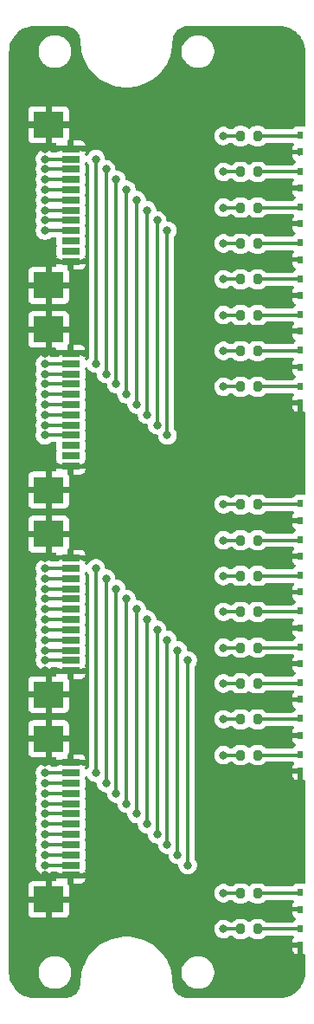
<source format=gbr>
%TF.GenerationSoftware,KiCad,Pcbnew,9.0.0*%
%TF.CreationDate,2025-03-09T10:14:36+03:00*%
%TF.ProjectId,PM_LED-18,504d5f4c-4544-42d3-9138-2e6b69636164,rev?*%
%TF.SameCoordinates,Original*%
%TF.FileFunction,Copper,L1,Top*%
%TF.FilePolarity,Positive*%
%FSLAX46Y46*%
G04 Gerber Fmt 4.6, Leading zero omitted, Abs format (unit mm)*
G04 Created by KiCad (PCBNEW 9.0.0) date 2025-03-09 10:14:36*
%MOMM*%
%LPD*%
G01*
G04 APERTURE LIST*
G04 Aperture macros list*
%AMRoundRect*
0 Rectangle with rounded corners*
0 $1 Rounding radius*
0 $2 $3 $4 $5 $6 $7 $8 $9 X,Y pos of 4 corners*
0 Add a 4 corners polygon primitive as box body*
4,1,4,$2,$3,$4,$5,$6,$7,$8,$9,$2,$3,0*
0 Add four circle primitives for the rounded corners*
1,1,$1+$1,$2,$3*
1,1,$1+$1,$4,$5*
1,1,$1+$1,$6,$7*
1,1,$1+$1,$8,$9*
0 Add four rect primitives between the rounded corners*
20,1,$1+$1,$2,$3,$4,$5,0*
20,1,$1+$1,$4,$5,$6,$7,0*
20,1,$1+$1,$6,$7,$8,$9,0*
20,1,$1+$1,$8,$9,$2,$3,0*%
G04 Aperture macros list end*
%TA.AperFunction,SMDPad,CuDef*%
%ADD10RoundRect,0.200000X-0.200000X-0.275000X0.200000X-0.275000X0.200000X0.275000X-0.200000X0.275000X0*%
%TD*%
%TA.AperFunction,SMDPad,CuDef*%
%ADD11R,0.480000X0.770000*%
%TD*%
%TA.AperFunction,SMDPad,CuDef*%
%ADD12R,1.803400X0.635000*%
%TD*%
%TA.AperFunction,SMDPad,CuDef*%
%ADD13R,2.997200X2.590800*%
%TD*%
%TA.AperFunction,ViaPad*%
%ADD14C,0.800000*%
%TD*%
%TA.AperFunction,Conductor*%
%ADD15C,0.300000*%
%TD*%
G04 APERTURE END LIST*
D10*
%TO.P,R5,1*%
%TO.N,/LEDa.4*%
X8175000Y22750000D03*
%TO.P,R5,2*%
%TO.N,Net-(D5-A)*%
X9825000Y22750000D03*
%TD*%
D11*
%TO.P,D12,1,K*%
%TO.N,GND*%
X14000000Y-11315000D03*
%TO.P,D12,2,A*%
%TO.N,Net-(D12-A)*%
X14000000Y-9685000D03*
%TD*%
D10*
%TO.P,R10,1*%
%TO.N,/LEDb.1*%
X8175000Y-2750000D03*
%TO.P,R10,2*%
%TO.N,Net-(D10-A)*%
X9825000Y-2750000D03*
%TD*%
D11*
%TO.P,D2,1,K*%
%TO.N,GND*%
X14000000Y31685000D03*
%TO.P,D2,2,A*%
%TO.N,Net-(D2-A)*%
X14000000Y33315000D03*
%TD*%
%TO.P,D3,1,K*%
%TO.N,GND*%
X14000000Y28185000D03*
%TO.P,D3,2,A*%
%TO.N,Net-(D3-A)*%
X14000000Y29815000D03*
%TD*%
D10*
%TO.P,R9,1*%
%TO.N,/LEDb.0*%
X8175000Y750000D03*
%TO.P,R9,2*%
%TO.N,Net-(D9-A)*%
X9825000Y750000D03*
%TD*%
%TO.P,R3,1*%
%TO.N,/LEDa.2*%
X8175000Y29750000D03*
%TO.P,R3,2*%
%TO.N,Net-(D3-A)*%
X9825000Y29750000D03*
%TD*%
%TO.P,R4,1*%
%TO.N,/LEDa.3*%
X8175000Y26250000D03*
%TO.P,R4,2*%
%TO.N,Net-(D4-A)*%
X9825000Y26250000D03*
%TD*%
D12*
%TO.P,J1,1,Pin_1*%
%TO.N,GND*%
X-8444000Y35499992D03*
%TO.P,J1,2,Pin_2*%
%TO.N,/LEDa.0*%
X-8444000Y34499994D03*
%TO.P,J1,3,Pin_3*%
%TO.N,/LEDa.1*%
X-8444000Y33499996D03*
%TO.P,J1,4,Pin_4*%
%TO.N,/LEDa.2*%
X-8444000Y32499998D03*
%TO.P,J1,5,Pin_5*%
%TO.N,/LEDa.3*%
X-8444000Y31500000D03*
%TO.P,J1,6,Pin_6*%
%TO.N,/LEDa.4*%
X-8444000Y30500000D03*
%TO.P,J1,7,Pin_7*%
%TO.N,/LEDa.5*%
X-8444000Y29500000D03*
%TO.P,J1,8,Pin_8*%
%TO.N,/LEDa.6*%
X-8444000Y28500000D03*
%TO.P,J1,9,Pin_9*%
%TO.N,/LEDa.7*%
X-8444000Y27500002D03*
%TO.P,J1,10,Pin_10*%
%TO.N,unconnected-(J1-Pin_10-Pad10)*%
X-8444000Y26500004D03*
%TO.P,J1,11,Pin_11*%
%TO.N,unconnected-(J1-Pin_11-Pad11)*%
X-8444000Y25500006D03*
%TO.P,J1,12,Pin_11*%
%TO.N,GND*%
X-8444000Y24500008D03*
D13*
%TO.P,J1,13,Pin_11*%
X-10614001Y37850003D03*
X-10614001Y22149997D03*
%TD*%
D10*
%TO.P,R12,1*%
%TO.N,/LEDb.3*%
X8175000Y-9750000D03*
%TO.P,R12,2*%
%TO.N,Net-(D12-A)*%
X9825000Y-9750000D03*
%TD*%
D11*
%TO.P,D10,1,K*%
%TO.N,GND*%
X14000000Y-4315000D03*
%TO.P,D10,2,A*%
%TO.N,Net-(D10-A)*%
X14000000Y-2685000D03*
%TD*%
D10*
%TO.P,R14,1*%
%TO.N,/LEDb.5*%
X8175000Y-16750000D03*
%TO.P,R14,2*%
%TO.N,Net-(D14-A)*%
X9825000Y-16750000D03*
%TD*%
D11*
%TO.P,D8,1,K*%
%TO.N,GND*%
X14000000Y10685000D03*
%TO.P,D8,2,A*%
%TO.N,Net-(D8-A)*%
X14000000Y12315000D03*
%TD*%
%TO.P,D17,1,K*%
%TO.N,GND*%
X14000000Y-38815000D03*
%TO.P,D17,2,A*%
%TO.N,Net-(D17-A)*%
X14000000Y-37185000D03*
%TD*%
D10*
%TO.P,R17,1*%
%TO.N,/LEDc.0*%
X8175000Y-37250000D03*
%TO.P,R17,2*%
%TO.N,Net-(D17-A)*%
X9825000Y-37250000D03*
%TD*%
D11*
%TO.P,D9,1,K*%
%TO.N,GND*%
X14000000Y-815000D03*
%TO.P,D9,2,A*%
%TO.N,Net-(D9-A)*%
X14000000Y815000D03*
%TD*%
D10*
%TO.P,R7,1*%
%TO.N,/LEDa.6*%
X8175000Y15750000D03*
%TO.P,R7,2*%
%TO.N,Net-(D7-A)*%
X9825000Y15750000D03*
%TD*%
%TO.P,R18,1*%
%TO.N,/LEDc.1*%
X8175000Y-40750000D03*
%TO.P,R18,2*%
%TO.N,Net-(D18-A)*%
X9825000Y-40750000D03*
%TD*%
%TO.P,R15,1*%
%TO.N,/LEDb.6*%
X8175000Y-20250000D03*
%TO.P,R15,2*%
%TO.N,Net-(D15-A)*%
X9825000Y-20250000D03*
%TD*%
%TO.P,R16,1*%
%TO.N,/LEDb.7*%
X8175000Y-23750000D03*
%TO.P,R16,2*%
%TO.N,Net-(D16-A)*%
X9825000Y-23750000D03*
%TD*%
D11*
%TO.P,D11,1,K*%
%TO.N,GND*%
X14000000Y-7815000D03*
%TO.P,D11,2,A*%
%TO.N,Net-(D11-A)*%
X14000000Y-6185000D03*
%TD*%
%TO.P,D7,1,K*%
%TO.N,GND*%
X14000000Y14185000D03*
%TO.P,D7,2,A*%
%TO.N,Net-(D7-A)*%
X14000000Y15815000D03*
%TD*%
%TO.P,D1,1,K*%
%TO.N,GND*%
X14000000Y35185000D03*
%TO.P,D1,2,A*%
%TO.N,Net-(D1-A)*%
X14000000Y36815000D03*
%TD*%
%TO.P,D4,1,K*%
%TO.N,GND*%
X14000000Y24685000D03*
%TO.P,D4,2,A*%
%TO.N,Net-(D4-A)*%
X14000000Y26315000D03*
%TD*%
D10*
%TO.P,R8,1*%
%TO.N,/LEDa.7*%
X8175000Y12250000D03*
%TO.P,R8,2*%
%TO.N,Net-(D8-A)*%
X9825000Y12250000D03*
%TD*%
D11*
%TO.P,D16,1,K*%
%TO.N,GND*%
X14000000Y-25315000D03*
%TO.P,D16,2,A*%
%TO.N,Net-(D16-A)*%
X14000000Y-23685000D03*
%TD*%
D10*
%TO.P,R11,1*%
%TO.N,/LEDb.2*%
X8175000Y-6250000D03*
%TO.P,R11,2*%
%TO.N,Net-(D11-A)*%
X9825000Y-6250000D03*
%TD*%
%TO.P,R6,1*%
%TO.N,/LEDa.5*%
X8175000Y19250000D03*
%TO.P,R6,2*%
%TO.N,Net-(D6-A)*%
X9825000Y19250000D03*
%TD*%
%TO.P,R13,1*%
%TO.N,/LEDb.4*%
X8175000Y-13250000D03*
%TO.P,R13,2*%
%TO.N,Net-(D13-A)*%
X9825000Y-13250000D03*
%TD*%
D11*
%TO.P,D15,1,K*%
%TO.N,GND*%
X14000000Y-21815000D03*
%TO.P,D15,2,A*%
%TO.N,Net-(D15-A)*%
X14000000Y-20185000D03*
%TD*%
D12*
%TO.P,J3,1,Pin_1*%
%TO.N,GND*%
X-8444000Y-4500008D03*
%TO.P,J3,2,Pin_2*%
%TO.N,/LEDb.0*%
X-8444000Y-5500006D03*
%TO.P,J3,3,Pin_3*%
%TO.N,/LEDb.1*%
X-8444000Y-6500004D03*
%TO.P,J3,4,Pin_4*%
%TO.N,/LEDb.2*%
X-8444000Y-7500002D03*
%TO.P,J3,5,Pin_5*%
%TO.N,/LEDb.3*%
X-8444000Y-8500000D03*
%TO.P,J3,6,Pin_6*%
%TO.N,/LEDb.4*%
X-8444000Y-9500000D03*
%TO.P,J3,7,Pin_7*%
%TO.N,/LEDb.5*%
X-8444000Y-10500000D03*
%TO.P,J3,8,Pin_8*%
%TO.N,/LEDb.6*%
X-8444000Y-11500000D03*
%TO.P,J3,9,Pin_9*%
%TO.N,/LEDb.7*%
X-8444000Y-12499998D03*
%TO.P,J3,10,Pin_10*%
%TO.N,/LEDc.0*%
X-8444000Y-13499996D03*
%TO.P,J3,11,Pin_11*%
%TO.N,/LEDc.1*%
X-8444000Y-14499994D03*
%TO.P,J3,12,Pin_11*%
%TO.N,GND*%
X-8444000Y-15499992D03*
D13*
%TO.P,J3,13,Pin_11*%
X-10614001Y-2149997D03*
X-10614001Y-17850003D03*
%TD*%
D10*
%TO.P,R1,1*%
%TO.N,/LEDa.0*%
X8175000Y36750000D03*
%TO.P,R1,2*%
%TO.N,Net-(D1-A)*%
X9825000Y36750000D03*
%TD*%
D11*
%TO.P,D18,1,K*%
%TO.N,GND*%
X14000000Y-42315000D03*
%TO.P,D18,2,A*%
%TO.N,Net-(D18-A)*%
X14000000Y-40685000D03*
%TD*%
D10*
%TO.P,R2,1*%
%TO.N,/LEDa.1*%
X8175000Y33250000D03*
%TO.P,R2,2*%
%TO.N,Net-(D2-A)*%
X9825000Y33250000D03*
%TD*%
D12*
%TO.P,J2,1,Pin_1*%
%TO.N,GND*%
X-8444000Y15499992D03*
%TO.P,J2,2,Pin_2*%
%TO.N,/LEDa.0*%
X-8444000Y14499994D03*
%TO.P,J2,3,Pin_3*%
%TO.N,/LEDa.1*%
X-8444000Y13499996D03*
%TO.P,J2,4,Pin_4*%
%TO.N,/LEDa.2*%
X-8444000Y12499998D03*
%TO.P,J2,5,Pin_5*%
%TO.N,/LEDa.3*%
X-8444000Y11500000D03*
%TO.P,J2,6,Pin_6*%
%TO.N,/LEDa.4*%
X-8444000Y10500000D03*
%TO.P,J2,7,Pin_7*%
%TO.N,/LEDa.5*%
X-8444000Y9500000D03*
%TO.P,J2,8,Pin_8*%
%TO.N,/LEDa.6*%
X-8444000Y8500000D03*
%TO.P,J2,9,Pin_9*%
%TO.N,/LEDa.7*%
X-8444000Y7500002D03*
%TO.P,J2,10,Pin_10*%
%TO.N,unconnected-(J2-Pin_10-Pad10)*%
X-8444000Y6500004D03*
%TO.P,J2,11,Pin_11*%
%TO.N,unconnected-(J2-Pin_11-Pad11)*%
X-8444000Y5500006D03*
%TO.P,J2,12,Pin_11*%
%TO.N,GND*%
X-8444000Y4500008D03*
D13*
%TO.P,J2,13,Pin_11*%
X-10614001Y17850003D03*
X-10614001Y2149997D03*
%TD*%
D11*
%TO.P,D14,1,K*%
%TO.N,GND*%
X14000000Y-18315000D03*
%TO.P,D14,2,A*%
%TO.N,Net-(D14-A)*%
X14000000Y-16685000D03*
%TD*%
%TO.P,D6,1,K*%
%TO.N,GND*%
X14000000Y17685000D03*
%TO.P,D6,2,A*%
%TO.N,Net-(D6-A)*%
X14000000Y19315000D03*
%TD*%
D12*
%TO.P,J4,1,Pin_1*%
%TO.N,GND*%
X-8444000Y-24500008D03*
%TO.P,J4,2,Pin_2*%
%TO.N,/LEDb.0*%
X-8444000Y-25500006D03*
%TO.P,J4,3,Pin_3*%
%TO.N,/LEDb.1*%
X-8444000Y-26500004D03*
%TO.P,J4,4,Pin_4*%
%TO.N,/LEDb.2*%
X-8444000Y-27500002D03*
%TO.P,J4,5,Pin_5*%
%TO.N,/LEDb.3*%
X-8444000Y-28500000D03*
%TO.P,J4,6,Pin_6*%
%TO.N,/LEDb.4*%
X-8444000Y-29500000D03*
%TO.P,J4,7,Pin_7*%
%TO.N,/LEDb.5*%
X-8444000Y-30500000D03*
%TO.P,J4,8,Pin_8*%
%TO.N,/LEDb.6*%
X-8444000Y-31500000D03*
%TO.P,J4,9,Pin_9*%
%TO.N,/LEDb.7*%
X-8444000Y-32499998D03*
%TO.P,J4,10,Pin_10*%
%TO.N,/LEDc.0*%
X-8444000Y-33499996D03*
%TO.P,J4,11,Pin_11*%
%TO.N,/LEDc.1*%
X-8444000Y-34499994D03*
%TO.P,J4,12,Pin_11*%
%TO.N,GND*%
X-8444000Y-35499992D03*
D13*
%TO.P,J4,13,Pin_11*%
X-10614001Y-22149997D03*
X-10614001Y-37850003D03*
%TD*%
D11*
%TO.P,D13,1,K*%
%TO.N,GND*%
X14000000Y-14815000D03*
%TO.P,D13,2,A*%
%TO.N,Net-(D13-A)*%
X14000000Y-13185000D03*
%TD*%
%TO.P,D5,1,K*%
%TO.N,GND*%
X14000000Y21185000D03*
%TO.P,D5,2,A*%
%TO.N,Net-(D5-A)*%
X14000000Y22815000D03*
%TD*%
D14*
%TO.N,GND*%
X-11000000Y-24500000D03*
X-11000000Y-4500000D03*
X-11000000Y15500000D03*
X-11000000Y-15500000D03*
X-11000000Y35500000D03*
X-11000000Y24500000D03*
X-11000000Y-35500000D03*
X-11000000Y4500000D03*
%TO.N,/LEDa.2*%
X-11000000Y32500000D03*
X-4000000Y32500000D03*
X-11000000Y12500000D03*
X-4000000Y12500000D03*
X6500000Y29750000D03*
%TO.N,/LEDa.3*%
X-11000000Y11500000D03*
X-11000000Y31500000D03*
X-3000000Y31500000D03*
X-3000000Y11500000D03*
X6500000Y26250000D03*
%TO.N,/LEDa.4*%
X-11000000Y30500000D03*
X6500000Y22750000D03*
X-11000000Y10500000D03*
X-2000000Y10500000D03*
X-2000000Y30500000D03*
%TO.N,/LEDa.7*%
X-11000000Y27500000D03*
X1000000Y7500000D03*
X1000000Y27500000D03*
X-11000000Y7500000D03*
X6500000Y12250000D03*
%TO.N,/LEDa.5*%
X-1000000Y29500000D03*
X-1000000Y9500000D03*
X-11000000Y9500000D03*
X-11000000Y29500000D03*
X6500000Y19250000D03*
%TO.N,/LEDa.0*%
X-6000000Y14500000D03*
X6500000Y36750000D03*
X-11000000Y14500000D03*
X-11000000Y34500000D03*
X-6000000Y34500000D03*
%TO.N,/LEDa.1*%
X6500000Y33250000D03*
X-5000000Y13500000D03*
X-11000000Y13500000D03*
X-5000000Y33500000D03*
X-11000000Y33500000D03*
%TO.N,/LEDa.6*%
X0Y28500000D03*
X-11000000Y8500000D03*
X-11000000Y28500000D03*
X0Y8500000D03*
X6500000Y15750000D03*
%TO.N,/LEDb.6*%
X0Y-31500000D03*
X0Y-11500000D03*
X-11000000Y-31500000D03*
X-11000000Y-11500000D03*
X6500000Y-20250000D03*
%TO.N,/LEDc.0*%
X2000000Y-33500000D03*
X2000000Y-13500000D03*
X-11000000Y-33500000D03*
X6500000Y-37250000D03*
X-11000000Y-13500000D03*
%TO.N,/LEDb.0*%
X-11000000Y-5500000D03*
X-6000000Y-5500000D03*
X-11000000Y-25500000D03*
X6500000Y750000D03*
X-6000000Y-25500000D03*
%TO.N,/LEDb.2*%
X-11000000Y-27500000D03*
X-4000000Y-7500000D03*
X-11000000Y-7500000D03*
X-4000000Y-27500000D03*
X6500000Y-6250000D03*
%TO.N,/LEDb.5*%
X-11000000Y-30500000D03*
X-1000000Y-10500000D03*
X-1000000Y-30500000D03*
X6500000Y-16750000D03*
X-11000000Y-10500000D03*
%TO.N,/LEDb.1*%
X-5000000Y-6500000D03*
X-11000000Y-6500000D03*
X-11000000Y-26500000D03*
X-5000000Y-26500000D03*
X6500000Y-2750000D03*
%TO.N,/LEDc.1*%
X-11000000Y-14500000D03*
X-11000000Y-34500000D03*
X3000000Y-34500000D03*
X3000000Y-14500000D03*
X6500000Y-40750000D03*
%TO.N,/LEDb.4*%
X-11000000Y-29500000D03*
X-2000000Y-9500000D03*
X-11000000Y-9500000D03*
X6500000Y-13250000D03*
X-2000000Y-29500000D03*
%TO.N,/LEDb.7*%
X1000000Y-32500000D03*
X6500000Y-23750000D03*
X-11000000Y-32500000D03*
X-11000000Y-12500000D03*
X1000000Y-12500000D03*
%TO.N,/LEDb.3*%
X-11000000Y-28500000D03*
X6500000Y-9750000D03*
X-11000000Y-8500000D03*
X-3000000Y-8500000D03*
X-3000000Y-28500000D03*
%TD*%
D15*
%TO.N,GND*%
X13935000Y35000000D02*
X14000000Y35065000D01*
%TO.N,Net-(D9-A)*%
X13935000Y750000D02*
X14000000Y815000D01*
X9825000Y750000D02*
X13935000Y750000D01*
%TO.N,Net-(D10-A)*%
X13935000Y-2750000D02*
X14000000Y-2685000D01*
X9825000Y-2750000D02*
X13935000Y-2750000D01*
%TO.N,Net-(D1-A)*%
X13935000Y36750000D02*
X14000000Y36815000D01*
X9825000Y36750000D02*
X13935000Y36750000D01*
%TO.N,Net-(D2-A)*%
X13935000Y33250000D02*
X14000000Y33315000D01*
X9825000Y33250000D02*
X13935000Y33250000D01*
%TO.N,Net-(D3-A)*%
X13935000Y29750000D02*
X14000000Y29815000D01*
X9825000Y29750000D02*
X13935000Y29750000D01*
%TO.N,Net-(D4-A)*%
X13935000Y26250000D02*
X14000000Y26315000D01*
X9825000Y26250000D02*
X13935000Y26250000D01*
%TO.N,Net-(D5-A)*%
X13935000Y22750000D02*
X14000000Y22815000D01*
X9825000Y22750000D02*
X13935000Y22750000D01*
%TO.N,Net-(D6-A)*%
X13935000Y19250000D02*
X14000000Y19315000D01*
X9825000Y19250000D02*
X13935000Y19250000D01*
%TO.N,Net-(D7-A)*%
X13935000Y15750000D02*
X14000000Y15815000D01*
X9825000Y15750000D02*
X13935000Y15750000D01*
%TO.N,Net-(D8-A)*%
X13935000Y12250000D02*
X14000000Y12315000D01*
X9825000Y12250000D02*
X13935000Y12250000D01*
%TO.N,Net-(D11-A)*%
X13935000Y-6250000D02*
X14000000Y-6185000D01*
X9825000Y-6250000D02*
X13935000Y-6250000D01*
%TO.N,Net-(D12-A)*%
X13935000Y-9750000D02*
X14000000Y-9685000D01*
X9825000Y-9750000D02*
X13935000Y-9750000D01*
%TO.N,Net-(D13-A)*%
X9825000Y-13250000D02*
X13935000Y-13250000D01*
X13935000Y-13250000D02*
X14000000Y-13185000D01*
%TO.N,Net-(D14-A)*%
X9825000Y-16750000D02*
X13935000Y-16750000D01*
X13935000Y-16750000D02*
X14000000Y-16685000D01*
%TO.N,Net-(D15-A)*%
X9825000Y-20250000D02*
X13935000Y-20250000D01*
X13935000Y-20250000D02*
X14000000Y-20185000D01*
%TO.N,Net-(D16-A)*%
X9825000Y-23750000D02*
X13935000Y-23750000D01*
X13935000Y-23750000D02*
X14000000Y-23685000D01*
%TO.N,Net-(D17-A)*%
X13935000Y-37250000D02*
X14000000Y-37185000D01*
X9825000Y-37250000D02*
X13935000Y-37250000D01*
%TO.N,Net-(D18-A)*%
X9825000Y-40750000D02*
X13935000Y-40750000D01*
X13935000Y-40750000D02*
X14000000Y-40685000D01*
%TO.N,/LEDa.2*%
X6500000Y29750000D02*
X8175000Y29750000D01*
X-4000000Y32500000D02*
X-4000000Y12500000D01*
X-11000000Y32500000D02*
X-8444006Y32500000D01*
X-11000000Y12500000D02*
X-8444006Y12500000D01*
%TO.N,/LEDa.3*%
X-3000000Y31500000D02*
X-3000000Y11500000D01*
X6500000Y26250000D02*
X8175000Y26250000D01*
X-11000000Y11500000D02*
X-8444006Y11500000D01*
X-11000000Y31500000D02*
X-8444006Y31500000D01*
%TO.N,/LEDa.4*%
X-2000000Y30500000D02*
X-2000000Y10500000D01*
X-11000000Y30500000D02*
X-8444006Y30500000D01*
X6500000Y22750000D02*
X8175000Y22750000D01*
X-11000000Y10500000D02*
X-8444006Y10500000D01*
%TO.N,/LEDa.7*%
X-11000000Y27500000D02*
X-8444006Y27500000D01*
X1000000Y27500000D02*
X1000000Y7500000D01*
X6500000Y12250000D02*
X8175000Y12250000D01*
X-11000000Y7500000D02*
X-8444006Y7500000D01*
%TO.N,/LEDa.5*%
X6500000Y19250000D02*
X8175000Y19250000D01*
X-11000000Y9500000D02*
X-8444006Y9500000D01*
X-11000000Y29500000D02*
X-8444006Y29500000D01*
X-1000000Y29500000D02*
X-1000000Y9500000D01*
%TO.N,/LEDa.0*%
X6500000Y36750000D02*
X8175000Y36750000D01*
X-11000000Y14500000D02*
X-8444006Y14500000D01*
X-8444006Y34500000D02*
X-8444000Y34499994D01*
X-6000000Y34500000D02*
X-6000000Y14500000D01*
X-11000000Y34500000D02*
X-8444006Y34500000D01*
%TO.N,/LEDa.1*%
X-5000000Y33500000D02*
X-5000000Y13500000D01*
X-11000000Y13500000D02*
X-8444006Y13500000D01*
X-11000000Y33500000D02*
X-8444006Y33500000D01*
X6500000Y33250000D02*
X8175000Y33250000D01*
%TO.N,/LEDa.6*%
X-11000000Y8500000D02*
X-8444006Y8500000D01*
X-11000000Y28500000D02*
X-8444006Y28500000D01*
X6500000Y15750000D02*
X8175000Y15750000D01*
X0Y28500000D02*
X0Y8500000D01*
%TO.N,/LEDb.6*%
X0Y-11500000D02*
X0Y-31500000D01*
X-11000000Y-31500000D02*
X-8444006Y-31500000D01*
X6500000Y-20250000D02*
X8175000Y-20250000D01*
X-11000000Y-11500000D02*
X-8444006Y-11500000D01*
%TO.N,/LEDc.0*%
X2000000Y-13500000D02*
X2000000Y-33500000D01*
X-11000000Y-33500000D02*
X-8444006Y-33500000D01*
X-11000000Y-13500000D02*
X-8444006Y-13500000D01*
X6500000Y-37250000D02*
X8175000Y-37250000D01*
%TO.N,/LEDb.0*%
X-6000000Y-5500000D02*
X-6000000Y-25500000D01*
X-11000000Y-5500000D02*
X-8444006Y-5500000D01*
X6500000Y750000D02*
X8175000Y750000D01*
X-11000000Y-25500000D02*
X-8444006Y-25500000D01*
%TO.N,/LEDb.2*%
X-4000000Y-7500000D02*
X-4000000Y-27500000D01*
X-11000000Y-27500000D02*
X-8444006Y-27500000D01*
X-11000000Y-7500000D02*
X-8444006Y-7500000D01*
X6500000Y-6250000D02*
X8175000Y-6250000D01*
%TO.N,/LEDb.5*%
X6500000Y-16750000D02*
X8175000Y-16750000D01*
X-11000000Y-10500000D02*
X-8444006Y-10500000D01*
X-11000000Y-30500000D02*
X-8444006Y-30500000D01*
X-1000000Y-10500000D02*
X-1000000Y-30500000D01*
%TO.N,/LEDb.1*%
X-11000000Y-26500000D02*
X-8444006Y-26500000D01*
X-11000000Y-6500000D02*
X-8444006Y-6500000D01*
X-5000000Y-6500000D02*
X-5000000Y-26500000D01*
X6500000Y-2750000D02*
X8175000Y-2750000D01*
%TO.N,/LEDc.1*%
X3000000Y-14500000D02*
X3000000Y-34500000D01*
X6500000Y-40750000D02*
X8175000Y-40750000D01*
X-11000000Y-14500000D02*
X-8444006Y-14500000D01*
X-11000000Y-34500000D02*
X-8444006Y-34500000D01*
%TO.N,/LEDb.4*%
X6500000Y-13250000D02*
X8175000Y-13250000D01*
X-11000000Y-9500000D02*
X-8444006Y-9500000D01*
X-2000000Y-9500000D02*
X-2000000Y-29500000D01*
X-11000000Y-29500000D02*
X-8444006Y-29500000D01*
%TO.N,/LEDb.7*%
X6500000Y-23750000D02*
X8175000Y-23750000D01*
X-11000000Y-32500000D02*
X-8444006Y-32500000D01*
X1000000Y-12500000D02*
X1000000Y-32500000D01*
X-11000000Y-12500000D02*
X-8444006Y-12500000D01*
%TO.N,/LEDb.3*%
X6500000Y-9750000D02*
X8175000Y-9750000D01*
X-11000000Y-28500000D02*
X-8444006Y-28500000D01*
X-11000000Y-8500000D02*
X-8444006Y-8500000D01*
X-3000000Y-8500000D02*
X-3000000Y-28500000D01*
%TD*%
%TA.AperFunction,Conductor*%
%TO.N,GND*%
G36*
X-8995582Y47499184D02*
G01*
X-8795439Y47484870D01*
X-8777937Y47482353D01*
X-8586203Y47440645D01*
X-8569245Y47435666D01*
X-8385391Y47367091D01*
X-8369299Y47359741D01*
X-8197096Y47265712D01*
X-8182216Y47256151D01*
X-8025133Y47138559D01*
X-8011763Y47126973D01*
X-7873028Y46988238D01*
X-7861442Y46974868D01*
X-7784671Y46872314D01*
X-7743854Y46817790D01*
X-7734289Y46802905D01*
X-7640260Y46630702D01*
X-7632910Y46614610D01*
X-7564338Y46430764D01*
X-7559354Y46413788D01*
X-7517649Y46222069D01*
X-7515131Y46204558D01*
X-7500816Y46004420D01*
X-7500500Y45995573D01*
X-7500500Y45791932D01*
X-7462105Y45377572D01*
X-7462105Y45377571D01*
X-7442447Y45272413D01*
X-7385637Y44968507D01*
X-7271755Y44568252D01*
X-7148560Y44250250D01*
X-7121426Y44180209D01*
X-7121425Y44180207D01*
X-7010456Y43957351D01*
X-6935937Y43807697D01*
X-6716867Y43453887D01*
X-6705557Y43438910D01*
X-6501614Y43168845D01*
X-6466086Y43121799D01*
X-6185733Y42814267D01*
X-5878201Y42533914D01*
X-5546113Y42283133D01*
X-5192303Y42064063D01*
X-4819788Y41878573D01*
X-4431748Y41728245D01*
X-4031501Y41614366D01*
X-4031501Y41614365D01*
X-4031499Y41614365D01*
X-4031493Y41614363D01*
X-3622437Y41537897D01*
X-3622432Y41537897D01*
X-3622429Y41537896D01*
X-3422703Y41519389D01*
X-3208071Y41499500D01*
X-3208068Y41499500D01*
X-2791932Y41499500D01*
X-2791929Y41499500D01*
X-2532505Y41523540D01*
X-2377572Y41537896D01*
X-2377571Y41537896D01*
X-2377569Y41537897D01*
X-2377563Y41537897D01*
X-1968507Y41614363D01*
X-1568252Y41728245D01*
X-1180212Y41878573D01*
X-807697Y42064063D01*
X-453887Y42283133D01*
X-121799Y42533914D01*
X185733Y42814267D01*
X466086Y43121799D01*
X716867Y43453887D01*
X935937Y43807697D01*
X1121427Y44180212D01*
X1271755Y44568252D01*
X1385637Y44968507D01*
X1415071Y45125962D01*
X2399500Y45125962D01*
X2399500Y44874039D01*
X2438910Y44625215D01*
X2516760Y44385617D01*
X2631132Y44161152D01*
X2779201Y43957351D01*
X2779205Y43957346D01*
X2957345Y43779206D01*
X2957350Y43779202D01*
X3123653Y43658377D01*
X3161155Y43631130D01*
X3304184Y43558253D01*
X3385616Y43516761D01*
X3385618Y43516761D01*
X3385621Y43516759D01*
X3625215Y43438910D01*
X3874038Y43399500D01*
X3874039Y43399500D01*
X4125961Y43399500D01*
X4125962Y43399500D01*
X4374785Y43438910D01*
X4614379Y43516759D01*
X4838845Y43631130D01*
X5042656Y43779207D01*
X5220793Y43957344D01*
X5368870Y44161155D01*
X5483241Y44385621D01*
X5561090Y44625215D01*
X5600500Y44874038D01*
X5600500Y45125962D01*
X5561090Y45374785D01*
X5483241Y45614379D01*
X5483239Y45614382D01*
X5483239Y45614384D01*
X5441747Y45695816D01*
X5368870Y45838845D01*
X5349952Y45864883D01*
X5220798Y46042650D01*
X5220794Y46042655D01*
X5042654Y46220795D01*
X5042649Y46220799D01*
X4838848Y46368868D01*
X4838847Y46368869D01*
X4838845Y46368870D01*
X4751332Y46413460D01*
X4614383Y46483240D01*
X4374785Y46561090D01*
X4125962Y46600500D01*
X3874038Y46600500D01*
X3749626Y46580795D01*
X3625214Y46561090D01*
X3385616Y46483240D01*
X3161151Y46368868D01*
X2957350Y46220799D01*
X2957345Y46220795D01*
X2779205Y46042655D01*
X2779201Y46042650D01*
X2631132Y45838849D01*
X2516760Y45614384D01*
X2438910Y45374786D01*
X2399500Y45125962D01*
X1415071Y45125962D01*
X1462103Y45377563D01*
X1500500Y45791929D01*
X1500500Y45995573D01*
X1500816Y46004419D01*
X1511318Y46151252D01*
X1515131Y46204566D01*
X1517646Y46222062D01*
X1559356Y46413801D01*
X1564333Y46430752D01*
X1632911Y46614615D01*
X1640259Y46630702D01*
X1702815Y46745266D01*
X1734291Y46802911D01*
X1743845Y46817779D01*
X1861448Y46974877D01*
X1873020Y46988231D01*
X2011769Y47126980D01*
X2025123Y47138552D01*
X2182221Y47256155D01*
X2197089Y47265709D01*
X2369298Y47359742D01*
X2385385Y47367089D01*
X2569248Y47435667D01*
X2586199Y47440644D01*
X2777938Y47482354D01*
X2795437Y47484870D01*
X2995547Y47499183D01*
X3004446Y47499498D01*
X11925740Y47495244D01*
X11926285Y47495208D01*
X11934108Y47495208D01*
X11996249Y47495208D01*
X12003736Y47494982D01*
X12293278Y47477468D01*
X12308141Y47475664D01*
X12589770Y47424053D01*
X12604307Y47420470D01*
X12877650Y47335292D01*
X12891646Y47329984D01*
X13152741Y47212474D01*
X13165999Y47205516D01*
X13411020Y47057397D01*
X13423338Y47048895D01*
X13517827Y46974868D01*
X13648727Y46872314D01*
X13659935Y46862384D01*
X13862383Y46659936D01*
X13872313Y46648728D01*
X14043077Y46430764D01*
X14048890Y46423345D01*
X14057396Y46411021D01*
X14205515Y46166000D01*
X14212473Y46152742D01*
X14329983Y45891647D01*
X14335293Y45877646D01*
X14420468Y45604309D01*
X14424052Y45589771D01*
X14475662Y45308143D01*
X14477467Y45293278D01*
X14494982Y45003737D01*
X14495208Y44996250D01*
X14495208Y37815900D01*
X14475523Y37748861D01*
X14422719Y37703106D01*
X14355210Y37693400D01*
X14355196Y37693261D01*
X14354654Y37693320D01*
X14353561Y37693162D01*
X14350213Y37693797D01*
X14347484Y37694091D01*
X14347483Y37694091D01*
X14287873Y37700500D01*
X14287863Y37700500D01*
X13712129Y37700500D01*
X13712123Y37700499D01*
X13652516Y37694092D01*
X13517671Y37643798D01*
X13517664Y37643794D01*
X13402456Y37557548D01*
X13402455Y37557547D01*
X13402454Y37557546D01*
X13325153Y37454285D01*
X13322087Y37450189D01*
X13266153Y37408318D01*
X13222820Y37400500D01*
X10686489Y37400500D01*
X10619450Y37420185D01*
X10585762Y37454809D01*
X10585094Y37454285D01*
X10580468Y37460190D01*
X10460188Y37580470D01*
X10371379Y37634157D01*
X10314606Y37668478D01*
X10152196Y37719086D01*
X10152194Y37719087D01*
X10152192Y37719087D01*
X10102778Y37723577D01*
X10081616Y37725500D01*
X9568384Y37725500D01*
X9549145Y37723752D01*
X9497807Y37719087D01*
X9335393Y37668478D01*
X9189811Y37580470D01*
X9189810Y37580469D01*
X9087681Y37478339D01*
X9026358Y37444854D01*
X8956666Y37449838D01*
X8912319Y37478339D01*
X8810188Y37580470D01*
X8721379Y37634157D01*
X8664606Y37668478D01*
X8502196Y37719086D01*
X8502194Y37719087D01*
X8502192Y37719087D01*
X8452778Y37723577D01*
X8431616Y37725500D01*
X7918384Y37725500D01*
X7899145Y37723752D01*
X7847807Y37719087D01*
X7685393Y37668478D01*
X7539811Y37580470D01*
X7419531Y37460190D01*
X7414906Y37454285D01*
X7413882Y37455088D01*
X7411692Y37453083D01*
X7407224Y37443297D01*
X7386374Y37429898D01*
X7368096Y37413160D01*
X7355943Y37410342D01*
X7348446Y37405523D01*
X7313511Y37400500D01*
X7174362Y37400500D01*
X7107323Y37420185D01*
X7086681Y37436819D01*
X7074038Y37449462D01*
X7074034Y37449465D01*
X6926553Y37548010D01*
X6926540Y37548017D01*
X6762667Y37615894D01*
X6762658Y37615897D01*
X6588694Y37650500D01*
X6588691Y37650500D01*
X6411309Y37650500D01*
X6411306Y37650500D01*
X6237341Y37615897D01*
X6237332Y37615894D01*
X6073459Y37548017D01*
X6073446Y37548010D01*
X5925965Y37449465D01*
X5925961Y37449462D01*
X5800538Y37324039D01*
X5800535Y37324035D01*
X5701990Y37176554D01*
X5701983Y37176541D01*
X5634106Y37012668D01*
X5634103Y37012659D01*
X5599500Y36838696D01*
X5599500Y36661305D01*
X5634103Y36487342D01*
X5634106Y36487333D01*
X5701983Y36323460D01*
X5701990Y36323447D01*
X5800535Y36175966D01*
X5800538Y36175962D01*
X5925961Y36050539D01*
X5925965Y36050536D01*
X6073446Y35951991D01*
X6073459Y35951984D01*
X6157082Y35917347D01*
X6237334Y35884106D01*
X6237336Y35884106D01*
X6237341Y35884104D01*
X6411304Y35849501D01*
X6411307Y35849500D01*
X6411309Y35849500D01*
X6588693Y35849500D01*
X6588694Y35849501D01*
X6668223Y35865320D01*
X6762658Y35884104D01*
X6762661Y35884106D01*
X6762666Y35884106D01*
X6926547Y35951987D01*
X7074035Y36050536D01*
X7078645Y36055146D01*
X7086681Y36063181D01*
X7113608Y36077885D01*
X7139427Y36094477D01*
X7145627Y36095369D01*
X7148004Y36096666D01*
X7174362Y36099500D01*
X7313511Y36099500D01*
X7380550Y36079815D01*
X7414237Y36045192D01*
X7414906Y36045715D01*
X7419531Y36039811D01*
X7539811Y35919531D01*
X7539813Y35919530D01*
X7539815Y35919528D01*
X7685394Y35831522D01*
X7847804Y35780914D01*
X7918384Y35774500D01*
X7918387Y35774500D01*
X8431613Y35774500D01*
X8431616Y35774500D01*
X8502196Y35780914D01*
X8664606Y35831522D01*
X8810185Y35919528D01*
X8848510Y35957853D01*
X8912319Y36021661D01*
X8973642Y36055146D01*
X9043334Y36050162D01*
X9087681Y36021661D01*
X9189811Y35919531D01*
X9189813Y35919530D01*
X9189815Y35919528D01*
X9335394Y35831522D01*
X9497804Y35780914D01*
X9568384Y35774500D01*
X9568387Y35774500D01*
X10081613Y35774500D01*
X10081616Y35774500D01*
X10152196Y35780914D01*
X10314606Y35831522D01*
X10460185Y35919528D01*
X10580472Y36039815D01*
X10580474Y36039820D01*
X10585094Y36045715D01*
X10586117Y36044913D01*
X10631904Y36086840D01*
X10686489Y36099500D01*
X13284081Y36099500D01*
X13351120Y36079815D01*
X13396875Y36027011D01*
X13406819Y35957853D01*
X13383347Y35901189D01*
X13316649Y35812094D01*
X13316645Y35812087D01*
X13266403Y35677380D01*
X13266401Y35677373D01*
X13260000Y35617845D01*
X13260000Y35425000D01*
X13876000Y35425000D01*
X13884685Y35422450D01*
X13893647Y35423738D01*
X13917687Y35412760D01*
X13943039Y35405315D01*
X13948966Y35398475D01*
X13957203Y35394713D01*
X13971492Y35372479D01*
X13988794Y35352511D01*
X13991081Y35341997D01*
X13994977Y35335935D01*
X14000000Y35301000D01*
X14000000Y35069000D01*
X13980315Y35001961D01*
X13927511Y34956206D01*
X13876000Y34945000D01*
X13260000Y34945000D01*
X13260000Y34752156D01*
X13266401Y34692628D01*
X13266403Y34692621D01*
X13316645Y34557914D01*
X13316649Y34557907D01*
X13402809Y34442813D01*
X13402812Y34442810D01*
X13525011Y34351331D01*
X13523365Y34349134D01*
X13562782Y34309724D01*
X13577640Y34241453D01*
X13553229Y34175986D01*
X13523766Y34150452D01*
X13524769Y34149112D01*
X13402456Y34057548D01*
X13402455Y34057547D01*
X13402454Y34057546D01*
X13325153Y33954285D01*
X13322087Y33950189D01*
X13266153Y33908318D01*
X13222820Y33900500D01*
X10686489Y33900500D01*
X10619450Y33920185D01*
X10585762Y33954809D01*
X10585094Y33954285D01*
X10580468Y33960190D01*
X10460188Y34080470D01*
X10435929Y34095135D01*
X10314606Y34168478D01*
X10152196Y34219086D01*
X10152194Y34219087D01*
X10152192Y34219087D01*
X10102778Y34223577D01*
X10081616Y34225500D01*
X9568384Y34225500D01*
X9549145Y34223752D01*
X9497807Y34219087D01*
X9335393Y34168478D01*
X9189811Y34080470D01*
X9189810Y34080469D01*
X9087681Y33978339D01*
X9026358Y33944854D01*
X8956666Y33949838D01*
X8912319Y33978339D01*
X8810188Y34080470D01*
X8785929Y34095135D01*
X8664606Y34168478D01*
X8502196Y34219086D01*
X8502194Y34219087D01*
X8502192Y34219087D01*
X8452778Y34223577D01*
X8431616Y34225500D01*
X7918384Y34225500D01*
X7899145Y34223752D01*
X7847807Y34219087D01*
X7685393Y34168478D01*
X7539811Y34080470D01*
X7419531Y33960190D01*
X7414906Y33954285D01*
X7413882Y33955088D01*
X7411692Y33953083D01*
X7407224Y33943297D01*
X7386374Y33929898D01*
X7368096Y33913160D01*
X7355943Y33910342D01*
X7348446Y33905523D01*
X7313511Y33900500D01*
X7174362Y33900500D01*
X7107323Y33920185D01*
X7086681Y33936819D01*
X7074038Y33949462D01*
X7074034Y33949465D01*
X6926553Y34048010D01*
X6926540Y34048017D01*
X6762667Y34115894D01*
X6762658Y34115897D01*
X6588694Y34150500D01*
X6588691Y34150500D01*
X6411309Y34150500D01*
X6411306Y34150500D01*
X6237341Y34115897D01*
X6237332Y34115894D01*
X6073459Y34048017D01*
X6073446Y34048010D01*
X5925965Y33949465D01*
X5925961Y33949462D01*
X5800538Y33824039D01*
X5800535Y33824035D01*
X5701990Y33676554D01*
X5701983Y33676541D01*
X5634106Y33512668D01*
X5634103Y33512659D01*
X5599500Y33338696D01*
X5599500Y33161305D01*
X5634103Y32987342D01*
X5634106Y32987333D01*
X5701983Y32823460D01*
X5701990Y32823447D01*
X5800535Y32675966D01*
X5800538Y32675962D01*
X5925961Y32550539D01*
X5925965Y32550536D01*
X6073446Y32451991D01*
X6073459Y32451984D01*
X6171659Y32411309D01*
X6237334Y32384106D01*
X6237336Y32384106D01*
X6237341Y32384104D01*
X6411304Y32349501D01*
X6411307Y32349500D01*
X6411309Y32349500D01*
X6588693Y32349500D01*
X6588694Y32349501D01*
X6671124Y32365897D01*
X6762658Y32384104D01*
X6762661Y32384106D01*
X6762666Y32384106D01*
X6926547Y32451987D01*
X7074035Y32550536D01*
X7078645Y32555146D01*
X7086681Y32563181D01*
X7113608Y32577885D01*
X7139427Y32594477D01*
X7145627Y32595369D01*
X7148004Y32596666D01*
X7174362Y32599500D01*
X7313511Y32599500D01*
X7380550Y32579815D01*
X7414237Y32545192D01*
X7414906Y32545715D01*
X7419531Y32539811D01*
X7539811Y32419531D01*
X7539813Y32419530D01*
X7539815Y32419528D01*
X7685394Y32331522D01*
X7847804Y32280914D01*
X7918384Y32274500D01*
X7918387Y32274500D01*
X8431613Y32274500D01*
X8431616Y32274500D01*
X8502196Y32280914D01*
X8664606Y32331522D01*
X8810185Y32419528D01*
X8848510Y32457853D01*
X8912319Y32521661D01*
X8973642Y32555146D01*
X9043334Y32550162D01*
X9087681Y32521661D01*
X9189811Y32419531D01*
X9189813Y32419530D01*
X9189815Y32419528D01*
X9335394Y32331522D01*
X9497804Y32280914D01*
X9568384Y32274500D01*
X9568387Y32274500D01*
X10081613Y32274500D01*
X10081616Y32274500D01*
X10152196Y32280914D01*
X10314606Y32331522D01*
X10460185Y32419528D01*
X10580472Y32539815D01*
X10580474Y32539820D01*
X10585094Y32545715D01*
X10586117Y32544913D01*
X10631904Y32586840D01*
X10686489Y32599500D01*
X13284081Y32599500D01*
X13351120Y32579815D01*
X13396875Y32527011D01*
X13406819Y32457853D01*
X13383347Y32401189D01*
X13316649Y32312094D01*
X13316645Y32312087D01*
X13266403Y32177380D01*
X13266401Y32177373D01*
X13260000Y32117845D01*
X13260000Y31925000D01*
X13876000Y31925000D01*
X13884685Y31922450D01*
X13893647Y31923738D01*
X13917687Y31912760D01*
X13943039Y31905315D01*
X13948966Y31898475D01*
X13957203Y31894713D01*
X13971492Y31872479D01*
X13988794Y31852511D01*
X13991081Y31841997D01*
X13994977Y31835935D01*
X14000000Y31801000D01*
X14000000Y31569000D01*
X13980315Y31501961D01*
X13927511Y31456206D01*
X13876000Y31445000D01*
X13260000Y31445000D01*
X13260000Y31252156D01*
X13266401Y31192628D01*
X13266403Y31192621D01*
X13316645Y31057914D01*
X13316649Y31057907D01*
X13402809Y30942813D01*
X13402812Y30942810D01*
X13525011Y30851331D01*
X13523365Y30849134D01*
X13562782Y30809724D01*
X13577640Y30741453D01*
X13553229Y30675986D01*
X13523766Y30650452D01*
X13524769Y30649112D01*
X13402456Y30557548D01*
X13402455Y30557547D01*
X13402454Y30557546D01*
X13325153Y30454285D01*
X13322087Y30450189D01*
X13266153Y30408318D01*
X13222820Y30400500D01*
X10686489Y30400500D01*
X10619450Y30420185D01*
X10585762Y30454809D01*
X10585094Y30454285D01*
X10580468Y30460190D01*
X10460188Y30580470D01*
X10371379Y30634157D01*
X10314606Y30668478D01*
X10152196Y30719086D01*
X10152194Y30719087D01*
X10152192Y30719087D01*
X10102778Y30723577D01*
X10081616Y30725500D01*
X9568384Y30725500D01*
X9549145Y30723752D01*
X9497807Y30719087D01*
X9335393Y30668478D01*
X9189811Y30580470D01*
X9189810Y30580469D01*
X9087681Y30478339D01*
X9026358Y30444854D01*
X8956666Y30449838D01*
X8912319Y30478339D01*
X8810188Y30580470D01*
X8721379Y30634157D01*
X8664606Y30668478D01*
X8502196Y30719086D01*
X8502194Y30719087D01*
X8502192Y30719087D01*
X8452778Y30723577D01*
X8431616Y30725500D01*
X7918384Y30725500D01*
X7899145Y30723752D01*
X7847807Y30719087D01*
X7685393Y30668478D01*
X7539811Y30580470D01*
X7419531Y30460190D01*
X7414906Y30454285D01*
X7413882Y30455088D01*
X7411692Y30453083D01*
X7407224Y30443297D01*
X7386374Y30429898D01*
X7368096Y30413160D01*
X7355943Y30410342D01*
X7348446Y30405523D01*
X7313511Y30400500D01*
X7174362Y30400500D01*
X7107323Y30420185D01*
X7086681Y30436819D01*
X7074038Y30449462D01*
X7074034Y30449465D01*
X6926553Y30548010D01*
X6926540Y30548017D01*
X6762667Y30615894D01*
X6762658Y30615897D01*
X6588694Y30650500D01*
X6588691Y30650500D01*
X6411309Y30650500D01*
X6411306Y30650500D01*
X6237341Y30615897D01*
X6237332Y30615894D01*
X6073459Y30548017D01*
X6073446Y30548010D01*
X5925965Y30449465D01*
X5925961Y30449462D01*
X5800538Y30324039D01*
X5800535Y30324035D01*
X5701990Y30176554D01*
X5701983Y30176541D01*
X5634106Y30012668D01*
X5634103Y30012659D01*
X5599500Y29838696D01*
X5599500Y29661305D01*
X5634103Y29487342D01*
X5634106Y29487333D01*
X5701983Y29323460D01*
X5701990Y29323447D01*
X5800535Y29175966D01*
X5800538Y29175962D01*
X5925961Y29050539D01*
X5925965Y29050536D01*
X6073446Y28951991D01*
X6073459Y28951984D01*
X6196092Y28901189D01*
X6237334Y28884106D01*
X6237336Y28884106D01*
X6237341Y28884104D01*
X6411304Y28849501D01*
X6411307Y28849500D01*
X6411309Y28849500D01*
X6588693Y28849500D01*
X6588694Y28849501D01*
X6646682Y28861036D01*
X6762658Y28884104D01*
X6762661Y28884106D01*
X6762666Y28884106D01*
X6926547Y28951987D01*
X7074035Y29050536D01*
X7078645Y29055146D01*
X7086681Y29063181D01*
X7113608Y29077885D01*
X7139427Y29094477D01*
X7145627Y29095369D01*
X7148004Y29096666D01*
X7174362Y29099500D01*
X7313511Y29099500D01*
X7380550Y29079815D01*
X7414237Y29045192D01*
X7414906Y29045715D01*
X7419531Y29039811D01*
X7539811Y28919531D01*
X7539813Y28919530D01*
X7539815Y28919528D01*
X7685394Y28831522D01*
X7847804Y28780914D01*
X7918384Y28774500D01*
X7918387Y28774500D01*
X8431613Y28774500D01*
X8431616Y28774500D01*
X8502196Y28780914D01*
X8664606Y28831522D01*
X8810185Y28919528D01*
X8848510Y28957853D01*
X8912319Y29021661D01*
X8973642Y29055146D01*
X9043334Y29050162D01*
X9087681Y29021661D01*
X9189811Y28919531D01*
X9189813Y28919530D01*
X9189815Y28919528D01*
X9335394Y28831522D01*
X9497804Y28780914D01*
X9568384Y28774500D01*
X9568387Y28774500D01*
X10081613Y28774500D01*
X10081616Y28774500D01*
X10152196Y28780914D01*
X10314606Y28831522D01*
X10460185Y28919528D01*
X10580472Y29039815D01*
X10580474Y29039820D01*
X10585094Y29045715D01*
X10586117Y29044913D01*
X10631904Y29086840D01*
X10686489Y29099500D01*
X13284081Y29099500D01*
X13351120Y29079815D01*
X13396875Y29027011D01*
X13406819Y28957853D01*
X13383347Y28901189D01*
X13316649Y28812094D01*
X13316645Y28812087D01*
X13266403Y28677380D01*
X13266401Y28677373D01*
X13260000Y28617845D01*
X13260000Y28425000D01*
X13876000Y28425000D01*
X13884685Y28422450D01*
X13893647Y28423738D01*
X13917687Y28412760D01*
X13943039Y28405315D01*
X13948966Y28398475D01*
X13957203Y28394713D01*
X13971492Y28372479D01*
X13988794Y28352511D01*
X13991081Y28341997D01*
X13994977Y28335935D01*
X14000000Y28301000D01*
X14000000Y28069000D01*
X13980315Y28001961D01*
X13927511Y27956206D01*
X13876000Y27945000D01*
X13260000Y27945000D01*
X13260000Y27752156D01*
X13266401Y27692628D01*
X13266403Y27692621D01*
X13316645Y27557914D01*
X13316649Y27557907D01*
X13402809Y27442813D01*
X13402812Y27442810D01*
X13525011Y27351331D01*
X13523365Y27349134D01*
X13562782Y27309724D01*
X13577640Y27241453D01*
X13553229Y27175986D01*
X13523766Y27150452D01*
X13524769Y27149112D01*
X13402456Y27057548D01*
X13402455Y27057547D01*
X13402454Y27057546D01*
X13325153Y26954285D01*
X13322087Y26950189D01*
X13266153Y26908318D01*
X13222820Y26900500D01*
X10686489Y26900500D01*
X10619450Y26920185D01*
X10585762Y26954809D01*
X10585094Y26954285D01*
X10580468Y26960190D01*
X10460188Y27080470D01*
X10371379Y27134157D01*
X10314606Y27168478D01*
X10152196Y27219086D01*
X10152194Y27219087D01*
X10152192Y27219087D01*
X10102778Y27223577D01*
X10081616Y27225500D01*
X9568384Y27225500D01*
X9549145Y27223752D01*
X9497807Y27219087D01*
X9335393Y27168478D01*
X9189811Y27080470D01*
X9189810Y27080469D01*
X9087681Y26978339D01*
X9026358Y26944854D01*
X8956666Y26949838D01*
X8912319Y26978339D01*
X8810188Y27080470D01*
X8721379Y27134157D01*
X8664606Y27168478D01*
X8502196Y27219086D01*
X8502194Y27219087D01*
X8502192Y27219087D01*
X8452778Y27223577D01*
X8431616Y27225500D01*
X7918384Y27225500D01*
X7899145Y27223752D01*
X7847807Y27219087D01*
X7685393Y27168478D01*
X7539811Y27080470D01*
X7419531Y26960190D01*
X7414906Y26954285D01*
X7413882Y26955088D01*
X7411692Y26953083D01*
X7407224Y26943297D01*
X7386374Y26929898D01*
X7368096Y26913160D01*
X7355943Y26910342D01*
X7348446Y26905523D01*
X7313511Y26900500D01*
X7174362Y26900500D01*
X7107323Y26920185D01*
X7086681Y26936819D01*
X7074038Y26949462D01*
X7074034Y26949465D01*
X6926553Y27048010D01*
X6926540Y27048017D01*
X6762667Y27115894D01*
X6762658Y27115897D01*
X6588694Y27150500D01*
X6588691Y27150500D01*
X6411309Y27150500D01*
X6411306Y27150500D01*
X6237341Y27115897D01*
X6237332Y27115894D01*
X6073459Y27048017D01*
X6073446Y27048010D01*
X5925965Y26949465D01*
X5925961Y26949462D01*
X5800538Y26824039D01*
X5800535Y26824035D01*
X5701990Y26676554D01*
X5701983Y26676541D01*
X5634106Y26512668D01*
X5634103Y26512659D01*
X5599500Y26338696D01*
X5599500Y26161305D01*
X5634103Y25987342D01*
X5634106Y25987333D01*
X5701983Y25823460D01*
X5701990Y25823447D01*
X5800535Y25675966D01*
X5800538Y25675962D01*
X5925961Y25550539D01*
X5925965Y25550536D01*
X6073446Y25451991D01*
X6073459Y25451984D01*
X6196092Y25401189D01*
X6237334Y25384106D01*
X6237336Y25384106D01*
X6237341Y25384104D01*
X6411304Y25349501D01*
X6411307Y25349500D01*
X6411309Y25349500D01*
X6588693Y25349500D01*
X6588694Y25349501D01*
X6646682Y25361036D01*
X6762658Y25384104D01*
X6762661Y25384106D01*
X6762666Y25384106D01*
X6926547Y25451987D01*
X7074035Y25550536D01*
X7078645Y25555146D01*
X7086681Y25563181D01*
X7113608Y25577885D01*
X7139427Y25594477D01*
X7145627Y25595369D01*
X7148004Y25596666D01*
X7174362Y25599500D01*
X7313511Y25599500D01*
X7380550Y25579815D01*
X7414237Y25545192D01*
X7414906Y25545715D01*
X7419531Y25539811D01*
X7539811Y25419531D01*
X7539813Y25419530D01*
X7539815Y25419528D01*
X7685394Y25331522D01*
X7847804Y25280914D01*
X7918384Y25274500D01*
X7918387Y25274500D01*
X8431613Y25274500D01*
X8431616Y25274500D01*
X8502196Y25280914D01*
X8664606Y25331522D01*
X8810185Y25419528D01*
X8848510Y25457853D01*
X8912319Y25521661D01*
X8973642Y25555146D01*
X9043334Y25550162D01*
X9087681Y25521661D01*
X9189811Y25419531D01*
X9189813Y25419530D01*
X9189815Y25419528D01*
X9335394Y25331522D01*
X9497804Y25280914D01*
X9568384Y25274500D01*
X9568387Y25274500D01*
X10081613Y25274500D01*
X10081616Y25274500D01*
X10152196Y25280914D01*
X10314606Y25331522D01*
X10460185Y25419528D01*
X10580472Y25539815D01*
X10580474Y25539820D01*
X10585094Y25545715D01*
X10586117Y25544913D01*
X10631904Y25586840D01*
X10686489Y25599500D01*
X13284081Y25599500D01*
X13351120Y25579815D01*
X13396875Y25527011D01*
X13406819Y25457853D01*
X13383347Y25401189D01*
X13316649Y25312094D01*
X13316645Y25312087D01*
X13266403Y25177380D01*
X13266401Y25177373D01*
X13260000Y25117845D01*
X13260000Y24925000D01*
X13876000Y24925000D01*
X13884685Y24922450D01*
X13893647Y24923738D01*
X13917687Y24912760D01*
X13943039Y24905315D01*
X13948966Y24898475D01*
X13957203Y24894713D01*
X13971492Y24872479D01*
X13988794Y24852511D01*
X13991081Y24841997D01*
X13994977Y24835935D01*
X14000000Y24801000D01*
X14000000Y24569000D01*
X13980315Y24501961D01*
X13927511Y24456206D01*
X13876000Y24445000D01*
X13260000Y24445000D01*
X13260000Y24252156D01*
X13266401Y24192628D01*
X13266403Y24192621D01*
X13316645Y24057914D01*
X13316649Y24057907D01*
X13402809Y23942813D01*
X13402812Y23942810D01*
X13525011Y23851331D01*
X13523365Y23849134D01*
X13562782Y23809724D01*
X13577640Y23741453D01*
X13553229Y23675986D01*
X13523766Y23650452D01*
X13524769Y23649112D01*
X13402456Y23557548D01*
X13402455Y23557547D01*
X13402454Y23557546D01*
X13325153Y23454285D01*
X13322087Y23450189D01*
X13266153Y23408318D01*
X13222820Y23400500D01*
X10686489Y23400500D01*
X10619450Y23420185D01*
X10585762Y23454809D01*
X10585094Y23454285D01*
X10580468Y23460190D01*
X10460188Y23580470D01*
X10371379Y23634157D01*
X10314606Y23668478D01*
X10152196Y23719086D01*
X10152194Y23719087D01*
X10152192Y23719087D01*
X10102778Y23723577D01*
X10081616Y23725500D01*
X9568384Y23725500D01*
X9549145Y23723752D01*
X9497807Y23719087D01*
X9335393Y23668478D01*
X9189811Y23580470D01*
X9189810Y23580469D01*
X9087681Y23478339D01*
X9026358Y23444854D01*
X8956666Y23449838D01*
X8912319Y23478339D01*
X8810188Y23580470D01*
X8721379Y23634157D01*
X8664606Y23668478D01*
X8502196Y23719086D01*
X8502194Y23719087D01*
X8502192Y23719087D01*
X8452778Y23723577D01*
X8431616Y23725500D01*
X7918384Y23725500D01*
X7899145Y23723752D01*
X7847807Y23719087D01*
X7685393Y23668478D01*
X7539811Y23580470D01*
X7419531Y23460190D01*
X7414906Y23454285D01*
X7413882Y23455088D01*
X7411692Y23453083D01*
X7407224Y23443297D01*
X7386374Y23429898D01*
X7368096Y23413160D01*
X7355943Y23410342D01*
X7348446Y23405523D01*
X7313511Y23400500D01*
X7174362Y23400500D01*
X7107323Y23420185D01*
X7086681Y23436819D01*
X7074038Y23449462D01*
X7074034Y23449465D01*
X6926553Y23548010D01*
X6926540Y23548017D01*
X6762667Y23615894D01*
X6762658Y23615897D01*
X6588694Y23650500D01*
X6588691Y23650500D01*
X6411309Y23650500D01*
X6411306Y23650500D01*
X6237341Y23615897D01*
X6237332Y23615894D01*
X6073459Y23548017D01*
X6073446Y23548010D01*
X5925965Y23449465D01*
X5925961Y23449462D01*
X5800538Y23324039D01*
X5800535Y23324035D01*
X5701990Y23176554D01*
X5701983Y23176541D01*
X5634106Y23012668D01*
X5634103Y23012659D01*
X5599500Y22838696D01*
X5599500Y22661305D01*
X5634103Y22487342D01*
X5634106Y22487333D01*
X5701983Y22323460D01*
X5701990Y22323447D01*
X5800535Y22175966D01*
X5800538Y22175962D01*
X5925961Y22050539D01*
X5925965Y22050536D01*
X6073446Y21951991D01*
X6073459Y21951984D01*
X6196092Y21901189D01*
X6237334Y21884106D01*
X6237336Y21884106D01*
X6237341Y21884104D01*
X6411304Y21849501D01*
X6411307Y21849500D01*
X6411309Y21849500D01*
X6588693Y21849500D01*
X6588694Y21849501D01*
X6646682Y21861036D01*
X6762658Y21884104D01*
X6762661Y21884106D01*
X6762666Y21884106D01*
X6926547Y21951987D01*
X7074035Y22050536D01*
X7078645Y22055146D01*
X7086681Y22063181D01*
X7113608Y22077885D01*
X7139427Y22094477D01*
X7145627Y22095369D01*
X7148004Y22096666D01*
X7174362Y22099500D01*
X7313511Y22099500D01*
X7380550Y22079815D01*
X7414237Y22045192D01*
X7414906Y22045715D01*
X7419531Y22039811D01*
X7539811Y21919531D01*
X7539813Y21919530D01*
X7539815Y21919528D01*
X7685394Y21831522D01*
X7847804Y21780914D01*
X7918384Y21774500D01*
X7918387Y21774500D01*
X8431613Y21774500D01*
X8431616Y21774500D01*
X8502196Y21780914D01*
X8664606Y21831522D01*
X8810185Y21919528D01*
X8848510Y21957853D01*
X8912319Y22021661D01*
X8973642Y22055146D01*
X9043334Y22050162D01*
X9087681Y22021661D01*
X9189811Y21919531D01*
X9189813Y21919530D01*
X9189815Y21919528D01*
X9335394Y21831522D01*
X9497804Y21780914D01*
X9568384Y21774500D01*
X9568387Y21774500D01*
X10081613Y21774500D01*
X10081616Y21774500D01*
X10152196Y21780914D01*
X10314606Y21831522D01*
X10460185Y21919528D01*
X10580472Y22039815D01*
X10580474Y22039820D01*
X10585094Y22045715D01*
X10586117Y22044913D01*
X10631904Y22086840D01*
X10686489Y22099500D01*
X13284081Y22099500D01*
X13351120Y22079815D01*
X13396875Y22027011D01*
X13406819Y21957853D01*
X13383347Y21901189D01*
X13316649Y21812094D01*
X13316645Y21812087D01*
X13266403Y21677380D01*
X13266401Y21677373D01*
X13260000Y21617845D01*
X13260000Y21425000D01*
X13876000Y21425000D01*
X13884685Y21422450D01*
X13893647Y21423738D01*
X13917687Y21412760D01*
X13943039Y21405315D01*
X13948966Y21398475D01*
X13957203Y21394713D01*
X13971492Y21372479D01*
X13988794Y21352511D01*
X13991081Y21341997D01*
X13994977Y21335935D01*
X14000000Y21301000D01*
X14000000Y21069000D01*
X13980315Y21001961D01*
X13927511Y20956206D01*
X13876000Y20945000D01*
X13260000Y20945000D01*
X13260000Y20752156D01*
X13266401Y20692628D01*
X13266403Y20692621D01*
X13316645Y20557914D01*
X13316649Y20557907D01*
X13402809Y20442813D01*
X13402812Y20442810D01*
X13525011Y20351331D01*
X13523365Y20349134D01*
X13562782Y20309724D01*
X13577640Y20241453D01*
X13553229Y20175986D01*
X13523766Y20150452D01*
X13524769Y20149112D01*
X13402456Y20057548D01*
X13402455Y20057547D01*
X13402454Y20057546D01*
X13325153Y19954285D01*
X13322087Y19950189D01*
X13266153Y19908318D01*
X13222820Y19900500D01*
X10686489Y19900500D01*
X10619450Y19920185D01*
X10585762Y19954809D01*
X10585094Y19954285D01*
X10580468Y19960190D01*
X10460188Y20080470D01*
X10371379Y20134157D01*
X10314606Y20168478D01*
X10152196Y20219086D01*
X10152194Y20219087D01*
X10152192Y20219087D01*
X10102778Y20223577D01*
X10081616Y20225500D01*
X9568384Y20225500D01*
X9549145Y20223752D01*
X9497807Y20219087D01*
X9335393Y20168478D01*
X9189811Y20080470D01*
X9189810Y20080469D01*
X9087681Y19978339D01*
X9026358Y19944854D01*
X8956666Y19949838D01*
X8912319Y19978339D01*
X8810188Y20080470D01*
X8721379Y20134157D01*
X8664606Y20168478D01*
X8502196Y20219086D01*
X8502194Y20219087D01*
X8502192Y20219087D01*
X8452778Y20223577D01*
X8431616Y20225500D01*
X7918384Y20225500D01*
X7899145Y20223752D01*
X7847807Y20219087D01*
X7685393Y20168478D01*
X7539811Y20080470D01*
X7419531Y19960190D01*
X7414906Y19954285D01*
X7413882Y19955088D01*
X7411692Y19953083D01*
X7407224Y19943297D01*
X7386374Y19929898D01*
X7368096Y19913160D01*
X7355943Y19910342D01*
X7348446Y19905523D01*
X7313511Y19900500D01*
X7174362Y19900500D01*
X7107323Y19920185D01*
X7086681Y19936819D01*
X7074038Y19949462D01*
X7074034Y19949465D01*
X6926553Y20048010D01*
X6926540Y20048017D01*
X6762667Y20115894D01*
X6762658Y20115897D01*
X6588694Y20150500D01*
X6588691Y20150500D01*
X6411309Y20150500D01*
X6411306Y20150500D01*
X6237341Y20115897D01*
X6237332Y20115894D01*
X6073459Y20048017D01*
X6073446Y20048010D01*
X5925965Y19949465D01*
X5925961Y19949462D01*
X5800538Y19824039D01*
X5800535Y19824035D01*
X5701990Y19676554D01*
X5701983Y19676541D01*
X5634106Y19512668D01*
X5634103Y19512659D01*
X5599500Y19338696D01*
X5599500Y19161305D01*
X5634103Y18987342D01*
X5634106Y18987333D01*
X5701983Y18823460D01*
X5701990Y18823447D01*
X5800535Y18675966D01*
X5800538Y18675962D01*
X5925961Y18550539D01*
X5925965Y18550536D01*
X6073446Y18451991D01*
X6073459Y18451984D01*
X6196092Y18401189D01*
X6237334Y18384106D01*
X6237336Y18384106D01*
X6237341Y18384104D01*
X6411304Y18349501D01*
X6411307Y18349500D01*
X6411309Y18349500D01*
X6588693Y18349500D01*
X6588694Y18349501D01*
X6646682Y18361036D01*
X6762658Y18384104D01*
X6762661Y18384106D01*
X6762666Y18384106D01*
X6926547Y18451987D01*
X7074035Y18550536D01*
X7078645Y18555146D01*
X7086681Y18563181D01*
X7113608Y18577885D01*
X7139427Y18594477D01*
X7145627Y18595369D01*
X7148004Y18596666D01*
X7174362Y18599500D01*
X7313511Y18599500D01*
X7380550Y18579815D01*
X7414237Y18545192D01*
X7414906Y18545715D01*
X7419531Y18539811D01*
X7539811Y18419531D01*
X7539813Y18419530D01*
X7539815Y18419528D01*
X7685394Y18331522D01*
X7847804Y18280914D01*
X7918384Y18274500D01*
X7918387Y18274500D01*
X8431613Y18274500D01*
X8431616Y18274500D01*
X8502196Y18280914D01*
X8664606Y18331522D01*
X8810185Y18419528D01*
X8848510Y18457853D01*
X8912319Y18521661D01*
X8973642Y18555146D01*
X9043334Y18550162D01*
X9087681Y18521661D01*
X9189811Y18419531D01*
X9189813Y18419530D01*
X9189815Y18419528D01*
X9335394Y18331522D01*
X9497804Y18280914D01*
X9568384Y18274500D01*
X9568387Y18274500D01*
X10081613Y18274500D01*
X10081616Y18274500D01*
X10152196Y18280914D01*
X10314606Y18331522D01*
X10460185Y18419528D01*
X10580472Y18539815D01*
X10580474Y18539820D01*
X10585094Y18545715D01*
X10586117Y18544913D01*
X10631904Y18586840D01*
X10686489Y18599500D01*
X13284081Y18599500D01*
X13351120Y18579815D01*
X13396875Y18527011D01*
X13406819Y18457853D01*
X13383347Y18401189D01*
X13316649Y18312094D01*
X13316645Y18312087D01*
X13266403Y18177380D01*
X13266401Y18177373D01*
X13260000Y18117845D01*
X13260000Y17925000D01*
X13876000Y17925000D01*
X13884685Y17922450D01*
X13893647Y17923738D01*
X13917687Y17912760D01*
X13943039Y17905315D01*
X13948966Y17898475D01*
X13957203Y17894713D01*
X13971492Y17872479D01*
X13988794Y17852511D01*
X13991081Y17841997D01*
X13994977Y17835935D01*
X14000000Y17801000D01*
X14000000Y17569000D01*
X13980315Y17501961D01*
X13927511Y17456206D01*
X13876000Y17445000D01*
X13260000Y17445000D01*
X13260000Y17252156D01*
X13266401Y17192628D01*
X13266403Y17192621D01*
X13316645Y17057914D01*
X13316649Y17057907D01*
X13402809Y16942813D01*
X13402812Y16942810D01*
X13525011Y16851331D01*
X13523365Y16849134D01*
X13562782Y16809724D01*
X13577640Y16741453D01*
X13553229Y16675986D01*
X13523766Y16650452D01*
X13524769Y16649112D01*
X13402456Y16557548D01*
X13402455Y16557547D01*
X13402454Y16557546D01*
X13325153Y16454285D01*
X13322087Y16450189D01*
X13266153Y16408318D01*
X13222820Y16400500D01*
X10686489Y16400500D01*
X10619450Y16420185D01*
X10585762Y16454809D01*
X10585094Y16454285D01*
X10580468Y16460190D01*
X10460188Y16580470D01*
X10371379Y16634157D01*
X10314606Y16668478D01*
X10152196Y16719086D01*
X10152194Y16719087D01*
X10152192Y16719087D01*
X10102778Y16723577D01*
X10081616Y16725500D01*
X9568384Y16725500D01*
X9549145Y16723752D01*
X9497807Y16719087D01*
X9335393Y16668478D01*
X9189811Y16580470D01*
X9189810Y16580469D01*
X9087681Y16478339D01*
X9026358Y16444854D01*
X8956666Y16449838D01*
X8912319Y16478339D01*
X8810188Y16580470D01*
X8721379Y16634157D01*
X8664606Y16668478D01*
X8502196Y16719086D01*
X8502194Y16719087D01*
X8502192Y16719087D01*
X8452778Y16723577D01*
X8431616Y16725500D01*
X7918384Y16725500D01*
X7899145Y16723752D01*
X7847807Y16719087D01*
X7685393Y16668478D01*
X7539811Y16580470D01*
X7419531Y16460190D01*
X7414906Y16454285D01*
X7413882Y16455088D01*
X7411692Y16453083D01*
X7407224Y16443297D01*
X7386374Y16429898D01*
X7368096Y16413160D01*
X7355943Y16410342D01*
X7348446Y16405523D01*
X7313511Y16400500D01*
X7174362Y16400500D01*
X7107323Y16420185D01*
X7086681Y16436819D01*
X7074038Y16449462D01*
X7074034Y16449465D01*
X6926553Y16548010D01*
X6926540Y16548017D01*
X6762667Y16615894D01*
X6762658Y16615897D01*
X6588694Y16650500D01*
X6588691Y16650500D01*
X6411309Y16650500D01*
X6411306Y16650500D01*
X6237341Y16615897D01*
X6237332Y16615894D01*
X6073459Y16548017D01*
X6073446Y16548010D01*
X5925965Y16449465D01*
X5925961Y16449462D01*
X5800538Y16324039D01*
X5800535Y16324035D01*
X5701990Y16176554D01*
X5701983Y16176541D01*
X5634106Y16012668D01*
X5634103Y16012659D01*
X5599500Y15838696D01*
X5599500Y15661305D01*
X5634103Y15487342D01*
X5634106Y15487333D01*
X5701983Y15323460D01*
X5701990Y15323447D01*
X5800535Y15175966D01*
X5800538Y15175962D01*
X5925961Y15050539D01*
X5925965Y15050536D01*
X6073446Y14951991D01*
X6073459Y14951984D01*
X6196092Y14901189D01*
X6237334Y14884106D01*
X6237336Y14884106D01*
X6237341Y14884104D01*
X6411304Y14849501D01*
X6411307Y14849500D01*
X6411309Y14849500D01*
X6588693Y14849500D01*
X6588694Y14849501D01*
X6646682Y14861036D01*
X6762658Y14884104D01*
X6762661Y14884106D01*
X6762666Y14884106D01*
X6926547Y14951987D01*
X7074035Y15050536D01*
X7078645Y15055146D01*
X7086681Y15063181D01*
X7113608Y15077885D01*
X7139427Y15094477D01*
X7145627Y15095369D01*
X7148004Y15096666D01*
X7174362Y15099500D01*
X7313511Y15099500D01*
X7380550Y15079815D01*
X7414237Y15045192D01*
X7414906Y15045715D01*
X7419531Y15039811D01*
X7539811Y14919531D01*
X7539813Y14919530D01*
X7539815Y14919528D01*
X7685394Y14831522D01*
X7847804Y14780914D01*
X7918384Y14774500D01*
X7918387Y14774500D01*
X8431613Y14774500D01*
X8431616Y14774500D01*
X8502196Y14780914D01*
X8664606Y14831522D01*
X8810185Y14919528D01*
X8848510Y14957853D01*
X8912319Y15021661D01*
X8973642Y15055146D01*
X9043334Y15050162D01*
X9087681Y15021661D01*
X9189811Y14919531D01*
X9189813Y14919530D01*
X9189815Y14919528D01*
X9335394Y14831522D01*
X9497804Y14780914D01*
X9568384Y14774500D01*
X9568387Y14774500D01*
X10081613Y14774500D01*
X10081616Y14774500D01*
X10152196Y14780914D01*
X10314606Y14831522D01*
X10460185Y14919528D01*
X10580472Y15039815D01*
X10580474Y15039820D01*
X10585094Y15045715D01*
X10586117Y15044913D01*
X10631904Y15086840D01*
X10686489Y15099500D01*
X13284081Y15099500D01*
X13351120Y15079815D01*
X13396875Y15027011D01*
X13406819Y14957853D01*
X13383347Y14901189D01*
X13316649Y14812094D01*
X13316645Y14812087D01*
X13266403Y14677380D01*
X13266401Y14677373D01*
X13260000Y14617845D01*
X13260000Y14425000D01*
X13876000Y14425000D01*
X13884685Y14422450D01*
X13893647Y14423738D01*
X13917687Y14412760D01*
X13943039Y14405315D01*
X13948966Y14398475D01*
X13957203Y14394713D01*
X13971492Y14372479D01*
X13988794Y14352511D01*
X13991081Y14341997D01*
X13994977Y14335935D01*
X14000000Y14301000D01*
X14000000Y14069000D01*
X13980315Y14001961D01*
X13927511Y13956206D01*
X13876000Y13945000D01*
X13260000Y13945000D01*
X13260000Y13752156D01*
X13266401Y13692628D01*
X13266403Y13692621D01*
X13316645Y13557914D01*
X13316649Y13557907D01*
X13402809Y13442813D01*
X13402812Y13442810D01*
X13525011Y13351331D01*
X13523365Y13349134D01*
X13562782Y13309724D01*
X13577640Y13241453D01*
X13553229Y13175986D01*
X13523766Y13150452D01*
X13524769Y13149112D01*
X13402456Y13057548D01*
X13402455Y13057547D01*
X13402454Y13057546D01*
X13325153Y12954285D01*
X13322087Y12950189D01*
X13266153Y12908318D01*
X13222820Y12900500D01*
X10686489Y12900500D01*
X10619450Y12920185D01*
X10585762Y12954809D01*
X10585094Y12954285D01*
X10580468Y12960190D01*
X10460188Y13080470D01*
X10371379Y13134157D01*
X10314606Y13168478D01*
X10152196Y13219086D01*
X10152194Y13219087D01*
X10152192Y13219087D01*
X10102778Y13223577D01*
X10081616Y13225500D01*
X9568384Y13225500D01*
X9549145Y13223752D01*
X9497807Y13219087D01*
X9335393Y13168478D01*
X9189811Y13080470D01*
X9189810Y13080469D01*
X9087681Y12978339D01*
X9026358Y12944854D01*
X8956666Y12949838D01*
X8912319Y12978339D01*
X8810188Y13080470D01*
X8721379Y13134157D01*
X8664606Y13168478D01*
X8502196Y13219086D01*
X8502194Y13219087D01*
X8502192Y13219087D01*
X8452778Y13223577D01*
X8431616Y13225500D01*
X7918384Y13225500D01*
X7899145Y13223752D01*
X7847807Y13219087D01*
X7685393Y13168478D01*
X7539811Y13080470D01*
X7419531Y12960190D01*
X7414906Y12954285D01*
X7413882Y12955088D01*
X7411692Y12953083D01*
X7407224Y12943297D01*
X7386374Y12929898D01*
X7368096Y12913160D01*
X7355943Y12910342D01*
X7348446Y12905523D01*
X7313511Y12900500D01*
X7174362Y12900500D01*
X7107323Y12920185D01*
X7086681Y12936819D01*
X7074038Y12949462D01*
X7074034Y12949465D01*
X6926553Y13048010D01*
X6926540Y13048017D01*
X6762667Y13115894D01*
X6762658Y13115897D01*
X6588694Y13150500D01*
X6588691Y13150500D01*
X6411309Y13150500D01*
X6411306Y13150500D01*
X6237341Y13115897D01*
X6237332Y13115894D01*
X6073459Y13048017D01*
X6073446Y13048010D01*
X5925965Y12949465D01*
X5925961Y12949462D01*
X5800538Y12824039D01*
X5800535Y12824035D01*
X5701990Y12676554D01*
X5701983Y12676541D01*
X5634106Y12512668D01*
X5634103Y12512659D01*
X5599500Y12338696D01*
X5599500Y12161305D01*
X5634103Y11987342D01*
X5634106Y11987333D01*
X5701983Y11823460D01*
X5701990Y11823447D01*
X5800535Y11675966D01*
X5800538Y11675962D01*
X5925961Y11550539D01*
X5925965Y11550536D01*
X6073446Y11451991D01*
X6073459Y11451984D01*
X6171659Y11411309D01*
X6237334Y11384106D01*
X6237336Y11384106D01*
X6237341Y11384104D01*
X6411304Y11349501D01*
X6411307Y11349500D01*
X6411309Y11349500D01*
X6588693Y11349500D01*
X6588694Y11349501D01*
X6646682Y11361036D01*
X6762658Y11384104D01*
X6762661Y11384106D01*
X6762666Y11384106D01*
X6926547Y11451987D01*
X7074035Y11550536D01*
X7078645Y11555146D01*
X7086681Y11563181D01*
X7113608Y11577885D01*
X7139427Y11594477D01*
X7145627Y11595369D01*
X7148004Y11596666D01*
X7174362Y11599500D01*
X7313511Y11599500D01*
X7380550Y11579815D01*
X7414237Y11545192D01*
X7414906Y11545715D01*
X7419531Y11539811D01*
X7539811Y11419531D01*
X7539813Y11419530D01*
X7539815Y11419528D01*
X7685394Y11331522D01*
X7847804Y11280914D01*
X7918384Y11274500D01*
X7918387Y11274500D01*
X8431613Y11274500D01*
X8431616Y11274500D01*
X8502196Y11280914D01*
X8664606Y11331522D01*
X8810185Y11419528D01*
X8848510Y11457853D01*
X8912319Y11521661D01*
X8973642Y11555146D01*
X9043334Y11550162D01*
X9087681Y11521661D01*
X9189811Y11419531D01*
X9189813Y11419530D01*
X9189815Y11419528D01*
X9335394Y11331522D01*
X9497804Y11280914D01*
X9568384Y11274500D01*
X9568387Y11274500D01*
X10081613Y11274500D01*
X10081616Y11274500D01*
X10152196Y11280914D01*
X10314606Y11331522D01*
X10460185Y11419528D01*
X10580472Y11539815D01*
X10580474Y11539820D01*
X10585094Y11545715D01*
X10586117Y11544913D01*
X10631904Y11586840D01*
X10686489Y11599500D01*
X13284081Y11599500D01*
X13351120Y11579815D01*
X13396875Y11527011D01*
X13406819Y11457853D01*
X13383347Y11401189D01*
X13316649Y11312094D01*
X13316645Y11312087D01*
X13266403Y11177380D01*
X13266401Y11177373D01*
X13260000Y11117845D01*
X13260000Y10925000D01*
X13876000Y10925000D01*
X13943039Y10905315D01*
X13988794Y10852511D01*
X14000000Y10801000D01*
X14000000Y10685000D01*
X14116000Y10685000D01*
X14183039Y10665315D01*
X14228794Y10612511D01*
X14240000Y10561000D01*
X14240000Y9800000D01*
X14287828Y9800000D01*
X14287844Y9800001D01*
X14355087Y9807231D01*
X14355368Y9804617D01*
X14412462Y9801555D01*
X14469133Y9760689D01*
X14494715Y9695671D01*
X14495208Y9684619D01*
X14495208Y1815900D01*
X14475523Y1748861D01*
X14422719Y1703106D01*
X14355210Y1693400D01*
X14355196Y1693261D01*
X14354654Y1693320D01*
X14353561Y1693162D01*
X14350213Y1693797D01*
X14347484Y1694091D01*
X14347483Y1694091D01*
X14287873Y1700500D01*
X14287863Y1700500D01*
X13712129Y1700500D01*
X13712123Y1700499D01*
X13652516Y1694092D01*
X13517671Y1643798D01*
X13517664Y1643794D01*
X13402456Y1557548D01*
X13402455Y1557547D01*
X13402454Y1557546D01*
X13325153Y1454285D01*
X13322087Y1450189D01*
X13266153Y1408318D01*
X13222820Y1400500D01*
X10686489Y1400500D01*
X10619450Y1420185D01*
X10585762Y1454809D01*
X10585094Y1454285D01*
X10580468Y1460190D01*
X10460188Y1580470D01*
X10371379Y1634157D01*
X10314606Y1668478D01*
X10152196Y1719086D01*
X10152194Y1719087D01*
X10152192Y1719087D01*
X10102778Y1723577D01*
X10081616Y1725500D01*
X9568384Y1725500D01*
X9549145Y1723752D01*
X9497807Y1719087D01*
X9335393Y1668478D01*
X9189811Y1580470D01*
X9189810Y1580469D01*
X9087681Y1478339D01*
X9026358Y1444854D01*
X8956666Y1449838D01*
X8912319Y1478339D01*
X8810188Y1580470D01*
X8721379Y1634157D01*
X8664606Y1668478D01*
X8502196Y1719086D01*
X8502194Y1719087D01*
X8502192Y1719087D01*
X8452778Y1723577D01*
X8431616Y1725500D01*
X7918384Y1725500D01*
X7899145Y1723752D01*
X7847807Y1719087D01*
X7685393Y1668478D01*
X7539811Y1580470D01*
X7419531Y1460190D01*
X7414906Y1454285D01*
X7413882Y1455088D01*
X7411692Y1453083D01*
X7407224Y1443297D01*
X7386374Y1429898D01*
X7368096Y1413160D01*
X7355943Y1410342D01*
X7348446Y1405523D01*
X7313511Y1400500D01*
X7174362Y1400500D01*
X7107323Y1420185D01*
X7086681Y1436819D01*
X7074038Y1449462D01*
X7074034Y1449465D01*
X6926553Y1548010D01*
X6926540Y1548017D01*
X6762667Y1615894D01*
X6762658Y1615897D01*
X6588694Y1650500D01*
X6588691Y1650500D01*
X6411309Y1650500D01*
X6411306Y1650500D01*
X6237341Y1615897D01*
X6237332Y1615894D01*
X6073459Y1548017D01*
X6073446Y1548010D01*
X5925965Y1449465D01*
X5925961Y1449462D01*
X5800538Y1324039D01*
X5800535Y1324035D01*
X5701990Y1176554D01*
X5701983Y1176541D01*
X5634106Y1012668D01*
X5634103Y1012659D01*
X5599500Y838696D01*
X5599500Y661305D01*
X5634103Y487342D01*
X5634106Y487333D01*
X5701983Y323460D01*
X5701990Y323447D01*
X5800535Y175966D01*
X5800538Y175962D01*
X5925961Y50539D01*
X5925965Y50536D01*
X6073446Y-48009D01*
X6073459Y-48016D01*
X6196092Y-98811D01*
X6237334Y-115894D01*
X6237336Y-115894D01*
X6237341Y-115896D01*
X6411304Y-150499D01*
X6411307Y-150500D01*
X6411309Y-150500D01*
X6588693Y-150500D01*
X6588694Y-150499D01*
X6646682Y-138964D01*
X6762658Y-115896D01*
X6762661Y-115894D01*
X6762666Y-115894D01*
X6926547Y-48013D01*
X7074035Y50536D01*
X7078645Y55146D01*
X7086681Y63181D01*
X7113608Y77885D01*
X7139427Y94477D01*
X7145627Y95369D01*
X7148004Y96666D01*
X7174362Y99500D01*
X7313511Y99500D01*
X7380550Y79815D01*
X7414237Y45192D01*
X7414906Y45715D01*
X7419531Y39811D01*
X7539811Y-80469D01*
X7539813Y-80470D01*
X7539815Y-80472D01*
X7685394Y-168478D01*
X7847804Y-219086D01*
X7918384Y-225500D01*
X7918387Y-225500D01*
X8431613Y-225500D01*
X8431616Y-225500D01*
X8502196Y-219086D01*
X8664606Y-168478D01*
X8810185Y-80472D01*
X8848510Y-42147D01*
X8912319Y21661D01*
X8973642Y55146D01*
X9043334Y50162D01*
X9087681Y21661D01*
X9189811Y-80469D01*
X9189813Y-80470D01*
X9189815Y-80472D01*
X9335394Y-168478D01*
X9497804Y-219086D01*
X9568384Y-225500D01*
X9568387Y-225500D01*
X10081613Y-225500D01*
X10081616Y-225500D01*
X10152196Y-219086D01*
X10314606Y-168478D01*
X10460185Y-80472D01*
X10580472Y39815D01*
X10580474Y39820D01*
X10585094Y45715D01*
X10586117Y44913D01*
X10631904Y86840D01*
X10686489Y99500D01*
X13284081Y99500D01*
X13351120Y79815D01*
X13396875Y27011D01*
X13406819Y-42147D01*
X13383347Y-98811D01*
X13316649Y-187906D01*
X13316645Y-187913D01*
X13266403Y-322620D01*
X13266401Y-322627D01*
X13260000Y-382155D01*
X13260000Y-575000D01*
X13876000Y-575000D01*
X13884685Y-577550D01*
X13893647Y-576262D01*
X13917687Y-587240D01*
X13943039Y-594685D01*
X13948966Y-601525D01*
X13957203Y-605287D01*
X13971492Y-627521D01*
X13988794Y-647489D01*
X13991081Y-658003D01*
X13994977Y-664065D01*
X14000000Y-699000D01*
X14000000Y-931000D01*
X13980315Y-998039D01*
X13927511Y-1043794D01*
X13876000Y-1055000D01*
X13260000Y-1055000D01*
X13260000Y-1247844D01*
X13266401Y-1307372D01*
X13266403Y-1307379D01*
X13316645Y-1442086D01*
X13316649Y-1442093D01*
X13402809Y-1557187D01*
X13402812Y-1557190D01*
X13525011Y-1648669D01*
X13523365Y-1650866D01*
X13562782Y-1690276D01*
X13577640Y-1758547D01*
X13553229Y-1824014D01*
X13523766Y-1849548D01*
X13524769Y-1850888D01*
X13402456Y-1942452D01*
X13402455Y-1942453D01*
X13402454Y-1942454D01*
X13325153Y-2045715D01*
X13322087Y-2049811D01*
X13266153Y-2091682D01*
X13222820Y-2099500D01*
X10686489Y-2099500D01*
X10619450Y-2079815D01*
X10585762Y-2045191D01*
X10585094Y-2045715D01*
X10580468Y-2039810D01*
X10460188Y-1919530D01*
X10371379Y-1865843D01*
X10314606Y-1831522D01*
X10152196Y-1780914D01*
X10152194Y-1780913D01*
X10152192Y-1780913D01*
X10102778Y-1776423D01*
X10081616Y-1774500D01*
X9568384Y-1774500D01*
X9549145Y-1776248D01*
X9497807Y-1780913D01*
X9335393Y-1831522D01*
X9189811Y-1919530D01*
X9189810Y-1919531D01*
X9087681Y-2021661D01*
X9026358Y-2055146D01*
X8956666Y-2050162D01*
X8912319Y-2021661D01*
X8810188Y-1919530D01*
X8721379Y-1865843D01*
X8664606Y-1831522D01*
X8502196Y-1780914D01*
X8502194Y-1780913D01*
X8502192Y-1780913D01*
X8452778Y-1776423D01*
X8431616Y-1774500D01*
X7918384Y-1774500D01*
X7899145Y-1776248D01*
X7847807Y-1780913D01*
X7685393Y-1831522D01*
X7539811Y-1919530D01*
X7419531Y-2039810D01*
X7414906Y-2045715D01*
X7413882Y-2044912D01*
X7411692Y-2046917D01*
X7407224Y-2056703D01*
X7386374Y-2070102D01*
X7368096Y-2086840D01*
X7355943Y-2089658D01*
X7348446Y-2094477D01*
X7313511Y-2099500D01*
X7174362Y-2099500D01*
X7107323Y-2079815D01*
X7086681Y-2063181D01*
X7074038Y-2050538D01*
X7074034Y-2050535D01*
X6926553Y-1951990D01*
X6926540Y-1951983D01*
X6762667Y-1884106D01*
X6762658Y-1884103D01*
X6588694Y-1849500D01*
X6588691Y-1849500D01*
X6411309Y-1849500D01*
X6411306Y-1849500D01*
X6237341Y-1884103D01*
X6237332Y-1884106D01*
X6073459Y-1951983D01*
X6073446Y-1951990D01*
X5925965Y-2050535D01*
X5925961Y-2050538D01*
X5800538Y-2175961D01*
X5800535Y-2175965D01*
X5701990Y-2323446D01*
X5701983Y-2323459D01*
X5634106Y-2487332D01*
X5634103Y-2487341D01*
X5599500Y-2661304D01*
X5599500Y-2838695D01*
X5634103Y-3012658D01*
X5634106Y-3012667D01*
X5701983Y-3176540D01*
X5701990Y-3176553D01*
X5800535Y-3324034D01*
X5800538Y-3324038D01*
X5925961Y-3449461D01*
X5925965Y-3449464D01*
X6073446Y-3548009D01*
X6073459Y-3548016D01*
X6196092Y-3598811D01*
X6237334Y-3615894D01*
X6237336Y-3615894D01*
X6237341Y-3615896D01*
X6411304Y-3650499D01*
X6411307Y-3650500D01*
X6411309Y-3650500D01*
X6588693Y-3650500D01*
X6588694Y-3650499D01*
X6646682Y-3638964D01*
X6762658Y-3615896D01*
X6762661Y-3615894D01*
X6762666Y-3615894D01*
X6926547Y-3548013D01*
X7074035Y-3449464D01*
X7078645Y-3444854D01*
X7086681Y-3436819D01*
X7113608Y-3422115D01*
X7139427Y-3405523D01*
X7145627Y-3404631D01*
X7148004Y-3403334D01*
X7174362Y-3400500D01*
X7313511Y-3400500D01*
X7380550Y-3420185D01*
X7414237Y-3454808D01*
X7414906Y-3454285D01*
X7419531Y-3460189D01*
X7539811Y-3580469D01*
X7539813Y-3580470D01*
X7539815Y-3580472D01*
X7685394Y-3668478D01*
X7847804Y-3719086D01*
X7918384Y-3725500D01*
X7918387Y-3725500D01*
X8431613Y-3725500D01*
X8431616Y-3725500D01*
X8502196Y-3719086D01*
X8664606Y-3668478D01*
X8810185Y-3580472D01*
X8851051Y-3539606D01*
X8912319Y-3478339D01*
X8973642Y-3444854D01*
X9043334Y-3449838D01*
X9087681Y-3478339D01*
X9189811Y-3580469D01*
X9189813Y-3580470D01*
X9189815Y-3580472D01*
X9335394Y-3668478D01*
X9497804Y-3719086D01*
X9568384Y-3725500D01*
X9568387Y-3725500D01*
X10081613Y-3725500D01*
X10081616Y-3725500D01*
X10152196Y-3719086D01*
X10314606Y-3668478D01*
X10460185Y-3580472D01*
X10580472Y-3460185D01*
X10580474Y-3460180D01*
X10585094Y-3454285D01*
X10586117Y-3455087D01*
X10631904Y-3413160D01*
X10686489Y-3400500D01*
X13284081Y-3400500D01*
X13351120Y-3420185D01*
X13396875Y-3472989D01*
X13406819Y-3542147D01*
X13383347Y-3598811D01*
X13316649Y-3687906D01*
X13316645Y-3687913D01*
X13266403Y-3822620D01*
X13266401Y-3822627D01*
X13260000Y-3882155D01*
X13260000Y-4075000D01*
X13876000Y-4075000D01*
X13884685Y-4077550D01*
X13893647Y-4076262D01*
X13917687Y-4087240D01*
X13943039Y-4094685D01*
X13948966Y-4101525D01*
X13957203Y-4105287D01*
X13971492Y-4127521D01*
X13988794Y-4147489D01*
X13991081Y-4158003D01*
X13994977Y-4164065D01*
X14000000Y-4199000D01*
X14000000Y-4431000D01*
X13980315Y-4498039D01*
X13927511Y-4543794D01*
X13876000Y-4555000D01*
X13260000Y-4555000D01*
X13260000Y-4747844D01*
X13266401Y-4807372D01*
X13266403Y-4807379D01*
X13316645Y-4942086D01*
X13316649Y-4942093D01*
X13402809Y-5057187D01*
X13402812Y-5057190D01*
X13525011Y-5148669D01*
X13523365Y-5150866D01*
X13562782Y-5190276D01*
X13577640Y-5258547D01*
X13553229Y-5324014D01*
X13523766Y-5349548D01*
X13524769Y-5350888D01*
X13402456Y-5442452D01*
X13402455Y-5442453D01*
X13402454Y-5442454D01*
X13325153Y-5545715D01*
X13322087Y-5549811D01*
X13266153Y-5591682D01*
X13222820Y-5599500D01*
X10686489Y-5599500D01*
X10619450Y-5579815D01*
X10585762Y-5545191D01*
X10585094Y-5545715D01*
X10580468Y-5539810D01*
X10460188Y-5419530D01*
X10371379Y-5365843D01*
X10314606Y-5331522D01*
X10152196Y-5280914D01*
X10152194Y-5280913D01*
X10152192Y-5280913D01*
X10102778Y-5276423D01*
X10081616Y-5274500D01*
X9568384Y-5274500D01*
X9549145Y-5276248D01*
X9497807Y-5280913D01*
X9335393Y-5331522D01*
X9189811Y-5419530D01*
X9189810Y-5419531D01*
X9087681Y-5521661D01*
X9026358Y-5555146D01*
X8956666Y-5550162D01*
X8912319Y-5521661D01*
X8810188Y-5419530D01*
X8721379Y-5365843D01*
X8664606Y-5331522D01*
X8502196Y-5280914D01*
X8502194Y-5280913D01*
X8502192Y-5280913D01*
X8452778Y-5276423D01*
X8431616Y-5274500D01*
X7918384Y-5274500D01*
X7899145Y-5276248D01*
X7847807Y-5280913D01*
X7685393Y-5331522D01*
X7539811Y-5419530D01*
X7419531Y-5539810D01*
X7414906Y-5545715D01*
X7413882Y-5544912D01*
X7411692Y-5546917D01*
X7407224Y-5556703D01*
X7386374Y-5570102D01*
X7368096Y-5586840D01*
X7355943Y-5589658D01*
X7348446Y-5594477D01*
X7313511Y-5599500D01*
X7174362Y-5599500D01*
X7107323Y-5579815D01*
X7086681Y-5563181D01*
X7074038Y-5550538D01*
X7074034Y-5550535D01*
X6926553Y-5451990D01*
X6926540Y-5451983D01*
X6762667Y-5384106D01*
X6762658Y-5384103D01*
X6588694Y-5349500D01*
X6588691Y-5349500D01*
X6411309Y-5349500D01*
X6411306Y-5349500D01*
X6237341Y-5384103D01*
X6237332Y-5384106D01*
X6073459Y-5451983D01*
X6073446Y-5451990D01*
X5925965Y-5550535D01*
X5925961Y-5550538D01*
X5800538Y-5675961D01*
X5800535Y-5675965D01*
X5701990Y-5823446D01*
X5701983Y-5823459D01*
X5634106Y-5987332D01*
X5634103Y-5987341D01*
X5599500Y-6161304D01*
X5599500Y-6338695D01*
X5634103Y-6512658D01*
X5634106Y-6512667D01*
X5701983Y-6676540D01*
X5701990Y-6676553D01*
X5800535Y-6824034D01*
X5800538Y-6824038D01*
X5925961Y-6949461D01*
X5925965Y-6949464D01*
X6073446Y-7048009D01*
X6073459Y-7048016D01*
X6196092Y-7098811D01*
X6237334Y-7115894D01*
X6237336Y-7115894D01*
X6237341Y-7115896D01*
X6411304Y-7150499D01*
X6411307Y-7150500D01*
X6411309Y-7150500D01*
X6588693Y-7150500D01*
X6588694Y-7150499D01*
X6646682Y-7138964D01*
X6762658Y-7115896D01*
X6762661Y-7115894D01*
X6762666Y-7115894D01*
X6926547Y-7048013D01*
X7074035Y-6949464D01*
X7078645Y-6944854D01*
X7086681Y-6936819D01*
X7113608Y-6922115D01*
X7139427Y-6905523D01*
X7145627Y-6904631D01*
X7148004Y-6903334D01*
X7174362Y-6900500D01*
X7313511Y-6900500D01*
X7380550Y-6920185D01*
X7414237Y-6954808D01*
X7414906Y-6954285D01*
X7419531Y-6960189D01*
X7539811Y-7080469D01*
X7539813Y-7080470D01*
X7539815Y-7080472D01*
X7685394Y-7168478D01*
X7847804Y-7219086D01*
X7918384Y-7225500D01*
X7918387Y-7225500D01*
X8431613Y-7225500D01*
X8431616Y-7225500D01*
X8502196Y-7219086D01*
X8664606Y-7168478D01*
X8810185Y-7080472D01*
X8848510Y-7042147D01*
X8912319Y-6978339D01*
X8973642Y-6944854D01*
X9043334Y-6949838D01*
X9087681Y-6978339D01*
X9189811Y-7080469D01*
X9189813Y-7080470D01*
X9189815Y-7080472D01*
X9335394Y-7168478D01*
X9497804Y-7219086D01*
X9568384Y-7225500D01*
X9568387Y-7225500D01*
X10081613Y-7225500D01*
X10081616Y-7225500D01*
X10152196Y-7219086D01*
X10314606Y-7168478D01*
X10460185Y-7080472D01*
X10580472Y-6960185D01*
X10580474Y-6960180D01*
X10585094Y-6954285D01*
X10586117Y-6955087D01*
X10631904Y-6913160D01*
X10686489Y-6900500D01*
X13284081Y-6900500D01*
X13351120Y-6920185D01*
X13396875Y-6972989D01*
X13406819Y-7042147D01*
X13383347Y-7098811D01*
X13316649Y-7187906D01*
X13316645Y-7187913D01*
X13266403Y-7322620D01*
X13266401Y-7322627D01*
X13260000Y-7382155D01*
X13260000Y-7575000D01*
X13876000Y-7575000D01*
X13884685Y-7577550D01*
X13893647Y-7576262D01*
X13917687Y-7587240D01*
X13943039Y-7594685D01*
X13948966Y-7601525D01*
X13957203Y-7605287D01*
X13971492Y-7627521D01*
X13988794Y-7647489D01*
X13991081Y-7658003D01*
X13994977Y-7664065D01*
X14000000Y-7699000D01*
X14000000Y-7931000D01*
X13980315Y-7998039D01*
X13927511Y-8043794D01*
X13876000Y-8055000D01*
X13260000Y-8055000D01*
X13260000Y-8247844D01*
X13266401Y-8307372D01*
X13266403Y-8307379D01*
X13316645Y-8442086D01*
X13316649Y-8442093D01*
X13402809Y-8557187D01*
X13402812Y-8557190D01*
X13525011Y-8648669D01*
X13523365Y-8650866D01*
X13562782Y-8690276D01*
X13577640Y-8758547D01*
X13553229Y-8824014D01*
X13523766Y-8849548D01*
X13524769Y-8850888D01*
X13402456Y-8942452D01*
X13402455Y-8942453D01*
X13402454Y-8942454D01*
X13325153Y-9045715D01*
X13322087Y-9049811D01*
X13266153Y-9091682D01*
X13222820Y-9099500D01*
X10686489Y-9099500D01*
X10619450Y-9079815D01*
X10585762Y-9045191D01*
X10585094Y-9045715D01*
X10580468Y-9039810D01*
X10460188Y-8919530D01*
X10371379Y-8865843D01*
X10314606Y-8831522D01*
X10152196Y-8780914D01*
X10152194Y-8780913D01*
X10152192Y-8780913D01*
X10102778Y-8776423D01*
X10081616Y-8774500D01*
X9568384Y-8774500D01*
X9549145Y-8776248D01*
X9497807Y-8780913D01*
X9335393Y-8831522D01*
X9189811Y-8919530D01*
X9189810Y-8919531D01*
X9087681Y-9021661D01*
X9026358Y-9055146D01*
X8956666Y-9050162D01*
X8912319Y-9021661D01*
X8810188Y-8919530D01*
X8721379Y-8865843D01*
X8664606Y-8831522D01*
X8502196Y-8780914D01*
X8502194Y-8780913D01*
X8502192Y-8780913D01*
X8452778Y-8776423D01*
X8431616Y-8774500D01*
X7918384Y-8774500D01*
X7899145Y-8776248D01*
X7847807Y-8780913D01*
X7685393Y-8831522D01*
X7539811Y-8919530D01*
X7419531Y-9039810D01*
X7414906Y-9045715D01*
X7413882Y-9044912D01*
X7411692Y-9046917D01*
X7407224Y-9056703D01*
X7386374Y-9070102D01*
X7368096Y-9086840D01*
X7355943Y-9089658D01*
X7348446Y-9094477D01*
X7313511Y-9099500D01*
X7174362Y-9099500D01*
X7107323Y-9079815D01*
X7086681Y-9063181D01*
X7074038Y-9050538D01*
X7074034Y-9050535D01*
X6926553Y-8951990D01*
X6926540Y-8951983D01*
X6762667Y-8884106D01*
X6762658Y-8884103D01*
X6588694Y-8849500D01*
X6588691Y-8849500D01*
X6411309Y-8849500D01*
X6411306Y-8849500D01*
X6237341Y-8884103D01*
X6237332Y-8884106D01*
X6073459Y-8951983D01*
X6073446Y-8951990D01*
X5925965Y-9050535D01*
X5925961Y-9050538D01*
X5800538Y-9175961D01*
X5800535Y-9175965D01*
X5701990Y-9323446D01*
X5701983Y-9323459D01*
X5634106Y-9487332D01*
X5634103Y-9487341D01*
X5599500Y-9661304D01*
X5599500Y-9838695D01*
X5634103Y-10012658D01*
X5634106Y-10012667D01*
X5701983Y-10176540D01*
X5701990Y-10176553D01*
X5800535Y-10324034D01*
X5800538Y-10324038D01*
X5925961Y-10449461D01*
X5925965Y-10449464D01*
X6073446Y-10548009D01*
X6073459Y-10548016D01*
X6171659Y-10588691D01*
X6237334Y-10615894D01*
X6237336Y-10615894D01*
X6237341Y-10615896D01*
X6411304Y-10650499D01*
X6411307Y-10650500D01*
X6411309Y-10650500D01*
X6588693Y-10650500D01*
X6588694Y-10650499D01*
X6671124Y-10634103D01*
X6762658Y-10615896D01*
X6762661Y-10615894D01*
X6762666Y-10615894D01*
X6926547Y-10548013D01*
X7074035Y-10449464D01*
X7078645Y-10444854D01*
X7086681Y-10436819D01*
X7113608Y-10422115D01*
X7139427Y-10405523D01*
X7145627Y-10404631D01*
X7148004Y-10403334D01*
X7174362Y-10400500D01*
X7313511Y-10400500D01*
X7380550Y-10420185D01*
X7414237Y-10454808D01*
X7414906Y-10454285D01*
X7419531Y-10460189D01*
X7539811Y-10580469D01*
X7539813Y-10580470D01*
X7539815Y-10580472D01*
X7685394Y-10668478D01*
X7847804Y-10719086D01*
X7918384Y-10725500D01*
X7918387Y-10725500D01*
X8431613Y-10725500D01*
X8431616Y-10725500D01*
X8502196Y-10719086D01*
X8664606Y-10668478D01*
X8810185Y-10580472D01*
X8848510Y-10542147D01*
X8912319Y-10478339D01*
X8973642Y-10444854D01*
X9043334Y-10449838D01*
X9087681Y-10478339D01*
X9189811Y-10580469D01*
X9189813Y-10580470D01*
X9189815Y-10580472D01*
X9335394Y-10668478D01*
X9497804Y-10719086D01*
X9568384Y-10725500D01*
X9568387Y-10725500D01*
X10081613Y-10725500D01*
X10081616Y-10725500D01*
X10152196Y-10719086D01*
X10314606Y-10668478D01*
X10460185Y-10580472D01*
X10580472Y-10460185D01*
X10580474Y-10460180D01*
X10585094Y-10454285D01*
X10586117Y-10455087D01*
X10631904Y-10413160D01*
X10686489Y-10400500D01*
X13284081Y-10400500D01*
X13351120Y-10420185D01*
X13396875Y-10472989D01*
X13406819Y-10542147D01*
X13383347Y-10598811D01*
X13316649Y-10687906D01*
X13316645Y-10687913D01*
X13266403Y-10822620D01*
X13266401Y-10822627D01*
X13260000Y-10882155D01*
X13260000Y-11075000D01*
X13876000Y-11075000D01*
X13884685Y-11077550D01*
X13893647Y-11076262D01*
X13917687Y-11087240D01*
X13943039Y-11094685D01*
X13948966Y-11101525D01*
X13957203Y-11105287D01*
X13971492Y-11127521D01*
X13988794Y-11147489D01*
X13991081Y-11158003D01*
X13994977Y-11164065D01*
X14000000Y-11199000D01*
X14000000Y-11431000D01*
X13980315Y-11498039D01*
X13927511Y-11543794D01*
X13876000Y-11555000D01*
X13260000Y-11555000D01*
X13260000Y-11747844D01*
X13266401Y-11807372D01*
X13266403Y-11807379D01*
X13316645Y-11942086D01*
X13316649Y-11942093D01*
X13402809Y-12057187D01*
X13402812Y-12057190D01*
X13525011Y-12148669D01*
X13523365Y-12150866D01*
X13562782Y-12190276D01*
X13577640Y-12258547D01*
X13553229Y-12324014D01*
X13523766Y-12349548D01*
X13524769Y-12350888D01*
X13402456Y-12442452D01*
X13402455Y-12442453D01*
X13402454Y-12442454D01*
X13325153Y-12545715D01*
X13322087Y-12549811D01*
X13266153Y-12591682D01*
X13222820Y-12599500D01*
X10686489Y-12599500D01*
X10619450Y-12579815D01*
X10585762Y-12545191D01*
X10585094Y-12545715D01*
X10580468Y-12539810D01*
X10460188Y-12419530D01*
X10371379Y-12365843D01*
X10314606Y-12331522D01*
X10152196Y-12280914D01*
X10152194Y-12280913D01*
X10152192Y-12280913D01*
X10102778Y-12276423D01*
X10081616Y-12274500D01*
X9568384Y-12274500D01*
X9549145Y-12276248D01*
X9497807Y-12280913D01*
X9335393Y-12331522D01*
X9189811Y-12419530D01*
X9189810Y-12419531D01*
X9087681Y-12521661D01*
X9026358Y-12555146D01*
X8956666Y-12550162D01*
X8912319Y-12521661D01*
X8810188Y-12419530D01*
X8721379Y-12365843D01*
X8664606Y-12331522D01*
X8502196Y-12280914D01*
X8502194Y-12280913D01*
X8502192Y-12280913D01*
X8452778Y-12276423D01*
X8431616Y-12274500D01*
X7918384Y-12274500D01*
X7899145Y-12276248D01*
X7847807Y-12280913D01*
X7685393Y-12331522D01*
X7539811Y-12419530D01*
X7419531Y-12539810D01*
X7414906Y-12545715D01*
X7413882Y-12544912D01*
X7411692Y-12546917D01*
X7407224Y-12556703D01*
X7386374Y-12570102D01*
X7368096Y-12586840D01*
X7355943Y-12589658D01*
X7348446Y-12594477D01*
X7313511Y-12599500D01*
X7174362Y-12599500D01*
X7107323Y-12579815D01*
X7086681Y-12563181D01*
X7074038Y-12550538D01*
X7074034Y-12550535D01*
X6926553Y-12451990D01*
X6926540Y-12451983D01*
X6762667Y-12384106D01*
X6762658Y-12384103D01*
X6588694Y-12349500D01*
X6588691Y-12349500D01*
X6411309Y-12349500D01*
X6411306Y-12349500D01*
X6237341Y-12384103D01*
X6237332Y-12384106D01*
X6073459Y-12451983D01*
X6073446Y-12451990D01*
X5925965Y-12550535D01*
X5925961Y-12550538D01*
X5800538Y-12675961D01*
X5800535Y-12675965D01*
X5701990Y-12823446D01*
X5701983Y-12823459D01*
X5634106Y-12987332D01*
X5634103Y-12987341D01*
X5599500Y-13161304D01*
X5599500Y-13338695D01*
X5634103Y-13512658D01*
X5634106Y-13512667D01*
X5701983Y-13676540D01*
X5701990Y-13676553D01*
X5800535Y-13824034D01*
X5800538Y-13824038D01*
X5925961Y-13949461D01*
X5925965Y-13949464D01*
X6073446Y-14048009D01*
X6073459Y-14048016D01*
X6196092Y-14098811D01*
X6237334Y-14115894D01*
X6237336Y-14115894D01*
X6237341Y-14115896D01*
X6411304Y-14150499D01*
X6411307Y-14150500D01*
X6411309Y-14150500D01*
X6588693Y-14150500D01*
X6588694Y-14150499D01*
X6668540Y-14134617D01*
X6762658Y-14115896D01*
X6762661Y-14115894D01*
X6762666Y-14115894D01*
X6926547Y-14048013D01*
X7074035Y-13949464D01*
X7078645Y-13944854D01*
X7086681Y-13936819D01*
X7113608Y-13922115D01*
X7139427Y-13905523D01*
X7145627Y-13904631D01*
X7148004Y-13903334D01*
X7174362Y-13900500D01*
X7313511Y-13900500D01*
X7380550Y-13920185D01*
X7414237Y-13954808D01*
X7414906Y-13954285D01*
X7419531Y-13960189D01*
X7539811Y-14080469D01*
X7539813Y-14080470D01*
X7539815Y-14080472D01*
X7685394Y-14168478D01*
X7847804Y-14219086D01*
X7918384Y-14225500D01*
X7918387Y-14225500D01*
X8431613Y-14225500D01*
X8431616Y-14225500D01*
X8502196Y-14219086D01*
X8664606Y-14168478D01*
X8810185Y-14080472D01*
X8848510Y-14042147D01*
X8912319Y-13978339D01*
X8973642Y-13944854D01*
X9043334Y-13949838D01*
X9087681Y-13978339D01*
X9189811Y-14080469D01*
X9189813Y-14080470D01*
X9189815Y-14080472D01*
X9335394Y-14168478D01*
X9497804Y-14219086D01*
X9568384Y-14225500D01*
X9568387Y-14225500D01*
X10081613Y-14225500D01*
X10081616Y-14225500D01*
X10152196Y-14219086D01*
X10314606Y-14168478D01*
X10460185Y-14080472D01*
X10580472Y-13960185D01*
X10580474Y-13960180D01*
X10585094Y-13954285D01*
X10586117Y-13955087D01*
X10631904Y-13913160D01*
X10686489Y-13900500D01*
X13284081Y-13900500D01*
X13351120Y-13920185D01*
X13396875Y-13972989D01*
X13406819Y-14042147D01*
X13383347Y-14098811D01*
X13316649Y-14187906D01*
X13316645Y-14187913D01*
X13266403Y-14322620D01*
X13266401Y-14322627D01*
X13260000Y-14382155D01*
X13260000Y-14575000D01*
X13876000Y-14575000D01*
X13884685Y-14577550D01*
X13893647Y-14576262D01*
X13917687Y-14587240D01*
X13943039Y-14594685D01*
X13948966Y-14601525D01*
X13957203Y-14605287D01*
X13971492Y-14627521D01*
X13988794Y-14647489D01*
X13991081Y-14658003D01*
X13994977Y-14664065D01*
X14000000Y-14699000D01*
X14000000Y-14931000D01*
X13980315Y-14998039D01*
X13927511Y-15043794D01*
X13876000Y-15055000D01*
X13260000Y-15055000D01*
X13260000Y-15247844D01*
X13266401Y-15307372D01*
X13266403Y-15307379D01*
X13316645Y-15442086D01*
X13316649Y-15442093D01*
X13402809Y-15557187D01*
X13402812Y-15557190D01*
X13525011Y-15648669D01*
X13523365Y-15650866D01*
X13562782Y-15690276D01*
X13577640Y-15758547D01*
X13553229Y-15824014D01*
X13523766Y-15849548D01*
X13524769Y-15850888D01*
X13402456Y-15942452D01*
X13402455Y-15942453D01*
X13402454Y-15942454D01*
X13325153Y-16045715D01*
X13322087Y-16049811D01*
X13266153Y-16091682D01*
X13222820Y-16099500D01*
X10686489Y-16099500D01*
X10619450Y-16079815D01*
X10585762Y-16045191D01*
X10585094Y-16045715D01*
X10580468Y-16039810D01*
X10460188Y-15919530D01*
X10371379Y-15865843D01*
X10314606Y-15831522D01*
X10152196Y-15780914D01*
X10152194Y-15780913D01*
X10152192Y-15780913D01*
X10102778Y-15776423D01*
X10081616Y-15774500D01*
X9568384Y-15774500D01*
X9549145Y-15776248D01*
X9497807Y-15780913D01*
X9335393Y-15831522D01*
X9189811Y-15919530D01*
X9189810Y-15919531D01*
X9087681Y-16021661D01*
X9026358Y-16055146D01*
X8956666Y-16050162D01*
X8912319Y-16021661D01*
X8810188Y-15919530D01*
X8721379Y-15865843D01*
X8664606Y-15831522D01*
X8502196Y-15780914D01*
X8502194Y-15780913D01*
X8502192Y-15780913D01*
X8452778Y-15776423D01*
X8431616Y-15774500D01*
X7918384Y-15774500D01*
X7899145Y-15776248D01*
X7847807Y-15780913D01*
X7685393Y-15831522D01*
X7539811Y-15919530D01*
X7419531Y-16039810D01*
X7414906Y-16045715D01*
X7413882Y-16044912D01*
X7411692Y-16046917D01*
X7407224Y-16056703D01*
X7386374Y-16070102D01*
X7368096Y-16086840D01*
X7355943Y-16089658D01*
X7348446Y-16094477D01*
X7313511Y-16099500D01*
X7174362Y-16099500D01*
X7107323Y-16079815D01*
X7086681Y-16063181D01*
X7074038Y-16050538D01*
X7074034Y-16050535D01*
X6926553Y-15951990D01*
X6926540Y-15951983D01*
X6762667Y-15884106D01*
X6762658Y-15884103D01*
X6588694Y-15849500D01*
X6588691Y-15849500D01*
X6411309Y-15849500D01*
X6411306Y-15849500D01*
X6237341Y-15884103D01*
X6237332Y-15884106D01*
X6073459Y-15951983D01*
X6073446Y-15951990D01*
X5925965Y-16050535D01*
X5925961Y-16050538D01*
X5800538Y-16175961D01*
X5800535Y-16175965D01*
X5701990Y-16323446D01*
X5701983Y-16323459D01*
X5634106Y-16487332D01*
X5634103Y-16487341D01*
X5599500Y-16661304D01*
X5599500Y-16838695D01*
X5634103Y-17012658D01*
X5634106Y-17012667D01*
X5701983Y-17176540D01*
X5701990Y-17176553D01*
X5800535Y-17324034D01*
X5800538Y-17324038D01*
X5925961Y-17449461D01*
X5925965Y-17449464D01*
X6073446Y-17548009D01*
X6073459Y-17548016D01*
X6196092Y-17598811D01*
X6237334Y-17615894D01*
X6237336Y-17615894D01*
X6237341Y-17615896D01*
X6411304Y-17650499D01*
X6411307Y-17650500D01*
X6411309Y-17650500D01*
X6588693Y-17650500D01*
X6588694Y-17650499D01*
X6646682Y-17638964D01*
X6762658Y-17615896D01*
X6762661Y-17615894D01*
X6762666Y-17615894D01*
X6926547Y-17548013D01*
X7074035Y-17449464D01*
X7078645Y-17444854D01*
X7086681Y-17436819D01*
X7113608Y-17422115D01*
X7139427Y-17405523D01*
X7145627Y-17404631D01*
X7148004Y-17403334D01*
X7174362Y-17400500D01*
X7313511Y-17400500D01*
X7380550Y-17420185D01*
X7414237Y-17454808D01*
X7414906Y-17454285D01*
X7419531Y-17460189D01*
X7539811Y-17580469D01*
X7539813Y-17580470D01*
X7539815Y-17580472D01*
X7685394Y-17668478D01*
X7847804Y-17719086D01*
X7918384Y-17725500D01*
X7918387Y-17725500D01*
X8431613Y-17725500D01*
X8431616Y-17725500D01*
X8502196Y-17719086D01*
X8664606Y-17668478D01*
X8810185Y-17580472D01*
X8848510Y-17542147D01*
X8912319Y-17478339D01*
X8973642Y-17444854D01*
X9043334Y-17449838D01*
X9087681Y-17478339D01*
X9189811Y-17580469D01*
X9189813Y-17580470D01*
X9189815Y-17580472D01*
X9335394Y-17668478D01*
X9497804Y-17719086D01*
X9568384Y-17725500D01*
X9568387Y-17725500D01*
X10081613Y-17725500D01*
X10081616Y-17725500D01*
X10152196Y-17719086D01*
X10314606Y-17668478D01*
X10460185Y-17580472D01*
X10580472Y-17460185D01*
X10580474Y-17460180D01*
X10585094Y-17454285D01*
X10586117Y-17455087D01*
X10631904Y-17413160D01*
X10686489Y-17400500D01*
X13284081Y-17400500D01*
X13351120Y-17420185D01*
X13396875Y-17472989D01*
X13406819Y-17542147D01*
X13383347Y-17598811D01*
X13316649Y-17687906D01*
X13316645Y-17687913D01*
X13266403Y-17822620D01*
X13266401Y-17822627D01*
X13260000Y-17882155D01*
X13260000Y-18075000D01*
X13876000Y-18075000D01*
X13884685Y-18077550D01*
X13893647Y-18076262D01*
X13917687Y-18087240D01*
X13943039Y-18094685D01*
X13948966Y-18101525D01*
X13957203Y-18105287D01*
X13971492Y-18127521D01*
X13988794Y-18147489D01*
X13991081Y-18158003D01*
X13994977Y-18164065D01*
X14000000Y-18199000D01*
X14000000Y-18431000D01*
X13980315Y-18498039D01*
X13927511Y-18543794D01*
X13876000Y-18555000D01*
X13260000Y-18555000D01*
X13260000Y-18747844D01*
X13266401Y-18807372D01*
X13266403Y-18807379D01*
X13316645Y-18942086D01*
X13316649Y-18942093D01*
X13402809Y-19057187D01*
X13402812Y-19057190D01*
X13525011Y-19148669D01*
X13523365Y-19150866D01*
X13562782Y-19190276D01*
X13577640Y-19258547D01*
X13553229Y-19324014D01*
X13523766Y-19349548D01*
X13524769Y-19350888D01*
X13402456Y-19442452D01*
X13402455Y-19442453D01*
X13402454Y-19442454D01*
X13325153Y-19545715D01*
X13322087Y-19549811D01*
X13266153Y-19591682D01*
X13222820Y-19599500D01*
X10686489Y-19599500D01*
X10619450Y-19579815D01*
X10585762Y-19545191D01*
X10585094Y-19545715D01*
X10580468Y-19539810D01*
X10460188Y-19419530D01*
X10371379Y-19365843D01*
X10314606Y-19331522D01*
X10152196Y-19280914D01*
X10152194Y-19280913D01*
X10152192Y-19280913D01*
X10102778Y-19276423D01*
X10081616Y-19274500D01*
X9568384Y-19274500D01*
X9549145Y-19276248D01*
X9497807Y-19280913D01*
X9335393Y-19331522D01*
X9189811Y-19419530D01*
X9189810Y-19419531D01*
X9087681Y-19521661D01*
X9026358Y-19555146D01*
X8956666Y-19550162D01*
X8912319Y-19521661D01*
X8810188Y-19419530D01*
X8721379Y-19365843D01*
X8664606Y-19331522D01*
X8502196Y-19280914D01*
X8502194Y-19280913D01*
X8502192Y-19280913D01*
X8452778Y-19276423D01*
X8431616Y-19274500D01*
X7918384Y-19274500D01*
X7899145Y-19276248D01*
X7847807Y-19280913D01*
X7685393Y-19331522D01*
X7539811Y-19419530D01*
X7419531Y-19539810D01*
X7414906Y-19545715D01*
X7413882Y-19544912D01*
X7411692Y-19546917D01*
X7407224Y-19556703D01*
X7386374Y-19570102D01*
X7368096Y-19586840D01*
X7355943Y-19589658D01*
X7348446Y-19594477D01*
X7313511Y-19599500D01*
X7174362Y-19599500D01*
X7107323Y-19579815D01*
X7086681Y-19563181D01*
X7074038Y-19550538D01*
X7074034Y-19550535D01*
X6926553Y-19451990D01*
X6926540Y-19451983D01*
X6762667Y-19384106D01*
X6762658Y-19384103D01*
X6588694Y-19349500D01*
X6588691Y-19349500D01*
X6411309Y-19349500D01*
X6411306Y-19349500D01*
X6237341Y-19384103D01*
X6237332Y-19384106D01*
X6073459Y-19451983D01*
X6073446Y-19451990D01*
X5925965Y-19550535D01*
X5925961Y-19550538D01*
X5800538Y-19675961D01*
X5800535Y-19675965D01*
X5701990Y-19823446D01*
X5701983Y-19823459D01*
X5634106Y-19987332D01*
X5634103Y-19987341D01*
X5599500Y-20161304D01*
X5599500Y-20338695D01*
X5634103Y-20512658D01*
X5634106Y-20512667D01*
X5701983Y-20676540D01*
X5701990Y-20676553D01*
X5800535Y-20824034D01*
X5800538Y-20824038D01*
X5925961Y-20949461D01*
X5925965Y-20949464D01*
X6073446Y-21048009D01*
X6073459Y-21048016D01*
X6196092Y-21098811D01*
X6237334Y-21115894D01*
X6237336Y-21115894D01*
X6237341Y-21115896D01*
X6411304Y-21150499D01*
X6411307Y-21150500D01*
X6411309Y-21150500D01*
X6588693Y-21150500D01*
X6588694Y-21150499D01*
X6646682Y-21138964D01*
X6762658Y-21115896D01*
X6762661Y-21115894D01*
X6762666Y-21115894D01*
X6926547Y-21048013D01*
X7074035Y-20949464D01*
X7078645Y-20944854D01*
X7086681Y-20936819D01*
X7113608Y-20922115D01*
X7139427Y-20905523D01*
X7145627Y-20904631D01*
X7148004Y-20903334D01*
X7174362Y-20900500D01*
X7313511Y-20900500D01*
X7380550Y-20920185D01*
X7414237Y-20954808D01*
X7414906Y-20954285D01*
X7419531Y-20960189D01*
X7539811Y-21080469D01*
X7539813Y-21080470D01*
X7539815Y-21080472D01*
X7685394Y-21168478D01*
X7847804Y-21219086D01*
X7918384Y-21225500D01*
X7918387Y-21225500D01*
X8431613Y-21225500D01*
X8431616Y-21225500D01*
X8502196Y-21219086D01*
X8664606Y-21168478D01*
X8810185Y-21080472D01*
X8848510Y-21042147D01*
X8912319Y-20978339D01*
X8973642Y-20944854D01*
X9043334Y-20949838D01*
X9087681Y-20978339D01*
X9189811Y-21080469D01*
X9189813Y-21080470D01*
X9189815Y-21080472D01*
X9335394Y-21168478D01*
X9497804Y-21219086D01*
X9568384Y-21225500D01*
X9568387Y-21225500D01*
X10081613Y-21225500D01*
X10081616Y-21225500D01*
X10152196Y-21219086D01*
X10314606Y-21168478D01*
X10460185Y-21080472D01*
X10580472Y-20960185D01*
X10580474Y-20960180D01*
X10585094Y-20954285D01*
X10586117Y-20955087D01*
X10631904Y-20913160D01*
X10686489Y-20900500D01*
X13284081Y-20900500D01*
X13351120Y-20920185D01*
X13396875Y-20972989D01*
X13406819Y-21042147D01*
X13383347Y-21098811D01*
X13316649Y-21187906D01*
X13316645Y-21187913D01*
X13266403Y-21322620D01*
X13266401Y-21322627D01*
X13260000Y-21382155D01*
X13260000Y-21575000D01*
X13876000Y-21575000D01*
X13884685Y-21577550D01*
X13893647Y-21576262D01*
X13917687Y-21587240D01*
X13943039Y-21594685D01*
X13948966Y-21601525D01*
X13957203Y-21605287D01*
X13971492Y-21627521D01*
X13988794Y-21647489D01*
X13991081Y-21658003D01*
X13994977Y-21664065D01*
X14000000Y-21699000D01*
X14000000Y-21931000D01*
X13980315Y-21998039D01*
X13927511Y-22043794D01*
X13876000Y-22055000D01*
X13260000Y-22055000D01*
X13260000Y-22247844D01*
X13266401Y-22307372D01*
X13266403Y-22307379D01*
X13316645Y-22442086D01*
X13316649Y-22442093D01*
X13402809Y-22557187D01*
X13402812Y-22557190D01*
X13525011Y-22648669D01*
X13523365Y-22650866D01*
X13562782Y-22690276D01*
X13577640Y-22758547D01*
X13553229Y-22824014D01*
X13523766Y-22849548D01*
X13524769Y-22850888D01*
X13402456Y-22942452D01*
X13402455Y-22942453D01*
X13402454Y-22942454D01*
X13325153Y-23045715D01*
X13322087Y-23049811D01*
X13266153Y-23091682D01*
X13222820Y-23099500D01*
X10686489Y-23099500D01*
X10619450Y-23079815D01*
X10585762Y-23045191D01*
X10585094Y-23045715D01*
X10580468Y-23039810D01*
X10460188Y-22919530D01*
X10371379Y-22865843D01*
X10314606Y-22831522D01*
X10152196Y-22780914D01*
X10152194Y-22780913D01*
X10152192Y-22780913D01*
X10102778Y-22776423D01*
X10081616Y-22774500D01*
X9568384Y-22774500D01*
X9549145Y-22776248D01*
X9497807Y-22780913D01*
X9335393Y-22831522D01*
X9189811Y-22919530D01*
X9189810Y-22919531D01*
X9087681Y-23021661D01*
X9026358Y-23055146D01*
X8956666Y-23050162D01*
X8912319Y-23021661D01*
X8810188Y-22919530D01*
X8721379Y-22865843D01*
X8664606Y-22831522D01*
X8502196Y-22780914D01*
X8502194Y-22780913D01*
X8502192Y-22780913D01*
X8452778Y-22776423D01*
X8431616Y-22774500D01*
X7918384Y-22774500D01*
X7899145Y-22776248D01*
X7847807Y-22780913D01*
X7685393Y-22831522D01*
X7539811Y-22919530D01*
X7419531Y-23039810D01*
X7414906Y-23045715D01*
X7413882Y-23044912D01*
X7411692Y-23046917D01*
X7407224Y-23056703D01*
X7386374Y-23070102D01*
X7368096Y-23086840D01*
X7355943Y-23089658D01*
X7348446Y-23094477D01*
X7313511Y-23099500D01*
X7174362Y-23099500D01*
X7107323Y-23079815D01*
X7086681Y-23063181D01*
X7074038Y-23050538D01*
X7074034Y-23050535D01*
X6926553Y-22951990D01*
X6926540Y-22951983D01*
X6762667Y-22884106D01*
X6762658Y-22884103D01*
X6588694Y-22849500D01*
X6588691Y-22849500D01*
X6411309Y-22849500D01*
X6411306Y-22849500D01*
X6237341Y-22884103D01*
X6237332Y-22884106D01*
X6073459Y-22951983D01*
X6073446Y-22951990D01*
X5925965Y-23050535D01*
X5925961Y-23050538D01*
X5800538Y-23175961D01*
X5800535Y-23175965D01*
X5701990Y-23323446D01*
X5701983Y-23323459D01*
X5634106Y-23487332D01*
X5634103Y-23487341D01*
X5599500Y-23661304D01*
X5599500Y-23838695D01*
X5634103Y-24012658D01*
X5634106Y-24012667D01*
X5701983Y-24176540D01*
X5701990Y-24176553D01*
X5800535Y-24324034D01*
X5800538Y-24324038D01*
X5925961Y-24449461D01*
X5925965Y-24449464D01*
X6073446Y-24548009D01*
X6073459Y-24548016D01*
X6196092Y-24598811D01*
X6237334Y-24615894D01*
X6237336Y-24615894D01*
X6237341Y-24615896D01*
X6411304Y-24650499D01*
X6411307Y-24650500D01*
X6411309Y-24650500D01*
X6588693Y-24650500D01*
X6588694Y-24650499D01*
X6671124Y-24634103D01*
X6762658Y-24615896D01*
X6762661Y-24615894D01*
X6762666Y-24615894D01*
X6926547Y-24548013D01*
X7074035Y-24449464D01*
X7078645Y-24444854D01*
X7086681Y-24436819D01*
X7113608Y-24422115D01*
X7139427Y-24405523D01*
X7145627Y-24404631D01*
X7148004Y-24403334D01*
X7174362Y-24400500D01*
X7313511Y-24400500D01*
X7380550Y-24420185D01*
X7414237Y-24454808D01*
X7414906Y-24454285D01*
X7419531Y-24460189D01*
X7539811Y-24580469D01*
X7539813Y-24580470D01*
X7539815Y-24580472D01*
X7685394Y-24668478D01*
X7847804Y-24719086D01*
X7918384Y-24725500D01*
X7918387Y-24725500D01*
X8431613Y-24725500D01*
X8431616Y-24725500D01*
X8502196Y-24719086D01*
X8664606Y-24668478D01*
X8810185Y-24580472D01*
X8848510Y-24542147D01*
X8912319Y-24478339D01*
X8973642Y-24444854D01*
X9043334Y-24449838D01*
X9087681Y-24478339D01*
X9189811Y-24580469D01*
X9189813Y-24580470D01*
X9189815Y-24580472D01*
X9335394Y-24668478D01*
X9497804Y-24719086D01*
X9568384Y-24725500D01*
X9568387Y-24725500D01*
X10081613Y-24725500D01*
X10081616Y-24725500D01*
X10152196Y-24719086D01*
X10314606Y-24668478D01*
X10460185Y-24580472D01*
X10580472Y-24460185D01*
X10580474Y-24460180D01*
X10585094Y-24454285D01*
X10586117Y-24455087D01*
X10631904Y-24413160D01*
X10686489Y-24400500D01*
X13284081Y-24400500D01*
X13351120Y-24420185D01*
X13396875Y-24472989D01*
X13406819Y-24542147D01*
X13383347Y-24598811D01*
X13316649Y-24687906D01*
X13316645Y-24687913D01*
X13266403Y-24822620D01*
X13266401Y-24822627D01*
X13260000Y-24882155D01*
X13260000Y-25075000D01*
X13876000Y-25075000D01*
X13943039Y-25094685D01*
X13988794Y-25147489D01*
X14000000Y-25199000D01*
X14000000Y-25315000D01*
X14116000Y-25315000D01*
X14183039Y-25334685D01*
X14228794Y-25387489D01*
X14240000Y-25439000D01*
X14240000Y-26200000D01*
X14287828Y-26200000D01*
X14287844Y-26199999D01*
X14355087Y-26192769D01*
X14355368Y-26195383D01*
X14412462Y-26198445D01*
X14469133Y-26239311D01*
X14494715Y-26304329D01*
X14495208Y-26315381D01*
X14495208Y-36184100D01*
X14475523Y-36251139D01*
X14422719Y-36296894D01*
X14355210Y-36306600D01*
X14355196Y-36306739D01*
X14354654Y-36306680D01*
X14353561Y-36306838D01*
X14350213Y-36306203D01*
X14347484Y-36305909D01*
X14347483Y-36305909D01*
X14287873Y-36299500D01*
X14287863Y-36299500D01*
X13712129Y-36299500D01*
X13712123Y-36299501D01*
X13652516Y-36305908D01*
X13517671Y-36356202D01*
X13517664Y-36356206D01*
X13402456Y-36442452D01*
X13402455Y-36442453D01*
X13402454Y-36442454D01*
X13325153Y-36545715D01*
X13322087Y-36549811D01*
X13266153Y-36591682D01*
X13222820Y-36599500D01*
X10686489Y-36599500D01*
X10619450Y-36579815D01*
X10585762Y-36545191D01*
X10585094Y-36545715D01*
X10580468Y-36539810D01*
X10460188Y-36419530D01*
X10371379Y-36365843D01*
X10314606Y-36331522D01*
X10152196Y-36280914D01*
X10152194Y-36280913D01*
X10152192Y-36280913D01*
X10102778Y-36276423D01*
X10081616Y-36274500D01*
X9568384Y-36274500D01*
X9549145Y-36276248D01*
X9497807Y-36280913D01*
X9335393Y-36331522D01*
X9189811Y-36419530D01*
X9189810Y-36419531D01*
X9087681Y-36521661D01*
X9026358Y-36555146D01*
X8956666Y-36550162D01*
X8912319Y-36521661D01*
X8810188Y-36419530D01*
X8721379Y-36365843D01*
X8664606Y-36331522D01*
X8502196Y-36280914D01*
X8502194Y-36280913D01*
X8502192Y-36280913D01*
X8452778Y-36276423D01*
X8431616Y-36274500D01*
X7918384Y-36274500D01*
X7899145Y-36276248D01*
X7847807Y-36280913D01*
X7685393Y-36331522D01*
X7539811Y-36419530D01*
X7419531Y-36539810D01*
X7414906Y-36545715D01*
X7413882Y-36544912D01*
X7411692Y-36546917D01*
X7407224Y-36556703D01*
X7386374Y-36570102D01*
X7368096Y-36586840D01*
X7355943Y-36589658D01*
X7348446Y-36594477D01*
X7313511Y-36599500D01*
X7174362Y-36599500D01*
X7107323Y-36579815D01*
X7086681Y-36563181D01*
X7074038Y-36550538D01*
X7074034Y-36550535D01*
X6926553Y-36451990D01*
X6926540Y-36451983D01*
X6762667Y-36384106D01*
X6762658Y-36384103D01*
X6588694Y-36349500D01*
X6588691Y-36349500D01*
X6411309Y-36349500D01*
X6411306Y-36349500D01*
X6237341Y-36384103D01*
X6237332Y-36384106D01*
X6073459Y-36451983D01*
X6073446Y-36451990D01*
X5925965Y-36550535D01*
X5925961Y-36550538D01*
X5800538Y-36675961D01*
X5800535Y-36675965D01*
X5701990Y-36823446D01*
X5701983Y-36823459D01*
X5634106Y-36987332D01*
X5634103Y-36987341D01*
X5599500Y-37161304D01*
X5599500Y-37338695D01*
X5634103Y-37512658D01*
X5634106Y-37512667D01*
X5701983Y-37676540D01*
X5701990Y-37676553D01*
X5800535Y-37824034D01*
X5800538Y-37824038D01*
X5925961Y-37949461D01*
X5925965Y-37949464D01*
X6073446Y-38048009D01*
X6073459Y-38048016D01*
X6196092Y-38098811D01*
X6237334Y-38115894D01*
X6237336Y-38115894D01*
X6237341Y-38115896D01*
X6411304Y-38150499D01*
X6411307Y-38150500D01*
X6411309Y-38150500D01*
X6588693Y-38150500D01*
X6588694Y-38150499D01*
X6646682Y-38138964D01*
X6762658Y-38115896D01*
X6762661Y-38115894D01*
X6762666Y-38115894D01*
X6926547Y-38048013D01*
X7074035Y-37949464D01*
X7078645Y-37944854D01*
X7086681Y-37936819D01*
X7113608Y-37922115D01*
X7139427Y-37905523D01*
X7145627Y-37904631D01*
X7148004Y-37903334D01*
X7174362Y-37900500D01*
X7313511Y-37900500D01*
X7380550Y-37920185D01*
X7414237Y-37954808D01*
X7414906Y-37954285D01*
X7419531Y-37960189D01*
X7539811Y-38080469D01*
X7539813Y-38080470D01*
X7539815Y-38080472D01*
X7685394Y-38168478D01*
X7847804Y-38219086D01*
X7918384Y-38225500D01*
X7918387Y-38225500D01*
X8431613Y-38225500D01*
X8431616Y-38225500D01*
X8502196Y-38219086D01*
X8664606Y-38168478D01*
X8810185Y-38080472D01*
X8848510Y-38042147D01*
X8912319Y-37978339D01*
X8973642Y-37944854D01*
X9043334Y-37949838D01*
X9087681Y-37978339D01*
X9189811Y-38080469D01*
X9189813Y-38080470D01*
X9189815Y-38080472D01*
X9335394Y-38168478D01*
X9497804Y-38219086D01*
X9568384Y-38225500D01*
X9568387Y-38225500D01*
X10081613Y-38225500D01*
X10081616Y-38225500D01*
X10152196Y-38219086D01*
X10314606Y-38168478D01*
X10460185Y-38080472D01*
X10580472Y-37960185D01*
X10580474Y-37960180D01*
X10585094Y-37954285D01*
X10586117Y-37955087D01*
X10631904Y-37913160D01*
X10686489Y-37900500D01*
X13284081Y-37900500D01*
X13351120Y-37920185D01*
X13396875Y-37972989D01*
X13406819Y-38042147D01*
X13383347Y-38098811D01*
X13316649Y-38187906D01*
X13316645Y-38187913D01*
X13266403Y-38322620D01*
X13266401Y-38322627D01*
X13260000Y-38382155D01*
X13260000Y-38575000D01*
X13876000Y-38575000D01*
X13884685Y-38577550D01*
X13893647Y-38576262D01*
X13917687Y-38587240D01*
X13943039Y-38594685D01*
X13948966Y-38601525D01*
X13957203Y-38605287D01*
X13971492Y-38627521D01*
X13988794Y-38647489D01*
X13991081Y-38658003D01*
X13994977Y-38664065D01*
X14000000Y-38699000D01*
X14000000Y-38931000D01*
X13980315Y-38998039D01*
X13927511Y-39043794D01*
X13876000Y-39055000D01*
X13260000Y-39055000D01*
X13260000Y-39247844D01*
X13266401Y-39307372D01*
X13266403Y-39307379D01*
X13316645Y-39442086D01*
X13316649Y-39442093D01*
X13402809Y-39557187D01*
X13402812Y-39557190D01*
X13525011Y-39648669D01*
X13523365Y-39650866D01*
X13562782Y-39690276D01*
X13577640Y-39758547D01*
X13553229Y-39824014D01*
X13523766Y-39849548D01*
X13524769Y-39850888D01*
X13402456Y-39942452D01*
X13402455Y-39942453D01*
X13402454Y-39942454D01*
X13325153Y-40045715D01*
X13322087Y-40049811D01*
X13266153Y-40091682D01*
X13222820Y-40099500D01*
X10686489Y-40099500D01*
X10619450Y-40079815D01*
X10585762Y-40045191D01*
X10585094Y-40045715D01*
X10580468Y-40039810D01*
X10460188Y-39919530D01*
X10371379Y-39865843D01*
X10314606Y-39831522D01*
X10152196Y-39780914D01*
X10152194Y-39780913D01*
X10152192Y-39780913D01*
X10102778Y-39776423D01*
X10081616Y-39774500D01*
X9568384Y-39774500D01*
X9549145Y-39776248D01*
X9497807Y-39780913D01*
X9335393Y-39831522D01*
X9189811Y-39919530D01*
X9189810Y-39919531D01*
X9087681Y-40021661D01*
X9026358Y-40055146D01*
X8956666Y-40050162D01*
X8912319Y-40021661D01*
X8810188Y-39919530D01*
X8721379Y-39865843D01*
X8664606Y-39831522D01*
X8502196Y-39780914D01*
X8502194Y-39780913D01*
X8502192Y-39780913D01*
X8452778Y-39776423D01*
X8431616Y-39774500D01*
X7918384Y-39774500D01*
X7899145Y-39776248D01*
X7847807Y-39780913D01*
X7685393Y-39831522D01*
X7539811Y-39919530D01*
X7419531Y-40039810D01*
X7414906Y-40045715D01*
X7413882Y-40044912D01*
X7411692Y-40046917D01*
X7407224Y-40056703D01*
X7386374Y-40070102D01*
X7368096Y-40086840D01*
X7355943Y-40089658D01*
X7348446Y-40094477D01*
X7313511Y-40099500D01*
X7174362Y-40099500D01*
X7107323Y-40079815D01*
X7086681Y-40063181D01*
X7074038Y-40050538D01*
X7074034Y-40050535D01*
X6926553Y-39951990D01*
X6926540Y-39951983D01*
X6762667Y-39884106D01*
X6762658Y-39884103D01*
X6588694Y-39849500D01*
X6588691Y-39849500D01*
X6411309Y-39849500D01*
X6411306Y-39849500D01*
X6237341Y-39884103D01*
X6237332Y-39884106D01*
X6073459Y-39951983D01*
X6073446Y-39951990D01*
X5925965Y-40050535D01*
X5925961Y-40050538D01*
X5800538Y-40175961D01*
X5800535Y-40175965D01*
X5701990Y-40323446D01*
X5701983Y-40323459D01*
X5634106Y-40487332D01*
X5634103Y-40487341D01*
X5599500Y-40661304D01*
X5599500Y-40838695D01*
X5634103Y-41012658D01*
X5634106Y-41012667D01*
X5701983Y-41176540D01*
X5701990Y-41176553D01*
X5800535Y-41324034D01*
X5800538Y-41324038D01*
X5925961Y-41449461D01*
X5925965Y-41449464D01*
X6073446Y-41548009D01*
X6073459Y-41548016D01*
X6196092Y-41598811D01*
X6237334Y-41615894D01*
X6237336Y-41615894D01*
X6237341Y-41615896D01*
X6411304Y-41650499D01*
X6411307Y-41650500D01*
X6411309Y-41650500D01*
X6588693Y-41650500D01*
X6588694Y-41650499D01*
X6646682Y-41638964D01*
X6762658Y-41615896D01*
X6762661Y-41615894D01*
X6762666Y-41615894D01*
X6926547Y-41548013D01*
X7074035Y-41449464D01*
X7078645Y-41444854D01*
X7086681Y-41436819D01*
X7113608Y-41422115D01*
X7139427Y-41405523D01*
X7145627Y-41404631D01*
X7148004Y-41403334D01*
X7174362Y-41400500D01*
X7313511Y-41400500D01*
X7380550Y-41420185D01*
X7414237Y-41454808D01*
X7414906Y-41454285D01*
X7419531Y-41460189D01*
X7539811Y-41580469D01*
X7539813Y-41580470D01*
X7539815Y-41580472D01*
X7685394Y-41668478D01*
X7847804Y-41719086D01*
X7918384Y-41725500D01*
X7918387Y-41725500D01*
X8431613Y-41725500D01*
X8431616Y-41725500D01*
X8502196Y-41719086D01*
X8664606Y-41668478D01*
X8810185Y-41580472D01*
X8852762Y-41537895D01*
X8912319Y-41478339D01*
X8973642Y-41444854D01*
X9043334Y-41449838D01*
X9087681Y-41478339D01*
X9189811Y-41580469D01*
X9189813Y-41580470D01*
X9189815Y-41580472D01*
X9335394Y-41668478D01*
X9497804Y-41719086D01*
X9568384Y-41725500D01*
X9568387Y-41725500D01*
X10081613Y-41725500D01*
X10081616Y-41725500D01*
X10152196Y-41719086D01*
X10314606Y-41668478D01*
X10460185Y-41580472D01*
X10580472Y-41460185D01*
X10580474Y-41460180D01*
X10585094Y-41454285D01*
X10586117Y-41455087D01*
X10631904Y-41413160D01*
X10686489Y-41400500D01*
X13284081Y-41400500D01*
X13351120Y-41420185D01*
X13396875Y-41472989D01*
X13406819Y-41542147D01*
X13383347Y-41598811D01*
X13316649Y-41687906D01*
X13316645Y-41687913D01*
X13266403Y-41822620D01*
X13266401Y-41822627D01*
X13260000Y-41882155D01*
X13260000Y-42075000D01*
X13876000Y-42075000D01*
X13943039Y-42094685D01*
X13988794Y-42147489D01*
X14000000Y-42199000D01*
X14000000Y-42315000D01*
X14116000Y-42315000D01*
X14183039Y-42334685D01*
X14228794Y-42387489D01*
X14240000Y-42439000D01*
X14240000Y-43200000D01*
X14287828Y-43200000D01*
X14287844Y-43199999D01*
X14355087Y-43192769D01*
X14355368Y-43195383D01*
X14412462Y-43198445D01*
X14469133Y-43239311D01*
X14494715Y-43304329D01*
X14495208Y-43315381D01*
X14495208Y-44996249D01*
X14494982Y-45003736D01*
X14477467Y-45293277D01*
X14475662Y-45308142D01*
X14424052Y-45589770D01*
X14420468Y-45604308D01*
X14335293Y-45877645D01*
X14329983Y-45891646D01*
X14212473Y-46152741D01*
X14205515Y-46165999D01*
X14057396Y-46411020D01*
X14048890Y-46423344D01*
X13872313Y-46648727D01*
X13862383Y-46659935D01*
X13659935Y-46862383D01*
X13648727Y-46872313D01*
X13423344Y-47048890D01*
X13411020Y-47057396D01*
X13165999Y-47205515D01*
X13152741Y-47212473D01*
X12891646Y-47329983D01*
X12877645Y-47335293D01*
X12604308Y-47420468D01*
X12589770Y-47424052D01*
X12308142Y-47475662D01*
X12293277Y-47477467D01*
X12003736Y-47494982D01*
X12001876Y-47495080D01*
X11999058Y-47495208D01*
X11934108Y-47495208D01*
X11920848Y-47498760D01*
X11907393Y-47499372D01*
X11905765Y-47498973D01*
X11901766Y-47499500D01*
X3004428Y-47499500D01*
X2995582Y-47499184D01*
X2973622Y-47497613D01*
X2795442Y-47484869D01*
X2777931Y-47482351D01*
X2586212Y-47440646D01*
X2569236Y-47435662D01*
X2385390Y-47367090D01*
X2369298Y-47359740D01*
X2197095Y-47265711D01*
X2182210Y-47256146D01*
X2124837Y-47213197D01*
X2025132Y-47138558D01*
X2011762Y-47126972D01*
X1873027Y-46988237D01*
X1861441Y-46974867D01*
X1787075Y-46875526D01*
X1743849Y-46817784D01*
X1734288Y-46802904D01*
X1640259Y-46630701D01*
X1632909Y-46614609D01*
X1589588Y-46498462D01*
X1564334Y-46430755D01*
X1559355Y-46413797D01*
X1517647Y-46222063D01*
X1515130Y-46204556D01*
X1512372Y-46165999D01*
X1500816Y-46004418D01*
X1500500Y-45995572D01*
X1500500Y-45791931D01*
X1462104Y-45377571D01*
X1462104Y-45377570D01*
X1462103Y-45377563D01*
X1385637Y-44968507D01*
X1358758Y-44874038D01*
X2399500Y-44874038D01*
X2399500Y-44921750D01*
X2399500Y-45125962D01*
X2406787Y-45171969D01*
X2438910Y-45374785D01*
X2516760Y-45614383D01*
X2631132Y-45838848D01*
X2779201Y-46042649D01*
X2779205Y-46042654D01*
X2957345Y-46220794D01*
X2957350Y-46220798D01*
X3135117Y-46349952D01*
X3161155Y-46368870D01*
X3282627Y-46430763D01*
X3385616Y-46483239D01*
X3385618Y-46483239D01*
X3385621Y-46483241D01*
X3625215Y-46561090D01*
X3874038Y-46600500D01*
X3874039Y-46600500D01*
X4125961Y-46600500D01*
X4125962Y-46600500D01*
X4374785Y-46561090D01*
X4614379Y-46483241D01*
X4838845Y-46368870D01*
X5042656Y-46220793D01*
X5220793Y-46042656D01*
X5368870Y-45838845D01*
X5483241Y-45614379D01*
X5561090Y-45374785D01*
X5600500Y-45125962D01*
X5600500Y-44874038D01*
X5561090Y-44625215D01*
X5483241Y-44385621D01*
X5483239Y-44385618D01*
X5483239Y-44385616D01*
X5414266Y-44250250D01*
X5368870Y-44161155D01*
X5349952Y-44135117D01*
X5220798Y-43957350D01*
X5220794Y-43957345D01*
X5042654Y-43779205D01*
X5042649Y-43779201D01*
X4838848Y-43631132D01*
X4838847Y-43631131D01*
X4838845Y-43631130D01*
X4768747Y-43595413D01*
X4614383Y-43516760D01*
X4374785Y-43438910D01*
X4125962Y-43399500D01*
X3874038Y-43399500D01*
X3749626Y-43419205D01*
X3625214Y-43438910D01*
X3385616Y-43516760D01*
X3161151Y-43631132D01*
X2957350Y-43779201D01*
X2957345Y-43779205D01*
X2779205Y-43957345D01*
X2779201Y-43957350D01*
X2631132Y-44161151D01*
X2516760Y-44385616D01*
X2438910Y-44625214D01*
X2415886Y-44770581D01*
X2399500Y-44874038D01*
X1358758Y-44874038D01*
X1271755Y-44568252D01*
X1121427Y-44180212D01*
X935937Y-43807697D01*
X716867Y-43453887D01*
X519680Y-43192769D01*
X466090Y-43121804D01*
X466083Y-43121796D01*
X407184Y-43057187D01*
X185733Y-42814267D01*
X112871Y-42747844D01*
X13260000Y-42747844D01*
X13266401Y-42807372D01*
X13266403Y-42807379D01*
X13316645Y-42942086D01*
X13316649Y-42942093D01*
X13402809Y-43057187D01*
X13402812Y-43057190D01*
X13517906Y-43143350D01*
X13517913Y-43143354D01*
X13652620Y-43193596D01*
X13652627Y-43193598D01*
X13712155Y-43199999D01*
X13712172Y-43200000D01*
X13760000Y-43200000D01*
X13760000Y-42555000D01*
X13260000Y-42555000D01*
X13260000Y-42747844D01*
X112871Y-42747844D01*
X-54489Y-42595275D01*
X-121796Y-42533916D01*
X-121805Y-42533909D01*
X-453886Y-42283134D01*
X-453887Y-42283133D01*
X-807697Y-42064063D01*
X-807705Y-42064059D01*
X-1180207Y-41878575D01*
X-1180209Y-41878574D01*
X-1324643Y-41822620D01*
X-1568252Y-41728245D01*
X-1568266Y-41728241D01*
X-1568269Y-41728240D01*
X-1968500Y-41614365D01*
X-1968500Y-41614364D01*
X-2377572Y-41537895D01*
X-2712162Y-41506891D01*
X-2791929Y-41499500D01*
X-3208071Y-41499500D01*
X-3283029Y-41506445D01*
X-3622429Y-41537895D01*
X-3622430Y-41537895D01*
X-4031501Y-41614364D01*
X-4031501Y-41614365D01*
X-4431732Y-41728240D01*
X-4431742Y-41728243D01*
X-4431748Y-41728245D01*
X-4592182Y-41790397D01*
X-4819792Y-41878574D01*
X-4819794Y-41878575D01*
X-5192296Y-42064059D01*
X-5192302Y-42064062D01*
X-5546115Y-42283134D01*
X-5878196Y-42533909D01*
X-5878204Y-42533916D01*
X-6185733Y-42814267D01*
X-6466084Y-43121796D01*
X-6466091Y-43121804D01*
X-6716866Y-43453885D01*
X-6935938Y-43807698D01*
X-6935941Y-43807704D01*
X-7121425Y-44180206D01*
X-7121426Y-44180208D01*
X-7148560Y-44250250D01*
X-7254760Y-44524385D01*
X-7271755Y-44568253D01*
X-7271760Y-44568268D01*
X-7385635Y-44968499D01*
X-7385636Y-44968499D01*
X-7462105Y-45377570D01*
X-7462105Y-45377571D01*
X-7500500Y-45791931D01*
X-7500500Y-45995572D01*
X-7500816Y-46004418D01*
X-7500816Y-46004419D01*
X-7515131Y-46204557D01*
X-7517649Y-46222068D01*
X-7559354Y-46413787D01*
X-7564338Y-46430763D01*
X-7632910Y-46614609D01*
X-7640260Y-46630701D01*
X-7734289Y-46802904D01*
X-7743854Y-46817789D01*
X-7861442Y-46974867D01*
X-7873028Y-46988237D01*
X-8011763Y-47126972D01*
X-8025133Y-47138558D01*
X-8182211Y-47256146D01*
X-8197096Y-47265711D01*
X-8369299Y-47359740D01*
X-8385391Y-47367090D01*
X-8569237Y-47435662D01*
X-8586213Y-47440646D01*
X-8777932Y-47482351D01*
X-8795443Y-47484869D01*
X-8976221Y-47497799D01*
X-8995583Y-47499184D01*
X-9004428Y-47499500D01*
X-11996249Y-47499500D01*
X-12003736Y-47499274D01*
X-12293795Y-47481728D01*
X-12308660Y-47479923D01*
X-12590799Y-47428219D01*
X-12605337Y-47424635D01*
X-12879168Y-47339306D01*
X-12893169Y-47333997D01*
X-13154737Y-47216275D01*
X-13167996Y-47209316D01*
X-13413460Y-47060928D01*
X-13425783Y-47052422D01*
X-13651574Y-46875526D01*
X-13662782Y-46865596D01*
X-13865597Y-46662781D01*
X-13875527Y-46651573D01*
X-13946416Y-46561090D01*
X-14052427Y-46425776D01*
X-14060925Y-46413465D01*
X-14209320Y-46167989D01*
X-14216273Y-46154743D01*
X-14334000Y-45893163D01*
X-14339307Y-45879167D01*
X-14424636Y-45605336D01*
X-14428220Y-45590798D01*
X-14479924Y-45308659D01*
X-14481729Y-45293794D01*
X-14499274Y-45003736D01*
X-14499500Y-44996249D01*
X-14499500Y-44874038D01*
X-11600500Y-44874038D01*
X-11600500Y-44921750D01*
X-11600500Y-45125962D01*
X-11593213Y-45171969D01*
X-11561090Y-45374785D01*
X-11483240Y-45614383D01*
X-11368868Y-45838848D01*
X-11220799Y-46042649D01*
X-11220795Y-46042654D01*
X-11042655Y-46220794D01*
X-11042650Y-46220798D01*
X-10864883Y-46349952D01*
X-10838845Y-46368870D01*
X-10717373Y-46430763D01*
X-10614384Y-46483239D01*
X-10614382Y-46483239D01*
X-10614379Y-46483241D01*
X-10374785Y-46561090D01*
X-10125962Y-46600500D01*
X-10125961Y-46600500D01*
X-9874039Y-46600500D01*
X-9874038Y-46600500D01*
X-9625215Y-46561090D01*
X-9385621Y-46483241D01*
X-9161155Y-46368870D01*
X-8957344Y-46220793D01*
X-8779207Y-46042656D01*
X-8631130Y-45838845D01*
X-8516759Y-45614379D01*
X-8438910Y-45374785D01*
X-8399500Y-45125962D01*
X-8399500Y-44874038D01*
X-8438910Y-44625215D01*
X-8516759Y-44385621D01*
X-8516761Y-44385618D01*
X-8516761Y-44385616D01*
X-8585734Y-44250250D01*
X-8631130Y-44161155D01*
X-8650048Y-44135117D01*
X-8779202Y-43957350D01*
X-8779206Y-43957345D01*
X-8957346Y-43779205D01*
X-8957351Y-43779201D01*
X-9161152Y-43631132D01*
X-9161153Y-43631131D01*
X-9161155Y-43631130D01*
X-9231253Y-43595413D01*
X-9385617Y-43516760D01*
X-9625215Y-43438910D01*
X-9874038Y-43399500D01*
X-10125962Y-43399500D01*
X-10250374Y-43419205D01*
X-10374786Y-43438910D01*
X-10614384Y-43516760D01*
X-10838849Y-43631132D01*
X-11042650Y-43779201D01*
X-11042655Y-43779205D01*
X-11220795Y-43957345D01*
X-11220799Y-43957350D01*
X-11368868Y-44161151D01*
X-11483240Y-44385616D01*
X-11561090Y-44625214D01*
X-11584114Y-44770581D01*
X-11600500Y-44874038D01*
X-14499500Y-44874038D01*
X-14499500Y-39193247D01*
X-12612601Y-39193247D01*
X-12606200Y-39252775D01*
X-12606198Y-39252782D01*
X-12555956Y-39387489D01*
X-12555952Y-39387496D01*
X-12469792Y-39502590D01*
X-12469789Y-39502593D01*
X-12354695Y-39588753D01*
X-12354688Y-39588757D01*
X-12219981Y-39638999D01*
X-12219974Y-39639001D01*
X-12160446Y-39645402D01*
X-12160429Y-39645403D01*
X-10914001Y-39645403D01*
X-10314001Y-39645403D01*
X-9067573Y-39645403D01*
X-9067557Y-39645402D01*
X-9008029Y-39639001D01*
X-9008022Y-39638999D01*
X-8873315Y-39588757D01*
X-8873308Y-39588753D01*
X-8758214Y-39502593D01*
X-8758211Y-39502590D01*
X-8672051Y-39387496D01*
X-8672047Y-39387489D01*
X-8621805Y-39252782D01*
X-8621803Y-39252775D01*
X-8615402Y-39193247D01*
X-8615401Y-39193230D01*
X-8615401Y-38150003D01*
X-10314001Y-38150003D01*
X-10314001Y-39645403D01*
X-10914001Y-39645403D01*
X-10914001Y-38150003D01*
X-12612601Y-38150003D01*
X-12612601Y-39193247D01*
X-14499500Y-39193247D01*
X-14499500Y-36506758D01*
X-12612601Y-36506758D01*
X-12612601Y-37550003D01*
X-10914001Y-37550003D01*
X-10914001Y-36054603D01*
X-10314001Y-36054603D01*
X-10314001Y-37550003D01*
X-8615401Y-37550003D01*
X-8615401Y-36506783D01*
X-8615403Y-36506764D01*
X-8621775Y-36447492D01*
X-8622638Y-36446717D01*
X-8687039Y-36427807D01*
X-8732794Y-36375003D01*
X-8744000Y-36323492D01*
X-8744000Y-36317492D01*
X-8144000Y-36317492D01*
X-7494472Y-36317492D01*
X-7494456Y-36317491D01*
X-7434928Y-36311090D01*
X-7434921Y-36311088D01*
X-7300214Y-36260846D01*
X-7300207Y-36260842D01*
X-7185113Y-36174682D01*
X-7185110Y-36174679D01*
X-7098950Y-36059585D01*
X-7098946Y-36059578D01*
X-7048704Y-35924871D01*
X-7048702Y-35924864D01*
X-7042301Y-35865336D01*
X-7042300Y-35865319D01*
X-7042300Y-35799992D01*
X-8144000Y-35799992D01*
X-8144000Y-36317492D01*
X-8744000Y-36317492D01*
X-8744000Y-35799992D01*
X-9845700Y-35799992D01*
X-9845700Y-35865336D01*
X-9840107Y-35917347D01*
X-9852512Y-35986107D01*
X-9900122Y-36037244D01*
X-9963396Y-36054603D01*
X-10314001Y-36054603D01*
X-10914001Y-36054603D01*
X-12160446Y-36054603D01*
X-12219974Y-36061004D01*
X-12219981Y-36061006D01*
X-12354688Y-36111248D01*
X-12354695Y-36111252D01*
X-12469789Y-36197412D01*
X-12469792Y-36197415D01*
X-12555952Y-36312509D01*
X-12555956Y-36312516D01*
X-12606198Y-36447223D01*
X-12606200Y-36447230D01*
X-12612601Y-36506758D01*
X-14499500Y-36506758D01*
X-14499500Y-23493241D01*
X-12612601Y-23493241D01*
X-12606200Y-23552769D01*
X-12606198Y-23552776D01*
X-12555956Y-23687483D01*
X-12555952Y-23687490D01*
X-12469792Y-23802584D01*
X-12469789Y-23802587D01*
X-12354695Y-23888747D01*
X-12354688Y-23888751D01*
X-12219981Y-23938993D01*
X-12219974Y-23938995D01*
X-12160446Y-23945396D01*
X-12160429Y-23945397D01*
X-10914001Y-23945397D01*
X-10314001Y-23945397D01*
X-9963396Y-23945397D01*
X-9896357Y-23965082D01*
X-9850602Y-24017886D01*
X-9840107Y-24082653D01*
X-9845700Y-24134663D01*
X-9845700Y-24200008D01*
X-8744000Y-24200008D01*
X-8144000Y-24200008D01*
X-7042300Y-24200008D01*
X-7042300Y-24134680D01*
X-7042301Y-24134663D01*
X-7048702Y-24075135D01*
X-7048704Y-24075128D01*
X-7098946Y-23940421D01*
X-7098950Y-23940414D01*
X-7185110Y-23825320D01*
X-7185113Y-23825317D01*
X-7300207Y-23739157D01*
X-7300214Y-23739153D01*
X-7434921Y-23688911D01*
X-7434928Y-23688909D01*
X-7494456Y-23682508D01*
X-8144000Y-23682508D01*
X-8144000Y-24200008D01*
X-8744000Y-24200008D01*
X-8744000Y-23676508D01*
X-8724315Y-23609469D01*
X-8672868Y-23564343D01*
X-8620388Y-23539606D01*
X-8615403Y-23493235D01*
X-8615401Y-23493216D01*
X-8615401Y-22449997D01*
X-10314001Y-22449997D01*
X-10314001Y-23945397D01*
X-10914001Y-23945397D01*
X-10914001Y-22449997D01*
X-12612601Y-22449997D01*
X-12612601Y-23493241D01*
X-14499500Y-23493241D01*
X-14499500Y-20806752D01*
X-12612601Y-20806752D01*
X-12612601Y-21849997D01*
X-10914001Y-21849997D01*
X-10314001Y-21849997D01*
X-8615401Y-21849997D01*
X-8615401Y-20806769D01*
X-8615402Y-20806752D01*
X-8621803Y-20747224D01*
X-8621805Y-20747217D01*
X-8672047Y-20612510D01*
X-8672051Y-20612503D01*
X-8758211Y-20497409D01*
X-8758214Y-20497406D01*
X-8873308Y-20411246D01*
X-8873315Y-20411242D01*
X-9008022Y-20361000D01*
X-9008029Y-20360998D01*
X-9067557Y-20354597D01*
X-10314001Y-20354597D01*
X-10314001Y-21849997D01*
X-10914001Y-21849997D01*
X-10914001Y-20354597D01*
X-12160446Y-20354597D01*
X-12219974Y-20360998D01*
X-12219981Y-20361000D01*
X-12354688Y-20411242D01*
X-12354695Y-20411246D01*
X-12469789Y-20497406D01*
X-12469792Y-20497409D01*
X-12555952Y-20612503D01*
X-12555956Y-20612510D01*
X-12606198Y-20747217D01*
X-12606200Y-20747224D01*
X-12612601Y-20806752D01*
X-14499500Y-20806752D01*
X-14499500Y-19193247D01*
X-12612601Y-19193247D01*
X-12606200Y-19252775D01*
X-12606198Y-19252782D01*
X-12555956Y-19387489D01*
X-12555952Y-19387496D01*
X-12469792Y-19502590D01*
X-12469789Y-19502593D01*
X-12354695Y-19588753D01*
X-12354688Y-19588757D01*
X-12219981Y-19638999D01*
X-12219974Y-19639001D01*
X-12160446Y-19645402D01*
X-12160429Y-19645403D01*
X-10914001Y-19645403D01*
X-10314001Y-19645403D01*
X-9067573Y-19645403D01*
X-9067557Y-19645402D01*
X-9008029Y-19639001D01*
X-9008022Y-19638999D01*
X-8873315Y-19588757D01*
X-8873308Y-19588753D01*
X-8758214Y-19502593D01*
X-8758211Y-19502590D01*
X-8672051Y-19387496D01*
X-8672047Y-19387489D01*
X-8621805Y-19252782D01*
X-8621803Y-19252775D01*
X-8615402Y-19193247D01*
X-8615401Y-19193230D01*
X-8615401Y-18150003D01*
X-10314001Y-18150003D01*
X-10314001Y-19645403D01*
X-10914001Y-19645403D01*
X-10914001Y-18150003D01*
X-12612601Y-18150003D01*
X-12612601Y-19193247D01*
X-14499500Y-19193247D01*
X-14499500Y-16506758D01*
X-12612601Y-16506758D01*
X-12612601Y-17550003D01*
X-10914001Y-17550003D01*
X-10914001Y-16054603D01*
X-10314001Y-16054603D01*
X-10314001Y-17550003D01*
X-8615401Y-17550003D01*
X-8615401Y-16506783D01*
X-8615403Y-16506764D01*
X-8621775Y-16447492D01*
X-8622638Y-16446717D01*
X-8687039Y-16427807D01*
X-8732794Y-16375003D01*
X-8744000Y-16323492D01*
X-8744000Y-16317492D01*
X-8144000Y-16317492D01*
X-7494472Y-16317492D01*
X-7494456Y-16317491D01*
X-7434928Y-16311090D01*
X-7434921Y-16311088D01*
X-7300214Y-16260846D01*
X-7300207Y-16260842D01*
X-7185113Y-16174682D01*
X-7185110Y-16174679D01*
X-7098950Y-16059585D01*
X-7098946Y-16059578D01*
X-7048704Y-15924871D01*
X-7048702Y-15924864D01*
X-7042301Y-15865336D01*
X-7042300Y-15865319D01*
X-7042300Y-15799992D01*
X-8144000Y-15799992D01*
X-8144000Y-16317492D01*
X-8744000Y-16317492D01*
X-8744000Y-15799992D01*
X-9845700Y-15799992D01*
X-9845700Y-15865336D01*
X-9840107Y-15917347D01*
X-9852512Y-15986107D01*
X-9900122Y-16037244D01*
X-9963396Y-16054603D01*
X-10314001Y-16054603D01*
X-10914001Y-16054603D01*
X-12160446Y-16054603D01*
X-12219974Y-16061004D01*
X-12219981Y-16061006D01*
X-12354688Y-16111248D01*
X-12354695Y-16111252D01*
X-12469789Y-16197412D01*
X-12469792Y-16197415D01*
X-12555952Y-16312509D01*
X-12555956Y-16312516D01*
X-12606198Y-16447223D01*
X-12606200Y-16447230D01*
X-12612601Y-16506758D01*
X-14499500Y-16506758D01*
X-14499500Y-5411304D01*
X-11900500Y-5411304D01*
X-11900500Y-5588695D01*
X-11865897Y-5762658D01*
X-11865894Y-5762667D01*
X-11798017Y-5926540D01*
X-11798010Y-5926553D01*
X-11794963Y-5931113D01*
X-11774088Y-5997792D01*
X-11792575Y-6065171D01*
X-11794963Y-6068887D01*
X-11798010Y-6073446D01*
X-11798017Y-6073459D01*
X-11865894Y-6237332D01*
X-11865897Y-6237341D01*
X-11900500Y-6411304D01*
X-11900500Y-6588695D01*
X-11865897Y-6762658D01*
X-11865894Y-6762667D01*
X-11798017Y-6926540D01*
X-11798010Y-6926553D01*
X-11794963Y-6931113D01*
X-11774088Y-6997792D01*
X-11792575Y-7065171D01*
X-11794963Y-7068887D01*
X-11798010Y-7073446D01*
X-11798017Y-7073459D01*
X-11865894Y-7237332D01*
X-11865897Y-7237341D01*
X-11900500Y-7411304D01*
X-11900500Y-7588695D01*
X-11865897Y-7762658D01*
X-11865894Y-7762667D01*
X-11798017Y-7926540D01*
X-11798010Y-7926553D01*
X-11794963Y-7931113D01*
X-11774088Y-7997792D01*
X-11792575Y-8065171D01*
X-11794963Y-8068887D01*
X-11798010Y-8073446D01*
X-11798017Y-8073459D01*
X-11865894Y-8237332D01*
X-11865897Y-8237341D01*
X-11900500Y-8411304D01*
X-11900500Y-8588695D01*
X-11865897Y-8762658D01*
X-11865894Y-8762667D01*
X-11798017Y-8926540D01*
X-11798010Y-8926553D01*
X-11794963Y-8931113D01*
X-11774088Y-8997792D01*
X-11792575Y-9065171D01*
X-11794963Y-9068887D01*
X-11798010Y-9073446D01*
X-11798017Y-9073459D01*
X-11865894Y-9237332D01*
X-11865897Y-9237341D01*
X-11900500Y-9411304D01*
X-11900500Y-9588695D01*
X-11865897Y-9762658D01*
X-11865894Y-9762667D01*
X-11798017Y-9926540D01*
X-11798010Y-9926553D01*
X-11794963Y-9931113D01*
X-11774088Y-9997792D01*
X-11792575Y-10065171D01*
X-11794963Y-10068887D01*
X-11798010Y-10073446D01*
X-11798017Y-10073459D01*
X-11865894Y-10237332D01*
X-11865897Y-10237341D01*
X-11900500Y-10411304D01*
X-11900500Y-10588695D01*
X-11865897Y-10762658D01*
X-11865894Y-10762667D01*
X-11798017Y-10926540D01*
X-11798010Y-10926553D01*
X-11794963Y-10931113D01*
X-11774088Y-10997792D01*
X-11792575Y-11065171D01*
X-11794963Y-11068887D01*
X-11798010Y-11073446D01*
X-11798017Y-11073459D01*
X-11865894Y-11237332D01*
X-11865897Y-11237341D01*
X-11900500Y-11411304D01*
X-11900500Y-11588695D01*
X-11865897Y-11762658D01*
X-11865894Y-11762667D01*
X-11798017Y-11926540D01*
X-11798010Y-11926553D01*
X-11794963Y-11931113D01*
X-11774088Y-11997792D01*
X-11792575Y-12065171D01*
X-11794963Y-12068887D01*
X-11798010Y-12073446D01*
X-11798017Y-12073459D01*
X-11865894Y-12237332D01*
X-11865897Y-12237341D01*
X-11900500Y-12411304D01*
X-11900500Y-12588695D01*
X-11865897Y-12762658D01*
X-11865894Y-12762667D01*
X-11798017Y-12926540D01*
X-11798010Y-12926553D01*
X-11794963Y-12931113D01*
X-11774088Y-12997792D01*
X-11792575Y-13065171D01*
X-11794963Y-13068887D01*
X-11798010Y-13073446D01*
X-11798017Y-13073459D01*
X-11865894Y-13237332D01*
X-11865897Y-13237341D01*
X-11900500Y-13411304D01*
X-11900500Y-13588695D01*
X-11865897Y-13762658D01*
X-11865894Y-13762667D01*
X-11798017Y-13926540D01*
X-11798010Y-13926553D01*
X-11794963Y-13931113D01*
X-11774088Y-13997792D01*
X-11792575Y-14065171D01*
X-11794963Y-14068887D01*
X-11798010Y-14073446D01*
X-11798017Y-14073459D01*
X-11865894Y-14237332D01*
X-11865897Y-14237341D01*
X-11900500Y-14411304D01*
X-11900500Y-14588695D01*
X-11865897Y-14762658D01*
X-11865894Y-14762667D01*
X-11798017Y-14926540D01*
X-11798010Y-14926553D01*
X-11699465Y-15074034D01*
X-11699462Y-15074038D01*
X-11574039Y-15199461D01*
X-11574035Y-15199464D01*
X-11426554Y-15298009D01*
X-11426541Y-15298016D01*
X-11303637Y-15348923D01*
X-11262666Y-15365894D01*
X-11262664Y-15365894D01*
X-11262659Y-15365896D01*
X-11088696Y-15400499D01*
X-11088693Y-15400500D01*
X-11088691Y-15400500D01*
X-10911307Y-15400500D01*
X-10911306Y-15400499D01*
X-10853318Y-15388964D01*
X-10737342Y-15365896D01*
X-10737339Y-15365894D01*
X-10737334Y-15365894D01*
X-10573453Y-15298013D01*
X-10425965Y-15199464D01*
X-10425962Y-15199461D01*
X-10413319Y-15186819D01*
X-10351996Y-15153334D01*
X-10325638Y-15150500D01*
X-9946554Y-15150500D01*
X-9921038Y-15153154D01*
X-9685669Y-15202646D01*
X-9665793Y-15213320D01*
X-9644146Y-15219677D01*
X-9636889Y-15224715D01*
X-9588032Y-15261289D01*
X-9588029Y-15261291D01*
X-9453183Y-15311585D01*
X-9453184Y-15311585D01*
X-9446256Y-15312329D01*
X-9393573Y-15317994D01*
X-7494428Y-15317993D01*
X-7434817Y-15311585D01*
X-7299969Y-15261290D01*
X-7251125Y-15224725D01*
X-7185663Y-15200308D01*
X-7176815Y-15199992D01*
X-7042300Y-15199992D01*
X-7042300Y-15134664D01*
X-7042301Y-15134647D01*
X-7048702Y-15075119D01*
X-7048704Y-15075111D01*
X-7060292Y-15044042D01*
X-7065277Y-14974350D01*
X-7060298Y-14957386D01*
X-7048209Y-14924977D01*
X-7041800Y-14865367D01*
X-7041801Y-14134622D01*
X-7048209Y-14075011D01*
X-7048793Y-14073446D01*
X-7058279Y-14048013D01*
X-7060027Y-14043328D01*
X-7065012Y-13973639D01*
X-7060031Y-13956672D01*
X-7048209Y-13924979D01*
X-7041800Y-13865369D01*
X-7041801Y-13134624D01*
X-7048209Y-13075013D01*
X-7048789Y-13073459D01*
X-7060026Y-13043332D01*
X-7065012Y-12973641D01*
X-7060031Y-12956674D01*
X-7048209Y-12924981D01*
X-7041800Y-12865371D01*
X-7041801Y-12134626D01*
X-7048209Y-12075015D01*
X-7048792Y-12073453D01*
X-7053943Y-12059644D01*
X-7060027Y-12043332D01*
X-7065012Y-11973643D01*
X-7060031Y-11956676D01*
X-7048209Y-11924983D01*
X-7041800Y-11865373D01*
X-7041801Y-11134628D01*
X-7048209Y-11075017D01*
X-7051881Y-11065171D01*
X-7060026Y-11043333D01*
X-7065011Y-10973642D01*
X-7060029Y-10956670D01*
X-7048209Y-10924983D01*
X-7041800Y-10865373D01*
X-7041801Y-10134628D01*
X-7048209Y-10075017D01*
X-7051881Y-10065171D01*
X-7060026Y-10043333D01*
X-7065011Y-9973642D01*
X-7060029Y-9956670D01*
X-7048209Y-9924983D01*
X-7041800Y-9865373D01*
X-7041801Y-9134628D01*
X-7048209Y-9075017D01*
X-7051881Y-9065171D01*
X-7060026Y-9043333D01*
X-7065011Y-8973642D01*
X-7060029Y-8956670D01*
X-7048209Y-8924983D01*
X-7041800Y-8865373D01*
X-7041801Y-8134628D01*
X-7048209Y-8075017D01*
X-7060027Y-8043334D01*
X-7065012Y-7973645D01*
X-7060031Y-7956678D01*
X-7048209Y-7924985D01*
X-7041800Y-7865375D01*
X-7041801Y-7134630D01*
X-7048209Y-7075019D01*
X-7048796Y-7073446D01*
X-7058282Y-7048013D01*
X-7060027Y-7043336D01*
X-7065012Y-6973647D01*
X-7060031Y-6956680D01*
X-7048209Y-6924987D01*
X-7041800Y-6865377D01*
X-7041801Y-6134632D01*
X-7048209Y-6075021D01*
X-7048577Y-6074035D01*
X-7060026Y-6043340D01*
X-7061721Y-6019648D01*
X-7067801Y-5996689D01*
X-7064558Y-5979995D01*
X-7065012Y-5973649D01*
X-7061846Y-5961901D01*
X-7061004Y-5959291D01*
X-7048209Y-5924989D01*
X-7047352Y-5917012D01*
X-7043429Y-5904865D01*
X-7030665Y-5886123D01*
X-7021989Y-5865173D01*
X-7011373Y-5857800D01*
X-7004097Y-5847118D01*
X-6983227Y-5838252D01*
X-6964601Y-5825318D01*
X-6951685Y-5824855D01*
X-6939788Y-5819802D01*
X-6917438Y-5823628D01*
X-6894776Y-5822816D01*
X-6883660Y-5829410D01*
X-6870920Y-5831591D01*
X-6854186Y-5846893D01*
X-6834683Y-5858462D01*
X-6824915Y-5873660D01*
X-6819358Y-5878741D01*
X-6817754Y-5884801D01*
X-6810867Y-5895515D01*
X-6798015Y-5926544D01*
X-6798010Y-5926553D01*
X-6699466Y-6074033D01*
X-6699465Y-6074034D01*
X-6699464Y-6074035D01*
X-6686820Y-6086679D01*
X-6653335Y-6147999D01*
X-6650500Y-6174361D01*
X-6650500Y-24825638D01*
X-6658947Y-24854402D01*
X-6664975Y-24883779D01*
X-6669283Y-24889604D01*
X-6670185Y-24892677D01*
X-6685792Y-24912281D01*
X-6686299Y-24912799D01*
X-6699464Y-24925965D01*
X-6700125Y-24926953D01*
X-6700130Y-24926959D01*
X-6798010Y-25073446D01*
X-6798016Y-25073458D01*
X-6810869Y-25104487D01*
X-6854711Y-25158890D01*
X-6921006Y-25180953D01*
X-6988705Y-25163672D01*
X-7036314Y-25112534D01*
X-7045192Y-25082282D01*
X-7046424Y-25082574D01*
X-7048209Y-25075022D01*
X-7060292Y-25042626D01*
X-7061513Y-25025557D01*
X-7067682Y-25009594D01*
X-7063955Y-24991428D01*
X-7065277Y-24972935D01*
X-7060293Y-24955958D01*
X-7048702Y-24924880D01*
X-7042301Y-24865352D01*
X-7042300Y-24865335D01*
X-7042300Y-24800008D01*
X-7176815Y-24800008D01*
X-7243854Y-24780323D01*
X-7251112Y-24775284D01*
X-7299969Y-24738710D01*
X-7299972Y-24738708D01*
X-7434818Y-24688414D01*
X-7434817Y-24688414D01*
X-7494417Y-24682007D01*
X-7494419Y-24682006D01*
X-7494427Y-24682006D01*
X-7494435Y-24682006D01*
X-9393571Y-24682006D01*
X-9393577Y-24682007D01*
X-9453184Y-24688414D01*
X-9588029Y-24738708D01*
X-9588032Y-24738710D01*
X-9610802Y-24755755D01*
X-9636876Y-24775275D01*
X-9685669Y-24797354D01*
X-9921038Y-24846846D01*
X-9921519Y-24846808D01*
X-9946554Y-24849500D01*
X-10325638Y-24849500D01*
X-10392677Y-24829815D01*
X-10413319Y-24813181D01*
X-10425962Y-24800538D01*
X-10425966Y-24800535D01*
X-10573447Y-24701990D01*
X-10573460Y-24701983D01*
X-10737333Y-24634106D01*
X-10737342Y-24634103D01*
X-10911306Y-24599500D01*
X-10911309Y-24599500D01*
X-11088691Y-24599500D01*
X-11088694Y-24599500D01*
X-11262659Y-24634103D01*
X-11262668Y-24634106D01*
X-11426541Y-24701983D01*
X-11426554Y-24701990D01*
X-11574035Y-24800535D01*
X-11574039Y-24800538D01*
X-11699462Y-24925961D01*
X-11699465Y-24925965D01*
X-11798010Y-25073446D01*
X-11798017Y-25073459D01*
X-11865894Y-25237332D01*
X-11865897Y-25237341D01*
X-11900500Y-25411304D01*
X-11900500Y-25588695D01*
X-11865897Y-25762658D01*
X-11865894Y-25762667D01*
X-11798017Y-25926540D01*
X-11798010Y-25926553D01*
X-11794963Y-25931113D01*
X-11774088Y-25997792D01*
X-11792575Y-26065171D01*
X-11794963Y-26068887D01*
X-11798010Y-26073446D01*
X-11798017Y-26073459D01*
X-11865894Y-26237332D01*
X-11865897Y-26237341D01*
X-11900500Y-26411304D01*
X-11900500Y-26588695D01*
X-11865897Y-26762658D01*
X-11865894Y-26762667D01*
X-11798017Y-26926540D01*
X-11798010Y-26926553D01*
X-11794963Y-26931113D01*
X-11774088Y-26997792D01*
X-11792575Y-27065171D01*
X-11794963Y-27068887D01*
X-11798010Y-27073446D01*
X-11798017Y-27073459D01*
X-11865894Y-27237332D01*
X-11865897Y-27237341D01*
X-11900500Y-27411304D01*
X-11900500Y-27588695D01*
X-11865897Y-27762658D01*
X-11865894Y-27762667D01*
X-11798017Y-27926540D01*
X-11798010Y-27926553D01*
X-11794963Y-27931113D01*
X-11774088Y-27997792D01*
X-11792575Y-28065171D01*
X-11794963Y-28068887D01*
X-11798010Y-28073446D01*
X-11798017Y-28073459D01*
X-11865894Y-28237332D01*
X-11865897Y-28237341D01*
X-11900500Y-28411304D01*
X-11900500Y-28588695D01*
X-11865897Y-28762658D01*
X-11865894Y-28762667D01*
X-11798017Y-28926540D01*
X-11798010Y-28926553D01*
X-11794963Y-28931113D01*
X-11774088Y-28997792D01*
X-11792575Y-29065171D01*
X-11794963Y-29068887D01*
X-11798010Y-29073446D01*
X-11798017Y-29073459D01*
X-11865894Y-29237332D01*
X-11865897Y-29237341D01*
X-11900500Y-29411304D01*
X-11900500Y-29588695D01*
X-11865897Y-29762658D01*
X-11865894Y-29762667D01*
X-11798017Y-29926540D01*
X-11798010Y-29926553D01*
X-11794963Y-29931113D01*
X-11774088Y-29997792D01*
X-11792575Y-30065171D01*
X-11794963Y-30068887D01*
X-11798010Y-30073446D01*
X-11798017Y-30073459D01*
X-11865894Y-30237332D01*
X-11865897Y-30237341D01*
X-11900500Y-30411304D01*
X-11900500Y-30588695D01*
X-11865897Y-30762658D01*
X-11865894Y-30762667D01*
X-11798017Y-30926540D01*
X-11798010Y-30926553D01*
X-11794963Y-30931113D01*
X-11774088Y-30997792D01*
X-11792575Y-31065171D01*
X-11794963Y-31068887D01*
X-11798010Y-31073446D01*
X-11798017Y-31073459D01*
X-11865894Y-31237332D01*
X-11865897Y-31237341D01*
X-11900500Y-31411304D01*
X-11900500Y-31588695D01*
X-11865897Y-31762658D01*
X-11865894Y-31762667D01*
X-11798017Y-31926540D01*
X-11798010Y-31926553D01*
X-11794963Y-31931113D01*
X-11774088Y-31997792D01*
X-11792575Y-32065171D01*
X-11794963Y-32068887D01*
X-11798010Y-32073446D01*
X-11798017Y-32073459D01*
X-11865894Y-32237332D01*
X-11865897Y-32237341D01*
X-11900500Y-32411304D01*
X-11900500Y-32588695D01*
X-11865897Y-32762658D01*
X-11865894Y-32762667D01*
X-11798017Y-32926540D01*
X-11798010Y-32926553D01*
X-11794963Y-32931113D01*
X-11774088Y-32997792D01*
X-11792575Y-33065171D01*
X-11794963Y-33068887D01*
X-11798010Y-33073446D01*
X-11798017Y-33073459D01*
X-11865894Y-33237332D01*
X-11865897Y-33237341D01*
X-11900500Y-33411304D01*
X-11900500Y-33588695D01*
X-11865897Y-33762658D01*
X-11865894Y-33762667D01*
X-11798017Y-33926540D01*
X-11798010Y-33926553D01*
X-11794963Y-33931113D01*
X-11774088Y-33997792D01*
X-11792575Y-34065171D01*
X-11794963Y-34068887D01*
X-11798010Y-34073446D01*
X-11798017Y-34073459D01*
X-11865894Y-34237332D01*
X-11865897Y-34237341D01*
X-11900500Y-34411304D01*
X-11900500Y-34588695D01*
X-11865897Y-34762658D01*
X-11865894Y-34762667D01*
X-11798017Y-34926540D01*
X-11798010Y-34926553D01*
X-11699465Y-35074034D01*
X-11699462Y-35074038D01*
X-11574039Y-35199461D01*
X-11574035Y-35199464D01*
X-11426554Y-35298009D01*
X-11426541Y-35298016D01*
X-11303637Y-35348923D01*
X-11262666Y-35365894D01*
X-11262664Y-35365894D01*
X-11262659Y-35365896D01*
X-11088696Y-35400499D01*
X-11088693Y-35400500D01*
X-11088691Y-35400500D01*
X-10911307Y-35400500D01*
X-10911306Y-35400499D01*
X-10853318Y-35388964D01*
X-10737342Y-35365896D01*
X-10737339Y-35365894D01*
X-10737334Y-35365894D01*
X-10573453Y-35298013D01*
X-10425965Y-35199464D01*
X-10425962Y-35199461D01*
X-10413319Y-35186819D01*
X-10351996Y-35153334D01*
X-10325638Y-35150500D01*
X-9946554Y-35150500D01*
X-9921038Y-35153154D01*
X-9685669Y-35202646D01*
X-9665793Y-35213320D01*
X-9644146Y-35219677D01*
X-9636889Y-35224715D01*
X-9588032Y-35261289D01*
X-9588029Y-35261291D01*
X-9453183Y-35311585D01*
X-9453184Y-35311585D01*
X-9446256Y-35312329D01*
X-9393573Y-35317994D01*
X-7494428Y-35317993D01*
X-7434817Y-35311585D01*
X-7299969Y-35261290D01*
X-7251125Y-35224725D01*
X-7185663Y-35200308D01*
X-7176815Y-35199992D01*
X-7042300Y-35199992D01*
X-7042300Y-35134664D01*
X-7042301Y-35134647D01*
X-7048702Y-35075119D01*
X-7048704Y-35075111D01*
X-7060292Y-35044042D01*
X-7065277Y-34974350D01*
X-7060298Y-34957386D01*
X-7048209Y-34924977D01*
X-7041800Y-34865367D01*
X-7041801Y-34134622D01*
X-7048209Y-34075011D01*
X-7048793Y-34073446D01*
X-7060026Y-34043330D01*
X-7065012Y-33973639D01*
X-7060031Y-33956672D01*
X-7048209Y-33924979D01*
X-7041800Y-33865369D01*
X-7041801Y-33134624D01*
X-7048209Y-33075013D01*
X-7048573Y-33074038D01*
X-7060026Y-33043332D01*
X-7065012Y-32973641D01*
X-7060031Y-32956674D01*
X-7048209Y-32924981D01*
X-7041800Y-32865371D01*
X-7041801Y-32134626D01*
X-7048209Y-32075015D01*
X-7048575Y-32074035D01*
X-7060026Y-32043334D01*
X-7065012Y-31973643D01*
X-7060031Y-31956676D01*
X-7048209Y-31924983D01*
X-7041800Y-31865373D01*
X-7041801Y-31134628D01*
X-7048209Y-31075017D01*
X-7051881Y-31065171D01*
X-7060026Y-31043333D01*
X-7065011Y-30973642D01*
X-7060029Y-30956670D01*
X-7048209Y-30924983D01*
X-7041800Y-30865373D01*
X-7041801Y-30134628D01*
X-7048209Y-30075017D01*
X-7051881Y-30065171D01*
X-7060026Y-30043333D01*
X-7065011Y-29973642D01*
X-7060029Y-29956670D01*
X-7048209Y-29924983D01*
X-7041800Y-29865373D01*
X-7041801Y-29134628D01*
X-7048209Y-29075017D01*
X-7051881Y-29065171D01*
X-7060026Y-29043333D01*
X-7065011Y-28973642D01*
X-7060029Y-28956670D01*
X-7048209Y-28924983D01*
X-7041800Y-28865373D01*
X-7041801Y-28134628D01*
X-7048209Y-28075017D01*
X-7048576Y-28074034D01*
X-7060026Y-28043336D01*
X-7065012Y-27973645D01*
X-7060031Y-27956678D01*
X-7048209Y-27924985D01*
X-7041800Y-27865375D01*
X-7041801Y-27134630D01*
X-7048209Y-27075019D01*
X-7048796Y-27073446D01*
X-7060026Y-27043338D01*
X-7065012Y-26973647D01*
X-7060031Y-26956680D01*
X-7048209Y-26924987D01*
X-7041800Y-26865377D01*
X-7041801Y-26134632D01*
X-7048209Y-26075021D01*
X-7048576Y-26074038D01*
X-7060026Y-26043340D01*
X-7061721Y-26019648D01*
X-7067801Y-25996689D01*
X-7064558Y-25979995D01*
X-7065012Y-25973649D01*
X-7061846Y-25961901D01*
X-7061004Y-25959291D01*
X-7048209Y-25924989D01*
X-7047352Y-25917012D01*
X-7043429Y-25904865D01*
X-7030665Y-25886123D01*
X-7021989Y-25865173D01*
X-7011373Y-25857800D01*
X-7004097Y-25847118D01*
X-6983227Y-25838252D01*
X-6964601Y-25825318D01*
X-6951685Y-25824855D01*
X-6939788Y-25819802D01*
X-6917438Y-25823628D01*
X-6894776Y-25822816D01*
X-6883660Y-25829410D01*
X-6870920Y-25831591D01*
X-6854186Y-25846893D01*
X-6834683Y-25858462D01*
X-6824915Y-25873660D01*
X-6819358Y-25878741D01*
X-6817754Y-25884801D01*
X-6810867Y-25895515D01*
X-6798015Y-25926544D01*
X-6798010Y-25926553D01*
X-6699465Y-26074034D01*
X-6699462Y-26074038D01*
X-6574039Y-26199461D01*
X-6574035Y-26199464D01*
X-6426554Y-26298009D01*
X-6426541Y-26298016D01*
X-6303637Y-26348923D01*
X-6262666Y-26365894D01*
X-6262664Y-26365894D01*
X-6262659Y-26365896D01*
X-6088696Y-26400499D01*
X-6088693Y-26400500D01*
X-6024500Y-26400500D01*
X-5957461Y-26420185D01*
X-5911706Y-26472989D01*
X-5900500Y-26524500D01*
X-5900500Y-26588695D01*
X-5865897Y-26762658D01*
X-5865894Y-26762667D01*
X-5798017Y-26926540D01*
X-5798010Y-26926553D01*
X-5699465Y-27074034D01*
X-5699462Y-27074038D01*
X-5574039Y-27199461D01*
X-5574035Y-27199464D01*
X-5426554Y-27298009D01*
X-5426541Y-27298016D01*
X-5303637Y-27348923D01*
X-5262666Y-27365894D01*
X-5262664Y-27365894D01*
X-5262659Y-27365896D01*
X-5088696Y-27400499D01*
X-5088693Y-27400500D01*
X-5024500Y-27400500D01*
X-4957461Y-27420185D01*
X-4911706Y-27472989D01*
X-4900500Y-27524500D01*
X-4900500Y-27588695D01*
X-4865897Y-27762658D01*
X-4865894Y-27762667D01*
X-4798017Y-27926540D01*
X-4798010Y-27926553D01*
X-4699465Y-28074034D01*
X-4699462Y-28074038D01*
X-4574039Y-28199461D01*
X-4574035Y-28199464D01*
X-4426554Y-28298009D01*
X-4426541Y-28298016D01*
X-4303637Y-28348923D01*
X-4262666Y-28365894D01*
X-4262664Y-28365894D01*
X-4262659Y-28365896D01*
X-4088696Y-28400499D01*
X-4088693Y-28400500D01*
X-4024500Y-28400500D01*
X-3957461Y-28420185D01*
X-3911706Y-28472989D01*
X-3900500Y-28524500D01*
X-3900500Y-28588695D01*
X-3865897Y-28762658D01*
X-3865894Y-28762667D01*
X-3798017Y-28926540D01*
X-3798010Y-28926553D01*
X-3699465Y-29074034D01*
X-3699462Y-29074038D01*
X-3574039Y-29199461D01*
X-3574035Y-29199464D01*
X-3426554Y-29298009D01*
X-3426541Y-29298016D01*
X-3303637Y-29348923D01*
X-3262666Y-29365894D01*
X-3262664Y-29365894D01*
X-3262659Y-29365896D01*
X-3088696Y-29400499D01*
X-3088693Y-29400500D01*
X-3024500Y-29400500D01*
X-2957461Y-29420185D01*
X-2911706Y-29472989D01*
X-2900500Y-29524500D01*
X-2900500Y-29588695D01*
X-2865897Y-29762658D01*
X-2865894Y-29762667D01*
X-2798017Y-29926540D01*
X-2798010Y-29926553D01*
X-2699465Y-30074034D01*
X-2699462Y-30074038D01*
X-2574039Y-30199461D01*
X-2574035Y-30199464D01*
X-2426554Y-30298009D01*
X-2426541Y-30298016D01*
X-2303637Y-30348923D01*
X-2262666Y-30365894D01*
X-2262664Y-30365894D01*
X-2262659Y-30365896D01*
X-2088696Y-30400499D01*
X-2088693Y-30400500D01*
X-2024500Y-30400500D01*
X-1957461Y-30420185D01*
X-1911706Y-30472989D01*
X-1900500Y-30524500D01*
X-1900500Y-30588695D01*
X-1865897Y-30762658D01*
X-1865894Y-30762667D01*
X-1798017Y-30926540D01*
X-1798010Y-30926553D01*
X-1699465Y-31074034D01*
X-1699462Y-31074038D01*
X-1574039Y-31199461D01*
X-1574035Y-31199464D01*
X-1426554Y-31298009D01*
X-1426541Y-31298016D01*
X-1303637Y-31348923D01*
X-1262666Y-31365894D01*
X-1262664Y-31365894D01*
X-1262659Y-31365896D01*
X-1088696Y-31400499D01*
X-1088693Y-31400500D01*
X-1024500Y-31400500D01*
X-957461Y-31420185D01*
X-911706Y-31472989D01*
X-900500Y-31524500D01*
X-900500Y-31588695D01*
X-865897Y-31762658D01*
X-865894Y-31762667D01*
X-798017Y-31926540D01*
X-798010Y-31926553D01*
X-699465Y-32074034D01*
X-699462Y-32074038D01*
X-574039Y-32199461D01*
X-574035Y-32199464D01*
X-426554Y-32298009D01*
X-426541Y-32298016D01*
X-303637Y-32348923D01*
X-262666Y-32365894D01*
X-262664Y-32365894D01*
X-262659Y-32365896D01*
X-88696Y-32400499D01*
X-88693Y-32400500D01*
X-24500Y-32400500D01*
X42539Y-32420185D01*
X88294Y-32472989D01*
X99500Y-32524500D01*
X99500Y-32588695D01*
X134103Y-32762658D01*
X134106Y-32762667D01*
X201983Y-32926540D01*
X201990Y-32926553D01*
X300535Y-33074034D01*
X300538Y-33074038D01*
X425961Y-33199461D01*
X425965Y-33199464D01*
X573446Y-33298009D01*
X573459Y-33298016D01*
X696363Y-33348923D01*
X737334Y-33365894D01*
X737336Y-33365894D01*
X737341Y-33365896D01*
X911304Y-33400499D01*
X911307Y-33400500D01*
X975500Y-33400500D01*
X1042539Y-33420185D01*
X1088294Y-33472989D01*
X1099500Y-33524500D01*
X1099500Y-33588695D01*
X1134103Y-33762658D01*
X1134106Y-33762667D01*
X1201983Y-33926540D01*
X1201990Y-33926553D01*
X1300535Y-34074034D01*
X1300538Y-34074038D01*
X1425961Y-34199461D01*
X1425965Y-34199464D01*
X1573446Y-34298009D01*
X1573459Y-34298016D01*
X1696363Y-34348923D01*
X1737334Y-34365894D01*
X1737336Y-34365894D01*
X1737341Y-34365896D01*
X1911304Y-34400499D01*
X1911307Y-34400500D01*
X1975500Y-34400500D01*
X2042539Y-34420185D01*
X2088294Y-34472989D01*
X2099500Y-34524500D01*
X2099500Y-34588695D01*
X2134103Y-34762658D01*
X2134106Y-34762667D01*
X2201983Y-34926540D01*
X2201990Y-34926553D01*
X2300535Y-35074034D01*
X2300538Y-35074038D01*
X2425961Y-35199461D01*
X2425965Y-35199464D01*
X2573446Y-35298009D01*
X2573459Y-35298016D01*
X2696363Y-35348923D01*
X2737334Y-35365894D01*
X2737336Y-35365894D01*
X2737341Y-35365896D01*
X2911304Y-35400499D01*
X2911307Y-35400500D01*
X2911309Y-35400500D01*
X3088693Y-35400500D01*
X3088694Y-35400499D01*
X3146682Y-35388964D01*
X3262658Y-35365896D01*
X3262661Y-35365894D01*
X3262666Y-35365894D01*
X3426547Y-35298013D01*
X3574035Y-35199464D01*
X3699464Y-35074035D01*
X3798013Y-34926547D01*
X3865894Y-34762666D01*
X3900500Y-34588691D01*
X3900500Y-34411309D01*
X3900500Y-34411306D01*
X3900499Y-34411304D01*
X3865896Y-34237341D01*
X3865893Y-34237332D01*
X3798016Y-34073459D01*
X3798009Y-34073446D01*
X3699464Y-33925965D01*
X3699461Y-33925961D01*
X3686819Y-33913319D01*
X3653334Y-33851996D01*
X3650500Y-33825638D01*
X3650500Y-25747844D01*
X13260000Y-25747844D01*
X13266401Y-25807372D01*
X13266403Y-25807379D01*
X13316645Y-25942086D01*
X13316649Y-25942093D01*
X13402809Y-26057187D01*
X13402812Y-26057190D01*
X13517906Y-26143350D01*
X13517913Y-26143354D01*
X13652620Y-26193596D01*
X13652627Y-26193598D01*
X13712155Y-26199999D01*
X13712172Y-26200000D01*
X13760000Y-26200000D01*
X13760000Y-25555000D01*
X13260000Y-25555000D01*
X13260000Y-25747844D01*
X3650500Y-25747844D01*
X3650500Y-15174361D01*
X3670185Y-15107322D01*
X3686816Y-15086682D01*
X3699464Y-15074035D01*
X3798013Y-14926547D01*
X3865894Y-14762666D01*
X3900500Y-14588691D01*
X3900500Y-14411309D01*
X3900500Y-14411306D01*
X3900499Y-14411304D01*
X3865896Y-14237341D01*
X3865893Y-14237332D01*
X3858335Y-14219086D01*
X3845423Y-14187913D01*
X3798016Y-14073459D01*
X3798009Y-14073446D01*
X3699464Y-13925965D01*
X3699461Y-13925961D01*
X3574038Y-13800538D01*
X3574034Y-13800535D01*
X3426553Y-13701990D01*
X3426540Y-13701983D01*
X3262667Y-13634106D01*
X3262658Y-13634103D01*
X3088694Y-13599500D01*
X3088691Y-13599500D01*
X3024500Y-13599500D01*
X2957461Y-13579815D01*
X2911706Y-13527011D01*
X2900500Y-13475500D01*
X2900500Y-13411306D01*
X2900499Y-13411304D01*
X2865896Y-13237341D01*
X2865893Y-13237332D01*
X2798016Y-13073459D01*
X2798009Y-13073446D01*
X2699464Y-12925965D01*
X2699461Y-12925961D01*
X2574038Y-12800538D01*
X2574034Y-12800535D01*
X2426553Y-12701990D01*
X2426540Y-12701983D01*
X2262667Y-12634106D01*
X2262658Y-12634103D01*
X2088694Y-12599500D01*
X2088691Y-12599500D01*
X2024500Y-12599500D01*
X1957461Y-12579815D01*
X1911706Y-12527011D01*
X1900500Y-12475500D01*
X1900500Y-12411306D01*
X1900499Y-12411304D01*
X1865896Y-12237341D01*
X1865893Y-12237332D01*
X1798016Y-12073459D01*
X1798009Y-12073446D01*
X1699464Y-11925965D01*
X1699461Y-11925961D01*
X1574038Y-11800538D01*
X1574034Y-11800535D01*
X1426553Y-11701990D01*
X1426540Y-11701983D01*
X1262667Y-11634106D01*
X1262658Y-11634103D01*
X1088694Y-11599500D01*
X1088691Y-11599500D01*
X1024500Y-11599500D01*
X957461Y-11579815D01*
X911706Y-11527011D01*
X900500Y-11475500D01*
X900500Y-11411306D01*
X900499Y-11411304D01*
X865896Y-11237341D01*
X865893Y-11237332D01*
X798016Y-11073459D01*
X798009Y-11073446D01*
X699464Y-10925965D01*
X699461Y-10925961D01*
X574038Y-10800538D01*
X574034Y-10800535D01*
X426553Y-10701990D01*
X426540Y-10701983D01*
X262667Y-10634106D01*
X262658Y-10634103D01*
X88694Y-10599500D01*
X88691Y-10599500D01*
X24500Y-10599500D01*
X-42539Y-10579815D01*
X-88294Y-10527011D01*
X-99500Y-10475500D01*
X-99500Y-10411306D01*
X-99501Y-10411304D01*
X-134104Y-10237341D01*
X-134107Y-10237332D01*
X-201984Y-10073459D01*
X-201991Y-10073446D01*
X-300536Y-9925965D01*
X-300539Y-9925961D01*
X-425962Y-9800538D01*
X-425966Y-9800535D01*
X-573447Y-9701990D01*
X-573460Y-9701983D01*
X-737333Y-9634106D01*
X-737342Y-9634103D01*
X-911306Y-9599500D01*
X-911309Y-9599500D01*
X-975500Y-9599500D01*
X-1042539Y-9579815D01*
X-1088294Y-9527011D01*
X-1099500Y-9475500D01*
X-1099500Y-9411306D01*
X-1099501Y-9411304D01*
X-1134104Y-9237341D01*
X-1134107Y-9237332D01*
X-1201984Y-9073459D01*
X-1201991Y-9073446D01*
X-1300536Y-8925965D01*
X-1300539Y-8925961D01*
X-1425962Y-8800538D01*
X-1425966Y-8800535D01*
X-1573447Y-8701990D01*
X-1573460Y-8701983D01*
X-1737333Y-8634106D01*
X-1737342Y-8634103D01*
X-1911306Y-8599500D01*
X-1911309Y-8599500D01*
X-1975500Y-8599500D01*
X-2042539Y-8579815D01*
X-2088294Y-8527011D01*
X-2099500Y-8475500D01*
X-2099500Y-8411306D01*
X-2099501Y-8411304D01*
X-2134104Y-8237341D01*
X-2134107Y-8237332D01*
X-2201984Y-8073459D01*
X-2201991Y-8073446D01*
X-2300536Y-7925965D01*
X-2300539Y-7925961D01*
X-2425962Y-7800538D01*
X-2425966Y-7800535D01*
X-2573447Y-7701990D01*
X-2573460Y-7701983D01*
X-2737333Y-7634106D01*
X-2737342Y-7634103D01*
X-2911306Y-7599500D01*
X-2911309Y-7599500D01*
X-2975500Y-7599500D01*
X-3042539Y-7579815D01*
X-3088294Y-7527011D01*
X-3099500Y-7475500D01*
X-3099500Y-7411306D01*
X-3099501Y-7411304D01*
X-3134104Y-7237341D01*
X-3134107Y-7237332D01*
X-3141665Y-7219086D01*
X-3154577Y-7187913D01*
X-3201984Y-7073459D01*
X-3201991Y-7073446D01*
X-3300536Y-6925965D01*
X-3300539Y-6925961D01*
X-3425962Y-6800538D01*
X-3425966Y-6800535D01*
X-3573447Y-6701990D01*
X-3573460Y-6701983D01*
X-3737333Y-6634106D01*
X-3737342Y-6634103D01*
X-3911306Y-6599500D01*
X-3911309Y-6599500D01*
X-3975500Y-6599500D01*
X-4042539Y-6579815D01*
X-4088294Y-6527011D01*
X-4099500Y-6475500D01*
X-4099500Y-6411306D01*
X-4099501Y-6411304D01*
X-4134104Y-6237341D01*
X-4134107Y-6237332D01*
X-4201984Y-6073459D01*
X-4201991Y-6073446D01*
X-4300536Y-5925965D01*
X-4300539Y-5925961D01*
X-4425962Y-5800538D01*
X-4425966Y-5800535D01*
X-4573447Y-5701990D01*
X-4573460Y-5701983D01*
X-4737333Y-5634106D01*
X-4737342Y-5634103D01*
X-4911306Y-5599500D01*
X-4911309Y-5599500D01*
X-4975500Y-5599500D01*
X-5042539Y-5579815D01*
X-5088294Y-5527011D01*
X-5099500Y-5475500D01*
X-5099500Y-5411306D01*
X-5099501Y-5411304D01*
X-5134104Y-5237341D01*
X-5134107Y-5237332D01*
X-5201984Y-5073459D01*
X-5201991Y-5073446D01*
X-5300536Y-4925965D01*
X-5300539Y-4925961D01*
X-5425962Y-4800538D01*
X-5425966Y-4800535D01*
X-5573447Y-4701990D01*
X-5573460Y-4701983D01*
X-5737333Y-4634106D01*
X-5737342Y-4634103D01*
X-5911306Y-4599500D01*
X-5911309Y-4599500D01*
X-6088691Y-4599500D01*
X-6088694Y-4599500D01*
X-6262659Y-4634103D01*
X-6262668Y-4634106D01*
X-6426541Y-4701983D01*
X-6426554Y-4701990D01*
X-6574035Y-4800535D01*
X-6574039Y-4800538D01*
X-6699462Y-4925961D01*
X-6699465Y-4925965D01*
X-6798010Y-5073446D01*
X-6798016Y-5073458D01*
X-6810869Y-5104487D01*
X-6854711Y-5158890D01*
X-6921006Y-5180953D01*
X-6988705Y-5163672D01*
X-7036314Y-5112534D01*
X-7043407Y-5095204D01*
X-7047350Y-5083019D01*
X-7048209Y-5075023D01*
X-7061248Y-5040065D01*
X-7062089Y-5037464D01*
X-7062972Y-5005159D01*
X-7065277Y-4972935D01*
X-7063975Y-4968496D01*
X-7063998Y-4967621D01*
X-7063452Y-4966717D01*
X-7060293Y-4955958D01*
X-7048702Y-4924880D01*
X-7042301Y-4865352D01*
X-7042300Y-4865335D01*
X-7042300Y-4800008D01*
X-7176815Y-4800008D01*
X-7243854Y-4780323D01*
X-7251112Y-4775284D01*
X-7299969Y-4738710D01*
X-7299972Y-4738708D01*
X-7434818Y-4688414D01*
X-7434817Y-4688414D01*
X-7494417Y-4682007D01*
X-7494419Y-4682006D01*
X-7494427Y-4682006D01*
X-7494435Y-4682006D01*
X-9393571Y-4682006D01*
X-9393577Y-4682007D01*
X-9453184Y-4688414D01*
X-9588029Y-4738708D01*
X-9588032Y-4738710D01*
X-9610802Y-4755755D01*
X-9636876Y-4775275D01*
X-9685669Y-4797354D01*
X-9921038Y-4846846D01*
X-9921519Y-4846808D01*
X-9946554Y-4849500D01*
X-10325638Y-4849500D01*
X-10392677Y-4829815D01*
X-10413319Y-4813181D01*
X-10425962Y-4800538D01*
X-10425966Y-4800535D01*
X-10573447Y-4701990D01*
X-10573460Y-4701983D01*
X-10737333Y-4634106D01*
X-10737342Y-4634103D01*
X-10911306Y-4599500D01*
X-10911309Y-4599500D01*
X-11088691Y-4599500D01*
X-11088694Y-4599500D01*
X-11262659Y-4634103D01*
X-11262668Y-4634106D01*
X-11426541Y-4701983D01*
X-11426554Y-4701990D01*
X-11574035Y-4800535D01*
X-11574039Y-4800538D01*
X-11699462Y-4925961D01*
X-11699465Y-4925965D01*
X-11798010Y-5073446D01*
X-11798017Y-5073459D01*
X-11865894Y-5237332D01*
X-11865897Y-5237341D01*
X-11900500Y-5411304D01*
X-14499500Y-5411304D01*
X-14499500Y-3493241D01*
X-12612601Y-3493241D01*
X-12606200Y-3552769D01*
X-12606198Y-3552776D01*
X-12555956Y-3687483D01*
X-12555952Y-3687490D01*
X-12469792Y-3802584D01*
X-12469789Y-3802587D01*
X-12354695Y-3888747D01*
X-12354688Y-3888751D01*
X-12219981Y-3938993D01*
X-12219974Y-3938995D01*
X-12160446Y-3945396D01*
X-12160429Y-3945397D01*
X-10914001Y-3945397D01*
X-10314001Y-3945397D01*
X-9963396Y-3945397D01*
X-9896357Y-3965082D01*
X-9850602Y-4017886D01*
X-9840107Y-4082653D01*
X-9845700Y-4134663D01*
X-9845700Y-4200008D01*
X-8744000Y-4200008D01*
X-8144000Y-4200008D01*
X-7042300Y-4200008D01*
X-7042300Y-4134680D01*
X-7042301Y-4134663D01*
X-7048702Y-4075135D01*
X-7048704Y-4075128D01*
X-7098946Y-3940421D01*
X-7098950Y-3940414D01*
X-7185110Y-3825320D01*
X-7185113Y-3825317D01*
X-7300207Y-3739157D01*
X-7300214Y-3739153D01*
X-7434921Y-3688911D01*
X-7434928Y-3688909D01*
X-7494456Y-3682508D01*
X-8144000Y-3682508D01*
X-8144000Y-4200008D01*
X-8744000Y-4200008D01*
X-8744000Y-3676508D01*
X-8724315Y-3609469D01*
X-8672868Y-3564343D01*
X-8620388Y-3539606D01*
X-8615403Y-3493235D01*
X-8615401Y-3493216D01*
X-8615401Y-2449997D01*
X-10314001Y-2449997D01*
X-10314001Y-3945397D01*
X-10914001Y-3945397D01*
X-10914001Y-2449997D01*
X-12612601Y-2449997D01*
X-12612601Y-3493241D01*
X-14499500Y-3493241D01*
X-14499500Y-806752D01*
X-12612601Y-806752D01*
X-12612601Y-1849997D01*
X-10914001Y-1849997D01*
X-10314001Y-1849997D01*
X-8615401Y-1849997D01*
X-8615401Y-806769D01*
X-8615402Y-806752D01*
X-8621803Y-747224D01*
X-8621805Y-747217D01*
X-8672047Y-612510D01*
X-8672051Y-612503D01*
X-8758211Y-497409D01*
X-8758214Y-497406D01*
X-8873308Y-411246D01*
X-8873315Y-411242D01*
X-9008022Y-361000D01*
X-9008029Y-360998D01*
X-9067557Y-354597D01*
X-10314001Y-354597D01*
X-10314001Y-1849997D01*
X-10914001Y-1849997D01*
X-10914001Y-354597D01*
X-12160446Y-354597D01*
X-12219974Y-360998D01*
X-12219981Y-361000D01*
X-12354688Y-411242D01*
X-12354695Y-411246D01*
X-12469789Y-497406D01*
X-12469792Y-497409D01*
X-12555952Y-612503D01*
X-12555956Y-612510D01*
X-12606198Y-747217D01*
X-12606200Y-747224D01*
X-12612601Y-806752D01*
X-14499500Y-806752D01*
X-14499500Y806753D01*
X-12612601Y806753D01*
X-12606200Y747225D01*
X-12606198Y747218D01*
X-12555956Y612511D01*
X-12555952Y612504D01*
X-12469792Y497410D01*
X-12469789Y497407D01*
X-12354695Y411247D01*
X-12354688Y411243D01*
X-12219981Y361001D01*
X-12219974Y360999D01*
X-12160446Y354598D01*
X-12160429Y354597D01*
X-10914001Y354597D01*
X-10314001Y354597D01*
X-9067573Y354597D01*
X-9067557Y354598D01*
X-9008029Y360999D01*
X-9008022Y361001D01*
X-8873315Y411243D01*
X-8873308Y411247D01*
X-8758214Y497407D01*
X-8758211Y497410D01*
X-8672051Y612504D01*
X-8672047Y612511D01*
X-8621805Y747218D01*
X-8621803Y747225D01*
X-8615402Y806753D01*
X-8615401Y806770D01*
X-8615401Y1849997D01*
X-10314001Y1849997D01*
X-10314001Y354597D01*
X-10914001Y354597D01*
X-10914001Y1849997D01*
X-12612601Y1849997D01*
X-12612601Y806753D01*
X-14499500Y806753D01*
X-14499500Y3493242D01*
X-12612601Y3493242D01*
X-12612601Y2449997D01*
X-10914001Y2449997D01*
X-10914001Y3945397D01*
X-10314001Y3945397D01*
X-10314001Y2449997D01*
X-8615401Y2449997D01*
X-8615401Y3493217D01*
X-8615403Y3493236D01*
X-8621775Y3552508D01*
X-8622638Y3553283D01*
X-8687039Y3572193D01*
X-8732794Y3624997D01*
X-8744000Y3676508D01*
X-8744000Y3682508D01*
X-8144000Y3682508D01*
X-7494472Y3682508D01*
X-7494456Y3682509D01*
X-7434928Y3688910D01*
X-7434921Y3688912D01*
X-7300214Y3739154D01*
X-7300207Y3739158D01*
X-7185113Y3825318D01*
X-7185110Y3825321D01*
X-7098950Y3940415D01*
X-7098946Y3940422D01*
X-7048704Y4075129D01*
X-7048702Y4075136D01*
X-7042301Y4134664D01*
X-7042300Y4134681D01*
X-7042300Y4200008D01*
X-8144000Y4200008D01*
X-8144000Y3682508D01*
X-8744000Y3682508D01*
X-8744000Y4200008D01*
X-9845700Y4200008D01*
X-9845700Y4134664D01*
X-9840107Y4082653D01*
X-9852512Y4013893D01*
X-9900122Y3962756D01*
X-9963396Y3945397D01*
X-10314001Y3945397D01*
X-10914001Y3945397D01*
X-12160446Y3945397D01*
X-12219974Y3938996D01*
X-12219981Y3938994D01*
X-12354688Y3888752D01*
X-12354695Y3888748D01*
X-12469789Y3802588D01*
X-12469792Y3802585D01*
X-12555952Y3687491D01*
X-12555956Y3687484D01*
X-12606198Y3552777D01*
X-12606200Y3552770D01*
X-12612601Y3493242D01*
X-14499500Y3493242D01*
X-14499500Y16506759D01*
X-12612601Y16506759D01*
X-12606200Y16447231D01*
X-12606198Y16447224D01*
X-12555956Y16312517D01*
X-12555952Y16312510D01*
X-12469792Y16197416D01*
X-12469789Y16197413D01*
X-12354695Y16111253D01*
X-12354688Y16111249D01*
X-12219981Y16061007D01*
X-12219974Y16061005D01*
X-12160446Y16054604D01*
X-12160429Y16054603D01*
X-10914001Y16054603D01*
X-10314001Y16054603D01*
X-9963396Y16054603D01*
X-9896357Y16034918D01*
X-9850602Y15982114D01*
X-9840107Y15917347D01*
X-9845700Y15865337D01*
X-9845700Y15799992D01*
X-8744000Y15799992D01*
X-8144000Y15799992D01*
X-7042300Y15799992D01*
X-7042300Y15865320D01*
X-7042301Y15865337D01*
X-7048702Y15924865D01*
X-7048704Y15924872D01*
X-7098946Y16059579D01*
X-7098950Y16059586D01*
X-7185110Y16174680D01*
X-7185113Y16174683D01*
X-7300207Y16260843D01*
X-7300214Y16260847D01*
X-7434921Y16311089D01*
X-7434928Y16311091D01*
X-7494456Y16317492D01*
X-8144000Y16317492D01*
X-8144000Y15799992D01*
X-8744000Y15799992D01*
X-8744000Y16323492D01*
X-8724315Y16390531D01*
X-8672868Y16435657D01*
X-8620388Y16460394D01*
X-8615403Y16506765D01*
X-8615401Y16506784D01*
X-8615401Y17550003D01*
X-10314001Y17550003D01*
X-10314001Y16054603D01*
X-10914001Y16054603D01*
X-10914001Y17550003D01*
X-12612601Y17550003D01*
X-12612601Y16506759D01*
X-14499500Y16506759D01*
X-14499500Y19193248D01*
X-12612601Y19193248D01*
X-12612601Y18150003D01*
X-10914001Y18150003D01*
X-10314001Y18150003D01*
X-8615401Y18150003D01*
X-8615401Y19193231D01*
X-8615402Y19193248D01*
X-8621803Y19252776D01*
X-8621805Y19252783D01*
X-8672047Y19387490D01*
X-8672051Y19387497D01*
X-8758211Y19502591D01*
X-8758214Y19502594D01*
X-8873308Y19588754D01*
X-8873315Y19588758D01*
X-9008022Y19639000D01*
X-9008029Y19639002D01*
X-9067557Y19645403D01*
X-10314001Y19645403D01*
X-10314001Y18150003D01*
X-10914001Y18150003D01*
X-10914001Y19645403D01*
X-12160446Y19645403D01*
X-12219974Y19639002D01*
X-12219981Y19639000D01*
X-12354688Y19588758D01*
X-12354695Y19588754D01*
X-12469789Y19502594D01*
X-12469792Y19502591D01*
X-12555952Y19387497D01*
X-12555956Y19387490D01*
X-12606198Y19252783D01*
X-12606200Y19252776D01*
X-12612601Y19193248D01*
X-14499500Y19193248D01*
X-14499500Y20806753D01*
X-12612601Y20806753D01*
X-12606200Y20747225D01*
X-12606198Y20747218D01*
X-12555956Y20612511D01*
X-12555952Y20612504D01*
X-12469792Y20497410D01*
X-12469789Y20497407D01*
X-12354695Y20411247D01*
X-12354688Y20411243D01*
X-12219981Y20361001D01*
X-12219974Y20360999D01*
X-12160446Y20354598D01*
X-12160429Y20354597D01*
X-10914001Y20354597D01*
X-10314001Y20354597D01*
X-9067573Y20354597D01*
X-9067557Y20354598D01*
X-9008029Y20360999D01*
X-9008022Y20361001D01*
X-8873315Y20411243D01*
X-8873308Y20411247D01*
X-8758214Y20497407D01*
X-8758211Y20497410D01*
X-8672051Y20612504D01*
X-8672047Y20612511D01*
X-8621805Y20747218D01*
X-8621803Y20747225D01*
X-8615402Y20806753D01*
X-8615401Y20806770D01*
X-8615401Y21849997D01*
X-10314001Y21849997D01*
X-10314001Y20354597D01*
X-10914001Y20354597D01*
X-10914001Y21849997D01*
X-12612601Y21849997D01*
X-12612601Y20806753D01*
X-14499500Y20806753D01*
X-14499500Y23493242D01*
X-12612601Y23493242D01*
X-12612601Y22449997D01*
X-10914001Y22449997D01*
X-10914001Y23945397D01*
X-10314001Y23945397D01*
X-10314001Y22449997D01*
X-8615401Y22449997D01*
X-8615401Y23493217D01*
X-8615403Y23493236D01*
X-8621775Y23552508D01*
X-8622638Y23553283D01*
X-8687039Y23572193D01*
X-8732794Y23624997D01*
X-8744000Y23676508D01*
X-8744000Y23682508D01*
X-8144000Y23682508D01*
X-7494472Y23682508D01*
X-7494456Y23682509D01*
X-7434928Y23688910D01*
X-7434921Y23688912D01*
X-7300214Y23739154D01*
X-7300207Y23739158D01*
X-7185113Y23825318D01*
X-7185110Y23825321D01*
X-7098950Y23940415D01*
X-7098946Y23940422D01*
X-7048704Y24075129D01*
X-7048702Y24075136D01*
X-7042301Y24134664D01*
X-7042300Y24134681D01*
X-7042300Y24200008D01*
X-8144000Y24200008D01*
X-8144000Y23682508D01*
X-8744000Y23682508D01*
X-8744000Y24200008D01*
X-9845700Y24200008D01*
X-9845700Y24134664D01*
X-9840107Y24082653D01*
X-9852512Y24013893D01*
X-9900122Y23962756D01*
X-9963396Y23945397D01*
X-10314001Y23945397D01*
X-10914001Y23945397D01*
X-12160446Y23945397D01*
X-12219974Y23938996D01*
X-12219981Y23938994D01*
X-12354688Y23888752D01*
X-12354695Y23888748D01*
X-12469789Y23802588D01*
X-12469792Y23802585D01*
X-12555952Y23687491D01*
X-12555956Y23687484D01*
X-12606198Y23552777D01*
X-12606200Y23552770D01*
X-12612601Y23493242D01*
X-14499500Y23493242D01*
X-14499500Y34588696D01*
X-11900500Y34588696D01*
X-11900500Y34411305D01*
X-11865897Y34237342D01*
X-11865894Y34237333D01*
X-11798017Y34073460D01*
X-11798010Y34073447D01*
X-11794963Y34068887D01*
X-11774088Y34002208D01*
X-11792575Y33934829D01*
X-11794963Y33931113D01*
X-11798010Y33926554D01*
X-11798017Y33926541D01*
X-11865894Y33762668D01*
X-11865897Y33762659D01*
X-11900500Y33588696D01*
X-11900500Y33411305D01*
X-11865897Y33237342D01*
X-11865894Y33237333D01*
X-11798017Y33073460D01*
X-11798010Y33073447D01*
X-11794963Y33068887D01*
X-11774088Y33002208D01*
X-11792575Y32934829D01*
X-11794963Y32931113D01*
X-11798010Y32926554D01*
X-11798017Y32926541D01*
X-11865894Y32762668D01*
X-11865897Y32762659D01*
X-11900500Y32588696D01*
X-11900500Y32411305D01*
X-11865897Y32237342D01*
X-11865894Y32237333D01*
X-11798017Y32073460D01*
X-11798010Y32073447D01*
X-11794963Y32068887D01*
X-11774088Y32002208D01*
X-11792575Y31934829D01*
X-11794963Y31931113D01*
X-11798010Y31926554D01*
X-11798017Y31926541D01*
X-11865894Y31762668D01*
X-11865897Y31762659D01*
X-11900500Y31588696D01*
X-11900500Y31411305D01*
X-11865897Y31237342D01*
X-11865894Y31237333D01*
X-11798017Y31073460D01*
X-11798010Y31073447D01*
X-11794963Y31068887D01*
X-11774088Y31002208D01*
X-11792575Y30934829D01*
X-11794963Y30931113D01*
X-11798010Y30926554D01*
X-11798017Y30926541D01*
X-11865894Y30762668D01*
X-11865897Y30762659D01*
X-11900500Y30588696D01*
X-11900500Y30411305D01*
X-11865897Y30237342D01*
X-11865894Y30237333D01*
X-11798017Y30073460D01*
X-11798010Y30073447D01*
X-11794963Y30068887D01*
X-11774088Y30002208D01*
X-11792575Y29934829D01*
X-11794963Y29931113D01*
X-11798010Y29926554D01*
X-11798017Y29926541D01*
X-11865894Y29762668D01*
X-11865897Y29762659D01*
X-11900500Y29588696D01*
X-11900500Y29411305D01*
X-11865897Y29237342D01*
X-11865894Y29237333D01*
X-11798017Y29073460D01*
X-11798010Y29073447D01*
X-11794963Y29068887D01*
X-11774088Y29002208D01*
X-11792575Y28934829D01*
X-11794963Y28931113D01*
X-11798010Y28926554D01*
X-11798017Y28926541D01*
X-11865894Y28762668D01*
X-11865897Y28762659D01*
X-11900500Y28588696D01*
X-11900500Y28411305D01*
X-11865897Y28237342D01*
X-11865894Y28237333D01*
X-11798017Y28073460D01*
X-11798010Y28073447D01*
X-11794963Y28068887D01*
X-11774088Y28002208D01*
X-11792575Y27934829D01*
X-11794963Y27931113D01*
X-11798010Y27926554D01*
X-11798017Y27926541D01*
X-11865894Y27762668D01*
X-11865897Y27762659D01*
X-11900500Y27588696D01*
X-11900500Y27411305D01*
X-11865897Y27237342D01*
X-11865894Y27237333D01*
X-11798017Y27073460D01*
X-11798010Y27073447D01*
X-11699465Y26925966D01*
X-11699462Y26925962D01*
X-11574039Y26800539D01*
X-11574035Y26800536D01*
X-11426554Y26701991D01*
X-11426541Y26701984D01*
X-11303637Y26651077D01*
X-11262666Y26634106D01*
X-11262664Y26634106D01*
X-11262659Y26634104D01*
X-11088696Y26599501D01*
X-11088693Y26599500D01*
X-11088691Y26599500D01*
X-10911307Y26599500D01*
X-10911306Y26599501D01*
X-10853318Y26611036D01*
X-10737342Y26634104D01*
X-10737339Y26634106D01*
X-10737334Y26634106D01*
X-10573453Y26701987D01*
X-10425965Y26800536D01*
X-10425962Y26800539D01*
X-10413319Y26813181D01*
X-10351996Y26846666D01*
X-10325638Y26849500D01*
X-9970200Y26849500D01*
X-9903161Y26829815D01*
X-9857406Y26777011D01*
X-9846200Y26725500D01*
X-9846200Y26134634D01*
X-9846199Y26134628D01*
X-9839792Y26075022D01*
X-9827974Y26043336D01*
X-9822991Y25973644D01*
X-9827974Y25956674D01*
X-9827975Y25956670D01*
X-9839791Y25924989D01*
X-9846200Y25865379D01*
X-9846200Y25865372D01*
X-9846200Y25865371D01*
X-9846200Y25134636D01*
X-9846199Y25134630D01*
X-9839792Y25075023D01*
X-9827708Y25042625D01*
X-9822724Y24972933D01*
X-9827707Y24955962D01*
X-9839299Y24924883D01*
X-9845700Y24865353D01*
X-9845700Y24800008D01*
X-9711185Y24800008D01*
X-9644146Y24780323D01*
X-9636889Y24775285D01*
X-9588032Y24738711D01*
X-9588029Y24738709D01*
X-9453183Y24688415D01*
X-9453184Y24688415D01*
X-9446256Y24687671D01*
X-9393573Y24682006D01*
X-7494428Y24682007D01*
X-7434817Y24688415D01*
X-7299969Y24738710D01*
X-7251125Y24775275D01*
X-7185663Y24799692D01*
X-7176815Y24800008D01*
X-7042300Y24800008D01*
X-7042300Y24865336D01*
X-7042301Y24865353D01*
X-7048702Y24924881D01*
X-7048704Y24924889D01*
X-7060292Y24955958D01*
X-7065277Y25025650D01*
X-7060298Y25042614D01*
X-7048209Y25075023D01*
X-7041800Y25134633D01*
X-7041801Y25865378D01*
X-7048209Y25924989D01*
X-7060027Y25956672D01*
X-7065012Y26026361D01*
X-7060031Y26043328D01*
X-7048209Y26075021D01*
X-7041800Y26134631D01*
X-7041801Y26865376D01*
X-7048209Y26924987D01*
X-7048573Y26925962D01*
X-7057609Y26950189D01*
X-7060027Y26956670D01*
X-7065012Y27026359D01*
X-7060031Y27043326D01*
X-7048209Y27075019D01*
X-7041800Y27134629D01*
X-7041801Y27865374D01*
X-7048209Y27924985D01*
X-7048792Y27926547D01*
X-7060026Y27956666D01*
X-7065012Y28026357D01*
X-7060031Y28043324D01*
X-7048209Y28075017D01*
X-7041800Y28134627D01*
X-7041801Y28865372D01*
X-7048209Y28924983D01*
X-7052284Y28935909D01*
X-7060026Y28956667D01*
X-7065011Y29026358D01*
X-7060029Y29043330D01*
X-7048209Y29075017D01*
X-7041800Y29134627D01*
X-7041801Y29865372D01*
X-7048209Y29924983D01*
X-7051881Y29934829D01*
X-7060026Y29956667D01*
X-7065011Y30026358D01*
X-7060029Y30043330D01*
X-7048209Y30075017D01*
X-7041800Y30134627D01*
X-7041801Y30865372D01*
X-7048209Y30924983D01*
X-7054859Y30942813D01*
X-7060026Y30956667D01*
X-7065011Y31026358D01*
X-7060029Y31043330D01*
X-7048209Y31075017D01*
X-7041800Y31134627D01*
X-7041801Y31865372D01*
X-7048209Y31924983D01*
X-7060027Y31956666D01*
X-7065012Y32026355D01*
X-7060031Y32043322D01*
X-7048209Y32075015D01*
X-7041800Y32134625D01*
X-7041801Y32865370D01*
X-7048209Y32924981D01*
X-7048796Y32926554D01*
X-7060026Y32956662D01*
X-7065012Y33026353D01*
X-7060031Y33043320D01*
X-7048209Y33075013D01*
X-7041800Y33134623D01*
X-7041801Y33865368D01*
X-7048209Y33924979D01*
X-7048577Y33925965D01*
X-7057612Y33950189D01*
X-7060027Y33956662D01*
X-7061721Y33980352D01*
X-7067801Y34003311D01*
X-7064558Y34020005D01*
X-7065012Y34026351D01*
X-7061846Y34038099D01*
X-7061004Y34040709D01*
X-7048209Y34075011D01*
X-7047352Y34082988D01*
X-7043429Y34095135D01*
X-7030665Y34113877D01*
X-7021989Y34134827D01*
X-7011373Y34142200D01*
X-7004097Y34152882D01*
X-6983227Y34161748D01*
X-6964601Y34174682D01*
X-6951685Y34175145D01*
X-6939788Y34180198D01*
X-6917438Y34176372D01*
X-6894776Y34177184D01*
X-6883660Y34170590D01*
X-6870920Y34168409D01*
X-6854186Y34153107D01*
X-6834683Y34141538D01*
X-6824915Y34126340D01*
X-6819358Y34121259D01*
X-6817754Y34115199D01*
X-6810867Y34104485D01*
X-6798015Y34073456D01*
X-6798010Y34073447D01*
X-6699466Y33925967D01*
X-6699465Y33925966D01*
X-6699464Y33925965D01*
X-6686820Y33913321D01*
X-6653335Y33852001D01*
X-6650500Y33825639D01*
X-6650500Y15174362D01*
X-6658947Y15145598D01*
X-6664975Y15116221D01*
X-6669283Y15110396D01*
X-6670185Y15107323D01*
X-6685792Y15087719D01*
X-6686299Y15087201D01*
X-6699464Y15074035D01*
X-6700125Y15073047D01*
X-6700130Y15073041D01*
X-6798010Y14926554D01*
X-6798016Y14926542D01*
X-6810869Y14895513D01*
X-6854711Y14841110D01*
X-6921006Y14819047D01*
X-6988705Y14836328D01*
X-7036314Y14887466D01*
X-7045192Y14917718D01*
X-7046424Y14917426D01*
X-7048209Y14924978D01*
X-7060292Y14957374D01*
X-7061513Y14974443D01*
X-7067682Y14990406D01*
X-7063955Y15008572D01*
X-7065277Y15027065D01*
X-7060293Y15044042D01*
X-7048702Y15075120D01*
X-7042301Y15134648D01*
X-7042300Y15134665D01*
X-7042300Y15199992D01*
X-7176815Y15199992D01*
X-7243854Y15219677D01*
X-7251112Y15224716D01*
X-7299969Y15261290D01*
X-7299972Y15261292D01*
X-7434818Y15311586D01*
X-7434817Y15311586D01*
X-7494417Y15317993D01*
X-7494419Y15317994D01*
X-7494427Y15317994D01*
X-7494435Y15317994D01*
X-9393571Y15317994D01*
X-9393577Y15317993D01*
X-9453184Y15311586D01*
X-9588029Y15261292D01*
X-9588032Y15261290D01*
X-9610802Y15244245D01*
X-9636876Y15224725D01*
X-9685669Y15202646D01*
X-9921038Y15153154D01*
X-9921519Y15153192D01*
X-9946554Y15150500D01*
X-10325638Y15150500D01*
X-10392677Y15170185D01*
X-10413319Y15186819D01*
X-10425962Y15199462D01*
X-10425966Y15199465D01*
X-10573447Y15298010D01*
X-10573460Y15298017D01*
X-10737333Y15365894D01*
X-10737342Y15365897D01*
X-10911306Y15400500D01*
X-10911309Y15400500D01*
X-11088691Y15400500D01*
X-11088694Y15400500D01*
X-11262659Y15365897D01*
X-11262668Y15365894D01*
X-11426541Y15298017D01*
X-11426554Y15298010D01*
X-11574035Y15199465D01*
X-11574039Y15199462D01*
X-11699462Y15074039D01*
X-11699465Y15074035D01*
X-11798010Y14926554D01*
X-11798017Y14926541D01*
X-11865894Y14762668D01*
X-11865897Y14762659D01*
X-11900500Y14588696D01*
X-11900500Y14411305D01*
X-11865897Y14237342D01*
X-11865894Y14237333D01*
X-11798017Y14073460D01*
X-11798010Y14073447D01*
X-11794963Y14068887D01*
X-11774088Y14002208D01*
X-11792575Y13934829D01*
X-11794963Y13931113D01*
X-11798010Y13926554D01*
X-11798017Y13926541D01*
X-11865894Y13762668D01*
X-11865897Y13762659D01*
X-11900500Y13588696D01*
X-11900500Y13411305D01*
X-11865897Y13237342D01*
X-11865894Y13237333D01*
X-11798017Y13073460D01*
X-11798010Y13073447D01*
X-11794963Y13068887D01*
X-11774088Y13002208D01*
X-11792575Y12934829D01*
X-11794963Y12931113D01*
X-11798010Y12926554D01*
X-11798017Y12926541D01*
X-11865894Y12762668D01*
X-11865897Y12762659D01*
X-11900500Y12588696D01*
X-11900500Y12411305D01*
X-11865897Y12237342D01*
X-11865894Y12237333D01*
X-11798017Y12073460D01*
X-11798010Y12073447D01*
X-11794963Y12068887D01*
X-11774088Y12002208D01*
X-11792575Y11934829D01*
X-11794963Y11931113D01*
X-11798010Y11926554D01*
X-11798017Y11926541D01*
X-11865894Y11762668D01*
X-11865897Y11762659D01*
X-11900500Y11588696D01*
X-11900500Y11411305D01*
X-11865897Y11237342D01*
X-11865894Y11237333D01*
X-11798017Y11073460D01*
X-11798010Y11073447D01*
X-11794963Y11068887D01*
X-11774088Y11002208D01*
X-11792575Y10934829D01*
X-11794963Y10931113D01*
X-11798010Y10926554D01*
X-11798017Y10926541D01*
X-11865894Y10762668D01*
X-11865897Y10762659D01*
X-11900500Y10588696D01*
X-11900500Y10411305D01*
X-11865897Y10237342D01*
X-11865894Y10237333D01*
X-11798017Y10073460D01*
X-11798010Y10073447D01*
X-11794963Y10068887D01*
X-11774088Y10002208D01*
X-11792575Y9934829D01*
X-11794963Y9931113D01*
X-11798010Y9926554D01*
X-11798017Y9926541D01*
X-11865894Y9762668D01*
X-11865897Y9762659D01*
X-11900500Y9588696D01*
X-11900500Y9411305D01*
X-11865897Y9237342D01*
X-11865894Y9237333D01*
X-11798017Y9073460D01*
X-11798010Y9073447D01*
X-11794963Y9068887D01*
X-11774088Y9002208D01*
X-11792575Y8934829D01*
X-11794963Y8931113D01*
X-11798010Y8926554D01*
X-11798017Y8926541D01*
X-11865894Y8762668D01*
X-11865897Y8762659D01*
X-11900500Y8588696D01*
X-11900500Y8411305D01*
X-11865897Y8237342D01*
X-11865894Y8237333D01*
X-11798017Y8073460D01*
X-11798010Y8073447D01*
X-11794963Y8068887D01*
X-11774088Y8002208D01*
X-11792575Y7934829D01*
X-11794963Y7931113D01*
X-11798010Y7926554D01*
X-11798017Y7926541D01*
X-11865894Y7762668D01*
X-11865897Y7762659D01*
X-11900500Y7588696D01*
X-11900500Y7411305D01*
X-11865897Y7237342D01*
X-11865894Y7237333D01*
X-11798017Y7073460D01*
X-11798010Y7073447D01*
X-11699465Y6925966D01*
X-11699462Y6925962D01*
X-11574039Y6800539D01*
X-11574035Y6800536D01*
X-11426554Y6701991D01*
X-11426541Y6701984D01*
X-11303637Y6651077D01*
X-11262666Y6634106D01*
X-11262664Y6634106D01*
X-11262659Y6634104D01*
X-11088696Y6599501D01*
X-11088693Y6599500D01*
X-11088691Y6599500D01*
X-10911307Y6599500D01*
X-10911306Y6599501D01*
X-10853318Y6611036D01*
X-10737342Y6634104D01*
X-10737339Y6634106D01*
X-10737334Y6634106D01*
X-10573453Y6701987D01*
X-10425965Y6800536D01*
X-10425962Y6800539D01*
X-10413319Y6813181D01*
X-10351996Y6846666D01*
X-10325638Y6849500D01*
X-9970200Y6849500D01*
X-9903161Y6829815D01*
X-9857406Y6777011D01*
X-9846200Y6725500D01*
X-9846200Y6134634D01*
X-9846199Y6134628D01*
X-9839792Y6075022D01*
X-9827974Y6043336D01*
X-9822991Y5973644D01*
X-9827974Y5956674D01*
X-9827975Y5956670D01*
X-9839791Y5924989D01*
X-9846200Y5865379D01*
X-9846200Y5865372D01*
X-9846200Y5865371D01*
X-9846200Y5134636D01*
X-9846199Y5134630D01*
X-9839792Y5075023D01*
X-9827708Y5042625D01*
X-9822724Y4972933D01*
X-9827707Y4955962D01*
X-9839299Y4924883D01*
X-9845700Y4865353D01*
X-9845700Y4800008D01*
X-9711185Y4800008D01*
X-9644146Y4780323D01*
X-9636889Y4775285D01*
X-9588032Y4738711D01*
X-9588029Y4738709D01*
X-9453183Y4688415D01*
X-9453184Y4688415D01*
X-9446256Y4687671D01*
X-9393573Y4682006D01*
X-7494428Y4682007D01*
X-7434817Y4688415D01*
X-7299969Y4738710D01*
X-7251125Y4775275D01*
X-7185663Y4799692D01*
X-7176815Y4800008D01*
X-7042300Y4800008D01*
X-7042300Y4865336D01*
X-7042301Y4865353D01*
X-7048702Y4924881D01*
X-7048704Y4924889D01*
X-7060292Y4955958D01*
X-7065277Y5025650D01*
X-7060298Y5042614D01*
X-7048209Y5075023D01*
X-7041800Y5134633D01*
X-7041801Y5865378D01*
X-7048209Y5924989D01*
X-7060027Y5956672D01*
X-7065012Y6026361D01*
X-7060031Y6043328D01*
X-7048209Y6075021D01*
X-7041800Y6134631D01*
X-7041801Y6865376D01*
X-7048209Y6924987D01*
X-7048573Y6925962D01*
X-7060026Y6956668D01*
X-7065012Y7026359D01*
X-7060031Y7043326D01*
X-7048209Y7075019D01*
X-7041800Y7134629D01*
X-7041801Y7865374D01*
X-7048209Y7924985D01*
X-7048575Y7925965D01*
X-7060026Y7956666D01*
X-7065012Y8026357D01*
X-7060031Y8043324D01*
X-7048209Y8075017D01*
X-7041800Y8134627D01*
X-7041801Y8865372D01*
X-7048209Y8924983D01*
X-7051881Y8934829D01*
X-7060026Y8956667D01*
X-7065011Y9026358D01*
X-7060029Y9043330D01*
X-7048209Y9075017D01*
X-7041800Y9134627D01*
X-7041801Y9865372D01*
X-7048209Y9924983D01*
X-7054859Y9942813D01*
X-7060026Y9956667D01*
X-7065011Y10026358D01*
X-7060029Y10043330D01*
X-7048209Y10075017D01*
X-7041800Y10134627D01*
X-7041801Y10865372D01*
X-7048209Y10924983D01*
X-7051881Y10934829D01*
X-7060026Y10956667D01*
X-7065011Y11026358D01*
X-7060029Y11043330D01*
X-7048209Y11075017D01*
X-7041800Y11134627D01*
X-7041801Y11865372D01*
X-7048209Y11924983D01*
X-7048576Y11925966D01*
X-7060026Y11956664D01*
X-7065012Y12026355D01*
X-7060031Y12043322D01*
X-7048209Y12075015D01*
X-7041800Y12134625D01*
X-7041801Y12865370D01*
X-7048209Y12924981D01*
X-7048796Y12926554D01*
X-7057341Y12949465D01*
X-7060027Y12956664D01*
X-7065012Y13026353D01*
X-7060031Y13043320D01*
X-7048209Y13075013D01*
X-7041800Y13134623D01*
X-7041801Y13865368D01*
X-7048209Y13924979D01*
X-7048576Y13925962D01*
X-7055677Y13945000D01*
X-7060027Y13956662D01*
X-7061721Y13980352D01*
X-7067801Y14003311D01*
X-7064558Y14020005D01*
X-7065012Y14026351D01*
X-7061846Y14038099D01*
X-7061004Y14040709D01*
X-7048209Y14075011D01*
X-7047352Y14082988D01*
X-7043429Y14095135D01*
X-7030665Y14113877D01*
X-7021989Y14134827D01*
X-7011373Y14142200D01*
X-7004097Y14152882D01*
X-6983227Y14161748D01*
X-6964601Y14174682D01*
X-6951685Y14175145D01*
X-6939788Y14180198D01*
X-6917438Y14176372D01*
X-6894776Y14177184D01*
X-6883660Y14170590D01*
X-6870920Y14168409D01*
X-6854186Y14153107D01*
X-6834683Y14141538D01*
X-6824915Y14126340D01*
X-6819358Y14121259D01*
X-6817754Y14115199D01*
X-6810867Y14104485D01*
X-6798015Y14073456D01*
X-6798010Y14073447D01*
X-6699465Y13925966D01*
X-6699462Y13925962D01*
X-6574039Y13800539D01*
X-6574035Y13800536D01*
X-6426554Y13701991D01*
X-6426541Y13701984D01*
X-6303637Y13651077D01*
X-6262666Y13634106D01*
X-6262664Y13634106D01*
X-6262659Y13634104D01*
X-6088696Y13599501D01*
X-6088693Y13599500D01*
X-6024500Y13599500D01*
X-5957461Y13579815D01*
X-5911706Y13527011D01*
X-5900500Y13475500D01*
X-5900500Y13411305D01*
X-5865897Y13237342D01*
X-5865894Y13237333D01*
X-5798017Y13073460D01*
X-5798010Y13073447D01*
X-5699465Y12925966D01*
X-5699462Y12925962D01*
X-5574039Y12800539D01*
X-5574035Y12800536D01*
X-5426554Y12701991D01*
X-5426541Y12701984D01*
X-5303637Y12651077D01*
X-5262666Y12634106D01*
X-5262664Y12634106D01*
X-5262659Y12634104D01*
X-5088696Y12599501D01*
X-5088693Y12599500D01*
X-5024500Y12599500D01*
X-4957461Y12579815D01*
X-4911706Y12527011D01*
X-4900500Y12475500D01*
X-4900500Y12411305D01*
X-4865897Y12237342D01*
X-4865894Y12237333D01*
X-4798017Y12073460D01*
X-4798010Y12073447D01*
X-4699465Y11925966D01*
X-4699462Y11925962D01*
X-4574039Y11800539D01*
X-4574035Y11800536D01*
X-4426554Y11701991D01*
X-4426541Y11701984D01*
X-4312694Y11654828D01*
X-4262666Y11634106D01*
X-4262664Y11634106D01*
X-4262659Y11634104D01*
X-4088696Y11599501D01*
X-4088693Y11599500D01*
X-4024500Y11599500D01*
X-3957461Y11579815D01*
X-3911706Y11527011D01*
X-3900500Y11475500D01*
X-3900500Y11411305D01*
X-3865897Y11237342D01*
X-3865894Y11237333D01*
X-3798017Y11073460D01*
X-3798010Y11073447D01*
X-3699465Y10925966D01*
X-3699462Y10925962D01*
X-3574039Y10800539D01*
X-3574035Y10800536D01*
X-3426554Y10701991D01*
X-3426541Y10701984D01*
X-3338012Y10665315D01*
X-3262666Y10634106D01*
X-3262664Y10634106D01*
X-3262659Y10634104D01*
X-3088696Y10599501D01*
X-3088693Y10599500D01*
X-3024500Y10599500D01*
X-2957461Y10579815D01*
X-2911706Y10527011D01*
X-2900500Y10475500D01*
X-2900500Y10411305D01*
X-2865897Y10237342D01*
X-2865894Y10237333D01*
X-2798017Y10073460D01*
X-2798010Y10073447D01*
X-2699465Y9925966D01*
X-2699462Y9925962D01*
X-2574039Y9800539D01*
X-2574035Y9800536D01*
X-2426554Y9701991D01*
X-2426541Y9701984D01*
X-2303637Y9651077D01*
X-2262666Y9634106D01*
X-2262664Y9634106D01*
X-2262659Y9634104D01*
X-2088696Y9599501D01*
X-2088693Y9599500D01*
X-2024500Y9599500D01*
X-1957461Y9579815D01*
X-1911706Y9527011D01*
X-1900500Y9475500D01*
X-1900500Y9411305D01*
X-1865897Y9237342D01*
X-1865894Y9237333D01*
X-1798017Y9073460D01*
X-1798010Y9073447D01*
X-1699465Y8925966D01*
X-1699462Y8925962D01*
X-1574039Y8800539D01*
X-1574035Y8800536D01*
X-1426554Y8701991D01*
X-1426541Y8701984D01*
X-1303637Y8651077D01*
X-1262666Y8634106D01*
X-1262664Y8634106D01*
X-1262659Y8634104D01*
X-1088696Y8599501D01*
X-1088693Y8599500D01*
X-1024500Y8599500D01*
X-957461Y8579815D01*
X-911706Y8527011D01*
X-900500Y8475500D01*
X-900500Y8411305D01*
X-865897Y8237342D01*
X-865894Y8237333D01*
X-798017Y8073460D01*
X-798010Y8073447D01*
X-699465Y7925966D01*
X-699462Y7925962D01*
X-574039Y7800539D01*
X-574035Y7800536D01*
X-426554Y7701991D01*
X-426541Y7701984D01*
X-303637Y7651077D01*
X-262666Y7634106D01*
X-262664Y7634106D01*
X-262659Y7634104D01*
X-88696Y7599501D01*
X-88693Y7599500D01*
X-24500Y7599500D01*
X42539Y7579815D01*
X88294Y7527011D01*
X99500Y7475500D01*
X99500Y7411305D01*
X134103Y7237342D01*
X134106Y7237333D01*
X201983Y7073460D01*
X201990Y7073447D01*
X300535Y6925966D01*
X300538Y6925962D01*
X425961Y6800539D01*
X425965Y6800536D01*
X573446Y6701991D01*
X573459Y6701984D01*
X696363Y6651077D01*
X737334Y6634106D01*
X737336Y6634106D01*
X737341Y6634104D01*
X911304Y6599501D01*
X911307Y6599500D01*
X911309Y6599500D01*
X1088693Y6599500D01*
X1088694Y6599501D01*
X1146682Y6611036D01*
X1262658Y6634104D01*
X1262661Y6634106D01*
X1262666Y6634106D01*
X1426547Y6701987D01*
X1574035Y6800536D01*
X1699464Y6925965D01*
X1798013Y7073453D01*
X1865894Y7237334D01*
X1900500Y7411309D01*
X1900500Y7588691D01*
X1900500Y7588694D01*
X1900499Y7588696D01*
X1865896Y7762659D01*
X1865893Y7762668D01*
X1798016Y7926541D01*
X1798009Y7926554D01*
X1699464Y8074035D01*
X1699461Y8074039D01*
X1686819Y8086681D01*
X1653334Y8148004D01*
X1650500Y8174362D01*
X1650500Y10252156D01*
X13260000Y10252156D01*
X13266401Y10192628D01*
X13266403Y10192621D01*
X13316645Y10057914D01*
X13316649Y10057907D01*
X13402809Y9942813D01*
X13402812Y9942810D01*
X13517906Y9856650D01*
X13517913Y9856646D01*
X13652620Y9806404D01*
X13652627Y9806402D01*
X13712155Y9800001D01*
X13712172Y9800000D01*
X13760000Y9800000D01*
X13760000Y10445000D01*
X13260000Y10445000D01*
X13260000Y10252156D01*
X1650500Y10252156D01*
X1650500Y26825639D01*
X1670185Y26892678D01*
X1686816Y26913318D01*
X1699464Y26925965D01*
X1798013Y27073453D01*
X1865894Y27237334D01*
X1866714Y27241453D01*
X1900499Y27411305D01*
X1900500Y27411307D01*
X1900500Y27588694D01*
X1900499Y27588696D01*
X1865896Y27762659D01*
X1865893Y27762668D01*
X1798016Y27926541D01*
X1798009Y27926554D01*
X1699464Y28074035D01*
X1699461Y28074039D01*
X1574038Y28199462D01*
X1574034Y28199465D01*
X1426553Y28298010D01*
X1426540Y28298017D01*
X1262667Y28365894D01*
X1262658Y28365897D01*
X1088694Y28400500D01*
X1088691Y28400500D01*
X1024500Y28400500D01*
X957461Y28420185D01*
X911706Y28472989D01*
X900500Y28524500D01*
X900500Y28588694D01*
X900499Y28588696D01*
X865896Y28762659D01*
X865893Y28762668D01*
X858335Y28780914D01*
X845423Y28812087D01*
X798016Y28926541D01*
X798009Y28926554D01*
X699464Y29074035D01*
X699461Y29074039D01*
X574038Y29199462D01*
X574034Y29199465D01*
X426553Y29298010D01*
X426540Y29298017D01*
X262667Y29365894D01*
X262658Y29365897D01*
X88694Y29400500D01*
X88691Y29400500D01*
X24500Y29400500D01*
X-42539Y29420185D01*
X-88294Y29472989D01*
X-99500Y29524500D01*
X-99500Y29588694D01*
X-99501Y29588696D01*
X-134104Y29762659D01*
X-134107Y29762668D01*
X-201984Y29926541D01*
X-201991Y29926554D01*
X-300536Y30074035D01*
X-300539Y30074039D01*
X-425962Y30199462D01*
X-425966Y30199465D01*
X-573447Y30298010D01*
X-573460Y30298017D01*
X-737333Y30365894D01*
X-737342Y30365897D01*
X-911306Y30400500D01*
X-911309Y30400500D01*
X-975500Y30400500D01*
X-1042539Y30420185D01*
X-1088294Y30472989D01*
X-1099500Y30524500D01*
X-1099500Y30588694D01*
X-1099501Y30588696D01*
X-1134104Y30762659D01*
X-1134107Y30762668D01*
X-1201984Y30926541D01*
X-1201991Y30926554D01*
X-1300536Y31074035D01*
X-1300539Y31074039D01*
X-1425962Y31199462D01*
X-1425966Y31199465D01*
X-1573447Y31298010D01*
X-1573460Y31298017D01*
X-1737333Y31365894D01*
X-1737342Y31365897D01*
X-1911306Y31400500D01*
X-1911309Y31400500D01*
X-1975500Y31400500D01*
X-2042539Y31420185D01*
X-2088294Y31472989D01*
X-2099500Y31524500D01*
X-2099500Y31588694D01*
X-2099501Y31588696D01*
X-2134104Y31762659D01*
X-2134107Y31762668D01*
X-2201984Y31926541D01*
X-2201991Y31926554D01*
X-2300536Y32074035D01*
X-2300539Y32074039D01*
X-2425962Y32199462D01*
X-2425966Y32199465D01*
X-2573447Y32298010D01*
X-2573460Y32298017D01*
X-2737333Y32365894D01*
X-2737342Y32365897D01*
X-2911306Y32400500D01*
X-2911309Y32400500D01*
X-2975500Y32400500D01*
X-3042539Y32420185D01*
X-3088294Y32472989D01*
X-3099500Y32524500D01*
X-3099500Y32588694D01*
X-3099501Y32588696D01*
X-3134104Y32762659D01*
X-3134107Y32762668D01*
X-3201984Y32926541D01*
X-3201991Y32926554D01*
X-3300536Y33074035D01*
X-3300539Y33074039D01*
X-3425962Y33199462D01*
X-3425966Y33199465D01*
X-3573447Y33298010D01*
X-3573460Y33298017D01*
X-3737333Y33365894D01*
X-3737342Y33365897D01*
X-3911306Y33400500D01*
X-3911309Y33400500D01*
X-3975500Y33400500D01*
X-4042539Y33420185D01*
X-4088294Y33472989D01*
X-4099500Y33524500D01*
X-4099500Y33588694D01*
X-4099501Y33588696D01*
X-4134104Y33762659D01*
X-4134107Y33762668D01*
X-4201984Y33926541D01*
X-4201991Y33926554D01*
X-4300536Y34074035D01*
X-4300539Y34074039D01*
X-4425962Y34199462D01*
X-4425966Y34199465D01*
X-4573447Y34298010D01*
X-4573460Y34298017D01*
X-4737333Y34365894D01*
X-4737342Y34365897D01*
X-4911306Y34400500D01*
X-4911309Y34400500D01*
X-4975500Y34400500D01*
X-5042539Y34420185D01*
X-5088294Y34472989D01*
X-5099500Y34524500D01*
X-5099500Y34588694D01*
X-5099501Y34588696D01*
X-5134104Y34762659D01*
X-5134107Y34762668D01*
X-5201984Y34926541D01*
X-5201991Y34926554D01*
X-5300536Y35074035D01*
X-5300539Y35074039D01*
X-5425962Y35199462D01*
X-5425966Y35199465D01*
X-5573447Y35298010D01*
X-5573460Y35298017D01*
X-5737333Y35365894D01*
X-5737342Y35365897D01*
X-5911306Y35400500D01*
X-5911309Y35400500D01*
X-6088691Y35400500D01*
X-6088694Y35400500D01*
X-6262659Y35365897D01*
X-6262668Y35365894D01*
X-6426541Y35298017D01*
X-6426554Y35298010D01*
X-6574035Y35199465D01*
X-6574039Y35199462D01*
X-6699462Y35074039D01*
X-6699465Y35074035D01*
X-6798010Y34926554D01*
X-6798016Y34926542D01*
X-6810869Y34895513D01*
X-6854711Y34841110D01*
X-6921006Y34819047D01*
X-6988705Y34836328D01*
X-7036314Y34887466D01*
X-7043407Y34904796D01*
X-7047350Y34916981D01*
X-7048209Y34924977D01*
X-7061248Y34959935D01*
X-7062089Y34962536D01*
X-7062972Y34994841D01*
X-7065277Y35027065D01*
X-7063975Y35031504D01*
X-7063998Y35032379D01*
X-7063452Y35033283D01*
X-7060293Y35044042D01*
X-7048702Y35075120D01*
X-7042301Y35134648D01*
X-7042300Y35134665D01*
X-7042300Y35199992D01*
X-7176815Y35199992D01*
X-7243854Y35219677D01*
X-7251112Y35224716D01*
X-7299969Y35261290D01*
X-7299972Y35261292D01*
X-7434818Y35311586D01*
X-7434817Y35311586D01*
X-7494417Y35317993D01*
X-7494419Y35317994D01*
X-7494427Y35317994D01*
X-7494435Y35317994D01*
X-9393571Y35317994D01*
X-9393577Y35317993D01*
X-9453184Y35311586D01*
X-9588029Y35261292D01*
X-9588032Y35261290D01*
X-9610802Y35244245D01*
X-9636876Y35224725D01*
X-9685669Y35202646D01*
X-9921038Y35153154D01*
X-9921519Y35153192D01*
X-9946554Y35150500D01*
X-10325638Y35150500D01*
X-10392677Y35170185D01*
X-10413319Y35186819D01*
X-10425962Y35199462D01*
X-10425966Y35199465D01*
X-10573447Y35298010D01*
X-10573460Y35298017D01*
X-10737333Y35365894D01*
X-10737342Y35365897D01*
X-10911306Y35400500D01*
X-10911309Y35400500D01*
X-11088691Y35400500D01*
X-11088694Y35400500D01*
X-11262659Y35365897D01*
X-11262668Y35365894D01*
X-11426541Y35298017D01*
X-11426554Y35298010D01*
X-11574035Y35199465D01*
X-11574039Y35199462D01*
X-11699462Y35074039D01*
X-11699465Y35074035D01*
X-11798010Y34926554D01*
X-11798017Y34926541D01*
X-11865894Y34762668D01*
X-11865897Y34762659D01*
X-11900500Y34588696D01*
X-14499500Y34588696D01*
X-14499500Y36506759D01*
X-12612601Y36506759D01*
X-12606200Y36447231D01*
X-12606198Y36447224D01*
X-12555956Y36312517D01*
X-12555952Y36312510D01*
X-12469792Y36197416D01*
X-12469789Y36197413D01*
X-12354695Y36111253D01*
X-12354688Y36111249D01*
X-12219981Y36061007D01*
X-12219974Y36061005D01*
X-12160446Y36054604D01*
X-12160429Y36054603D01*
X-10914001Y36054603D01*
X-10314001Y36054603D01*
X-9963396Y36054603D01*
X-9896357Y36034918D01*
X-9850602Y35982114D01*
X-9840107Y35917347D01*
X-9845700Y35865337D01*
X-9845700Y35799992D01*
X-8744000Y35799992D01*
X-8144000Y35799992D01*
X-7042300Y35799992D01*
X-7042300Y35865320D01*
X-7042301Y35865337D01*
X-7048702Y35924865D01*
X-7048704Y35924872D01*
X-7098946Y36059579D01*
X-7098950Y36059586D01*
X-7185110Y36174680D01*
X-7185113Y36174683D01*
X-7300207Y36260843D01*
X-7300214Y36260847D01*
X-7434921Y36311089D01*
X-7434928Y36311091D01*
X-7494456Y36317492D01*
X-8144000Y36317492D01*
X-8144000Y35799992D01*
X-8744000Y35799992D01*
X-8744000Y36323492D01*
X-8724315Y36390531D01*
X-8672868Y36435657D01*
X-8620388Y36460394D01*
X-8615403Y36506765D01*
X-8615401Y36506784D01*
X-8615401Y37550003D01*
X-10314001Y37550003D01*
X-10314001Y36054603D01*
X-10914001Y36054603D01*
X-10914001Y37550003D01*
X-12612601Y37550003D01*
X-12612601Y36506759D01*
X-14499500Y36506759D01*
X-14499500Y39193248D01*
X-12612601Y39193248D01*
X-12612601Y38150003D01*
X-10914001Y38150003D01*
X-10314001Y38150003D01*
X-8615401Y38150003D01*
X-8615401Y39193231D01*
X-8615402Y39193248D01*
X-8621803Y39252776D01*
X-8621805Y39252783D01*
X-8672047Y39387490D01*
X-8672051Y39387497D01*
X-8758211Y39502591D01*
X-8758214Y39502594D01*
X-8873308Y39588754D01*
X-8873315Y39588758D01*
X-9008022Y39639000D01*
X-9008029Y39639002D01*
X-9067557Y39645403D01*
X-10314001Y39645403D01*
X-10314001Y38150003D01*
X-10914001Y38150003D01*
X-10914001Y39645403D01*
X-12160446Y39645403D01*
X-12219974Y39639002D01*
X-12219981Y39639000D01*
X-12354688Y39588758D01*
X-12354695Y39588754D01*
X-12469789Y39502594D01*
X-12469792Y39502591D01*
X-12555952Y39387497D01*
X-12555956Y39387490D01*
X-12606198Y39252783D01*
X-12606200Y39252776D01*
X-12612601Y39193248D01*
X-14499500Y39193248D01*
X-14499500Y44996250D01*
X-14499274Y45003737D01*
X-14491881Y45125962D01*
X-11600500Y45125962D01*
X-11600500Y44874039D01*
X-11561090Y44625215D01*
X-11483240Y44385617D01*
X-11368868Y44161152D01*
X-11220799Y43957351D01*
X-11220795Y43957346D01*
X-11042655Y43779206D01*
X-11042650Y43779202D01*
X-10876347Y43658377D01*
X-10838845Y43631130D01*
X-10695816Y43558253D01*
X-10614384Y43516761D01*
X-10614382Y43516761D01*
X-10614379Y43516759D01*
X-10374785Y43438910D01*
X-10125962Y43399500D01*
X-10125961Y43399500D01*
X-9874039Y43399500D01*
X-9874038Y43399500D01*
X-9625215Y43438910D01*
X-9385621Y43516759D01*
X-9161155Y43631130D01*
X-8957344Y43779207D01*
X-8779207Y43957344D01*
X-8631130Y44161155D01*
X-8516759Y44385621D01*
X-8438910Y44625215D01*
X-8399500Y44874038D01*
X-8399500Y45125962D01*
X-8438910Y45374785D01*
X-8516759Y45614379D01*
X-8516761Y45614382D01*
X-8516761Y45614384D01*
X-8558253Y45695816D01*
X-8631130Y45838845D01*
X-8650048Y45864883D01*
X-8779202Y46042650D01*
X-8779206Y46042655D01*
X-8957346Y46220795D01*
X-8957351Y46220799D01*
X-9161152Y46368868D01*
X-9161153Y46368869D01*
X-9161155Y46368870D01*
X-9248668Y46413460D01*
X-9385617Y46483240D01*
X-9625215Y46561090D01*
X-9874038Y46600500D01*
X-10125962Y46600500D01*
X-10250374Y46580795D01*
X-10374786Y46561090D01*
X-10614384Y46483240D01*
X-10838849Y46368868D01*
X-11042650Y46220799D01*
X-11042655Y46220795D01*
X-11220795Y46042655D01*
X-11220799Y46042650D01*
X-11368868Y45838849D01*
X-11483240Y45614384D01*
X-11561090Y45374786D01*
X-11600500Y45125962D01*
X-14491881Y45125962D01*
X-14491133Y45138321D01*
X-14481729Y45293795D01*
X-14479924Y45308660D01*
X-14467295Y45377571D01*
X-14428220Y45590803D01*
X-14424636Y45605337D01*
X-14415641Y45634203D01*
X-14339304Y45879178D01*
X-14334002Y45893159D01*
X-14216269Y46154751D01*
X-14209324Y46167984D01*
X-14060920Y46413474D01*
X-14052433Y46425770D01*
X-13875520Y46651583D01*
X-13865605Y46662774D01*
X-13662774Y46865605D01*
X-13651583Y46875520D01*
X-13425770Y47052433D01*
X-13413474Y47060920D01*
X-13167984Y47209324D01*
X-13154751Y47216269D01*
X-12893159Y47334002D01*
X-12879178Y47339304D01*
X-12605332Y47424638D01*
X-12590803Y47428220D01*
X-12308656Y47479925D01*
X-12293799Y47481729D01*
X-12003736Y47499274D01*
X-11996249Y47499500D01*
X-11934108Y47499500D01*
X-9065892Y47499500D01*
X-9004428Y47499500D01*
X-8995582Y47499184D01*
G37*
%TD.AperFunction*%
%TD*%
M02*

</source>
